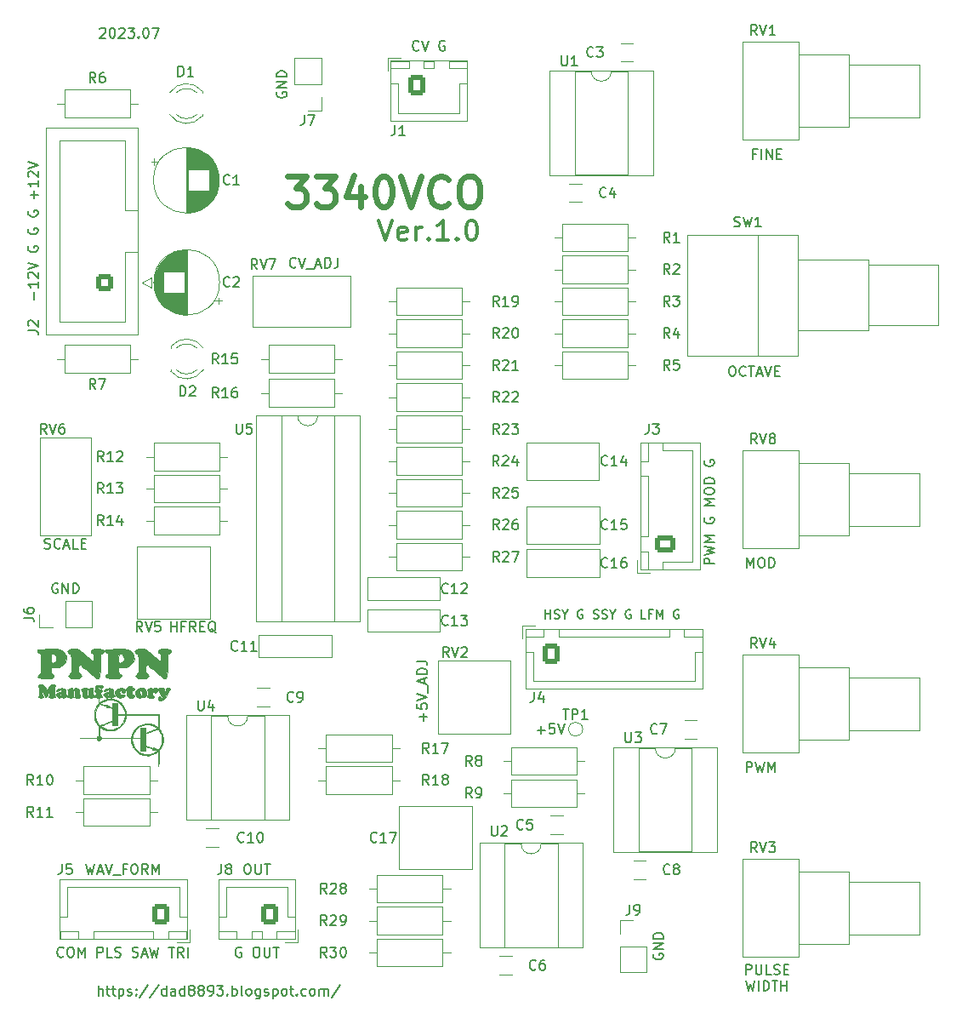
<source format=gto>
G04 #@! TF.GenerationSoftware,KiCad,Pcbnew,(6.0.11)*
G04 #@! TF.CreationDate,2023-07-18T09:17:08+09:00*
G04 #@! TF.ProjectId,3340VCO,33333430-5643-44f2-9e6b-696361645f70,1.0*
G04 #@! TF.SameCoordinates,Original*
G04 #@! TF.FileFunction,Legend,Top*
G04 #@! TF.FilePolarity,Positive*
%FSLAX46Y46*%
G04 Gerber Fmt 4.6, Leading zero omitted, Abs format (unit mm)*
G04 Created by KiCad (PCBNEW (6.0.11)) date 2023-07-18 09:17:08*
%MOMM*%
%LPD*%
G01*
G04 APERTURE LIST*
G04 Aperture macros list*
%AMRoundRect*
0 Rectangle with rounded corners*
0 $1 Rounding radius*
0 $2 $3 $4 $5 $6 $7 $8 $9 X,Y pos of 4 corners*
0 Add a 4 corners polygon primitive as box body*
4,1,4,$2,$3,$4,$5,$6,$7,$8,$9,$2,$3,0*
0 Add four circle primitives for the rounded corners*
1,1,$1+$1,$2,$3*
1,1,$1+$1,$4,$5*
1,1,$1+$1,$6,$7*
1,1,$1+$1,$8,$9*
0 Add four rect primitives between the rounded corners*
20,1,$1+$1,$2,$3,$4,$5,0*
20,1,$1+$1,$4,$5,$6,$7,0*
20,1,$1+$1,$6,$7,$8,$9,0*
20,1,$1+$1,$8,$9,$2,$3,0*%
G04 Aperture macros list end*
%ADD10C,0.150000*%
%ADD11C,0.300000*%
%ADD12C,0.600000*%
%ADD13C,0.120000*%
%ADD14C,0.010000*%
%ADD15R,1.700000X1.700000*%
%ADD16O,1.700000X1.700000*%
%ADD17C,1.600000*%
%ADD18O,1.600000X1.600000*%
%ADD19C,3.200000*%
%ADD20R,1.600000X1.600000*%
%ADD21R,1.800000X1.800000*%
%ADD22C,1.800000*%
%ADD23C,1.440000*%
%ADD24RoundRect,0.250000X-0.600000X-0.750000X0.600000X-0.750000X0.600000X0.750000X-0.600000X0.750000X0*%
%ADD25O,1.700000X2.000000*%
%ADD26RoundRect,0.250000X-0.600000X-0.725000X0.600000X-0.725000X0.600000X0.725000X-0.600000X0.725000X0*%
%ADD27O,1.700000X1.950000*%
%ADD28RoundRect,0.250000X0.725000X-0.600000X0.725000X0.600000X-0.725000X0.600000X-0.725000X-0.600000X0*%
%ADD29O,1.950000X1.700000*%
%ADD30RoundRect,0.250000X0.600000X0.750000X-0.600000X0.750000X-0.600000X-0.750000X0.600000X-0.750000X0*%
%ADD31RoundRect,0.250000X0.600000X0.725000X-0.600000X0.725000X-0.600000X-0.725000X0.600000X-0.725000X0*%
%ADD32RoundRect,0.250000X0.600000X0.600000X-0.600000X0.600000X-0.600000X-0.600000X0.600000X-0.600000X0*%
%ADD33C,1.700000*%
%ADD34C,1.000000*%
G04 APERTURE END LIST*
D10*
X165235000Y-143636904D02*
X165187380Y-143732142D01*
X165187380Y-143875000D01*
X165235000Y-144017857D01*
X165330238Y-144113095D01*
X165425476Y-144160714D01*
X165615952Y-144208333D01*
X165758809Y-144208333D01*
X165949285Y-144160714D01*
X166044523Y-144113095D01*
X166139761Y-144017857D01*
X166187380Y-143875000D01*
X166187380Y-143779761D01*
X166139761Y-143636904D01*
X166092142Y-143589285D01*
X165758809Y-143589285D01*
X165758809Y-143779761D01*
X166187380Y-143160714D02*
X165187380Y-143160714D01*
X166187380Y-142589285D01*
X165187380Y-142589285D01*
X166187380Y-142113095D02*
X165187380Y-142113095D01*
X165187380Y-141875000D01*
X165235000Y-141732142D01*
X165330238Y-141636904D01*
X165425476Y-141589285D01*
X165615952Y-141541666D01*
X165758809Y-141541666D01*
X165949285Y-141589285D01*
X166044523Y-141636904D01*
X166139761Y-141732142D01*
X166187380Y-141875000D01*
X166187380Y-142113095D01*
X141875000Y-53697142D02*
X141827380Y-53744761D01*
X141684523Y-53792380D01*
X141589285Y-53792380D01*
X141446428Y-53744761D01*
X141351190Y-53649523D01*
X141303571Y-53554285D01*
X141255952Y-53363809D01*
X141255952Y-53220952D01*
X141303571Y-53030476D01*
X141351190Y-52935238D01*
X141446428Y-52840000D01*
X141589285Y-52792380D01*
X141684523Y-52792380D01*
X141827380Y-52840000D01*
X141875000Y-52887619D01*
X142160714Y-52792380D02*
X142494047Y-53792380D01*
X142827380Y-52792380D01*
X144446428Y-52840000D02*
X144351190Y-52792380D01*
X144208333Y-52792380D01*
X144065476Y-52840000D01*
X143970238Y-52935238D01*
X143922619Y-53030476D01*
X143875000Y-53220952D01*
X143875000Y-53363809D01*
X143922619Y-53554285D01*
X143970238Y-53649523D01*
X144065476Y-53744761D01*
X144208333Y-53792380D01*
X144303571Y-53792380D01*
X144446428Y-53744761D01*
X144494047Y-53697142D01*
X144494047Y-53363809D01*
X144303571Y-53363809D01*
X110125238Y-51617619D02*
X110172857Y-51570000D01*
X110268095Y-51522380D01*
X110506190Y-51522380D01*
X110601428Y-51570000D01*
X110649047Y-51617619D01*
X110696666Y-51712857D01*
X110696666Y-51808095D01*
X110649047Y-51950952D01*
X110077619Y-52522380D01*
X110696666Y-52522380D01*
X111315714Y-51522380D02*
X111410952Y-51522380D01*
X111506190Y-51570000D01*
X111553809Y-51617619D01*
X111601428Y-51712857D01*
X111649047Y-51903333D01*
X111649047Y-52141428D01*
X111601428Y-52331904D01*
X111553809Y-52427142D01*
X111506190Y-52474761D01*
X111410952Y-52522380D01*
X111315714Y-52522380D01*
X111220476Y-52474761D01*
X111172857Y-52427142D01*
X111125238Y-52331904D01*
X111077619Y-52141428D01*
X111077619Y-51903333D01*
X111125238Y-51712857D01*
X111172857Y-51617619D01*
X111220476Y-51570000D01*
X111315714Y-51522380D01*
X112030000Y-51617619D02*
X112077619Y-51570000D01*
X112172857Y-51522380D01*
X112410952Y-51522380D01*
X112506190Y-51570000D01*
X112553809Y-51617619D01*
X112601428Y-51712857D01*
X112601428Y-51808095D01*
X112553809Y-51950952D01*
X111982380Y-52522380D01*
X112601428Y-52522380D01*
X112934761Y-51522380D02*
X113553809Y-51522380D01*
X113220476Y-51903333D01*
X113363333Y-51903333D01*
X113458571Y-51950952D01*
X113506190Y-51998571D01*
X113553809Y-52093809D01*
X113553809Y-52331904D01*
X113506190Y-52427142D01*
X113458571Y-52474761D01*
X113363333Y-52522380D01*
X113077619Y-52522380D01*
X112982380Y-52474761D01*
X112934761Y-52427142D01*
X113982380Y-52427142D02*
X114030000Y-52474761D01*
X113982380Y-52522380D01*
X113934761Y-52474761D01*
X113982380Y-52427142D01*
X113982380Y-52522380D01*
X114649047Y-51522380D02*
X114744285Y-51522380D01*
X114839523Y-51570000D01*
X114887142Y-51617619D01*
X114934761Y-51712857D01*
X114982380Y-51903333D01*
X114982380Y-52141428D01*
X114934761Y-52331904D01*
X114887142Y-52427142D01*
X114839523Y-52474761D01*
X114744285Y-52522380D01*
X114649047Y-52522380D01*
X114553809Y-52474761D01*
X114506190Y-52427142D01*
X114458571Y-52331904D01*
X114410952Y-52141428D01*
X114410952Y-51903333D01*
X114458571Y-51712857D01*
X114506190Y-51617619D01*
X114553809Y-51570000D01*
X114649047Y-51522380D01*
X115315714Y-51522380D02*
X115982380Y-51522380D01*
X115553809Y-52522380D01*
X175458571Y-64063571D02*
X175125238Y-64063571D01*
X175125238Y-64587380D02*
X175125238Y-63587380D01*
X175601428Y-63587380D01*
X175982380Y-64587380D02*
X175982380Y-63587380D01*
X176458571Y-64587380D02*
X176458571Y-63587380D01*
X177030000Y-64587380D01*
X177030000Y-63587380D01*
X177506190Y-64063571D02*
X177839523Y-64063571D01*
X177982380Y-64587380D02*
X177506190Y-64587380D01*
X177506190Y-63587380D01*
X177982380Y-63587380D01*
X172974285Y-85177380D02*
X173164761Y-85177380D01*
X173260000Y-85225000D01*
X173355238Y-85320238D01*
X173402857Y-85510714D01*
X173402857Y-85844047D01*
X173355238Y-86034523D01*
X173260000Y-86129761D01*
X173164761Y-86177380D01*
X172974285Y-86177380D01*
X172879047Y-86129761D01*
X172783809Y-86034523D01*
X172736190Y-85844047D01*
X172736190Y-85510714D01*
X172783809Y-85320238D01*
X172879047Y-85225000D01*
X172974285Y-85177380D01*
X174402857Y-86082142D02*
X174355238Y-86129761D01*
X174212380Y-86177380D01*
X174117142Y-86177380D01*
X173974285Y-86129761D01*
X173879047Y-86034523D01*
X173831428Y-85939285D01*
X173783809Y-85748809D01*
X173783809Y-85605952D01*
X173831428Y-85415476D01*
X173879047Y-85320238D01*
X173974285Y-85225000D01*
X174117142Y-85177380D01*
X174212380Y-85177380D01*
X174355238Y-85225000D01*
X174402857Y-85272619D01*
X174688571Y-85177380D02*
X175260000Y-85177380D01*
X174974285Y-86177380D02*
X174974285Y-85177380D01*
X175545714Y-85891666D02*
X176021904Y-85891666D01*
X175450476Y-86177380D02*
X175783809Y-85177380D01*
X176117142Y-86177380D01*
X176307619Y-85177380D02*
X176640952Y-86177380D01*
X176974285Y-85177380D01*
X177307619Y-85653571D02*
X177640952Y-85653571D01*
X177783809Y-86177380D02*
X177307619Y-86177380D01*
X177307619Y-85177380D01*
X177783809Y-85177380D01*
X108704523Y-134707380D02*
X108942619Y-135707380D01*
X109133095Y-134993095D01*
X109323571Y-135707380D01*
X109561666Y-134707380D01*
X109895000Y-135421666D02*
X110371190Y-135421666D01*
X109799761Y-135707380D02*
X110133095Y-134707380D01*
X110466428Y-135707380D01*
X110656904Y-134707380D02*
X110990238Y-135707380D01*
X111323571Y-134707380D01*
X111418809Y-135802619D02*
X112180714Y-135802619D01*
X112752142Y-135183571D02*
X112418809Y-135183571D01*
X112418809Y-135707380D02*
X112418809Y-134707380D01*
X112895000Y-134707380D01*
X113466428Y-134707380D02*
X113656904Y-134707380D01*
X113752142Y-134755000D01*
X113847380Y-134850238D01*
X113895000Y-135040714D01*
X113895000Y-135374047D01*
X113847380Y-135564523D01*
X113752142Y-135659761D01*
X113656904Y-135707380D01*
X113466428Y-135707380D01*
X113371190Y-135659761D01*
X113275952Y-135564523D01*
X113228333Y-135374047D01*
X113228333Y-135040714D01*
X113275952Y-134850238D01*
X113371190Y-134755000D01*
X113466428Y-134707380D01*
X114895000Y-135707380D02*
X114561666Y-135231190D01*
X114323571Y-135707380D02*
X114323571Y-134707380D01*
X114704523Y-134707380D01*
X114799761Y-134755000D01*
X114847380Y-134802619D01*
X114895000Y-134897857D01*
X114895000Y-135040714D01*
X114847380Y-135135952D01*
X114799761Y-135183571D01*
X114704523Y-135231190D01*
X114323571Y-135231190D01*
X115323571Y-135707380D02*
X115323571Y-134707380D01*
X115656904Y-135421666D01*
X115990238Y-134707380D01*
X115990238Y-135707380D01*
X124730000Y-134707380D02*
X124920476Y-134707380D01*
X125015714Y-134755000D01*
X125110952Y-134850238D01*
X125158571Y-135040714D01*
X125158571Y-135374047D01*
X125110952Y-135564523D01*
X125015714Y-135659761D01*
X124920476Y-135707380D01*
X124730000Y-135707380D01*
X124634761Y-135659761D01*
X124539523Y-135564523D01*
X124491904Y-135374047D01*
X124491904Y-135040714D01*
X124539523Y-134850238D01*
X124634761Y-134755000D01*
X124730000Y-134707380D01*
X125587142Y-134707380D02*
X125587142Y-135516904D01*
X125634761Y-135612142D01*
X125682380Y-135659761D01*
X125777619Y-135707380D01*
X125968095Y-135707380D01*
X126063333Y-135659761D01*
X126110952Y-135612142D01*
X126158571Y-135516904D01*
X126158571Y-134707380D01*
X126491904Y-134707380D02*
X127063333Y-134707380D01*
X126777619Y-135707380D02*
X126777619Y-134707380D01*
X174537857Y-105227380D02*
X174537857Y-104227380D01*
X174871190Y-104941666D01*
X175204523Y-104227380D01*
X175204523Y-105227380D01*
X175871190Y-104227380D02*
X176061666Y-104227380D01*
X176156904Y-104275000D01*
X176252142Y-104370238D01*
X176299761Y-104560714D01*
X176299761Y-104894047D01*
X176252142Y-105084523D01*
X176156904Y-105179761D01*
X176061666Y-105227380D01*
X175871190Y-105227380D01*
X175775952Y-105179761D01*
X175680714Y-105084523D01*
X175633095Y-104894047D01*
X175633095Y-104560714D01*
X175680714Y-104370238D01*
X175775952Y-104275000D01*
X175871190Y-104227380D01*
X176728333Y-105227380D02*
X176728333Y-104227380D01*
X176966428Y-104227380D01*
X177109285Y-104275000D01*
X177204523Y-104370238D01*
X177252142Y-104465476D01*
X177299761Y-104655952D01*
X177299761Y-104798809D01*
X177252142Y-104989285D01*
X177204523Y-105084523D01*
X177109285Y-105179761D01*
X176966428Y-105227380D01*
X176728333Y-105227380D01*
X171267380Y-104837857D02*
X170267380Y-104837857D01*
X170267380Y-104456904D01*
X170315000Y-104361666D01*
X170362619Y-104314047D01*
X170457857Y-104266428D01*
X170600714Y-104266428D01*
X170695952Y-104314047D01*
X170743571Y-104361666D01*
X170791190Y-104456904D01*
X170791190Y-104837857D01*
X170267380Y-103933095D02*
X171267380Y-103695000D01*
X170553095Y-103504523D01*
X171267380Y-103314047D01*
X170267380Y-103075952D01*
X171267380Y-102695000D02*
X170267380Y-102695000D01*
X170981666Y-102361666D01*
X170267380Y-102028333D01*
X171267380Y-102028333D01*
X170315000Y-100266428D02*
X170267380Y-100361666D01*
X170267380Y-100504523D01*
X170315000Y-100647380D01*
X170410238Y-100742619D01*
X170505476Y-100790238D01*
X170695952Y-100837857D01*
X170838809Y-100837857D01*
X171029285Y-100790238D01*
X171124523Y-100742619D01*
X171219761Y-100647380D01*
X171267380Y-100504523D01*
X171267380Y-100409285D01*
X171219761Y-100266428D01*
X171172142Y-100218809D01*
X170838809Y-100218809D01*
X170838809Y-100409285D01*
X171267380Y-99028333D02*
X170267380Y-99028333D01*
X170981666Y-98695000D01*
X170267380Y-98361666D01*
X171267380Y-98361666D01*
X170267380Y-97695000D02*
X170267380Y-97504523D01*
X170315000Y-97409285D01*
X170410238Y-97314047D01*
X170600714Y-97266428D01*
X170934047Y-97266428D01*
X171124523Y-97314047D01*
X171219761Y-97409285D01*
X171267380Y-97504523D01*
X171267380Y-97695000D01*
X171219761Y-97790238D01*
X171124523Y-97885476D01*
X170934047Y-97933095D01*
X170600714Y-97933095D01*
X170410238Y-97885476D01*
X170315000Y-97790238D01*
X170267380Y-97695000D01*
X171267380Y-96837857D02*
X170267380Y-96837857D01*
X170267380Y-96599761D01*
X170315000Y-96456904D01*
X170410238Y-96361666D01*
X170505476Y-96314047D01*
X170695952Y-96266428D01*
X170838809Y-96266428D01*
X171029285Y-96314047D01*
X171124523Y-96361666D01*
X171219761Y-96456904D01*
X171267380Y-96599761D01*
X171267380Y-96837857D01*
X170315000Y-94552142D02*
X170267380Y-94647380D01*
X170267380Y-94790238D01*
X170315000Y-94933095D01*
X170410238Y-95028333D01*
X170505476Y-95075952D01*
X170695952Y-95123571D01*
X170838809Y-95123571D01*
X171029285Y-95075952D01*
X171124523Y-95028333D01*
X171219761Y-94933095D01*
X171267380Y-94790238D01*
X171267380Y-94695000D01*
X171219761Y-94552142D01*
X171172142Y-94504523D01*
X170838809Y-94504523D01*
X170838809Y-94695000D01*
D11*
X137875000Y-70659761D02*
X138541666Y-72659761D01*
X139208333Y-70659761D01*
X140636904Y-72564523D02*
X140446428Y-72659761D01*
X140065476Y-72659761D01*
X139875000Y-72564523D01*
X139779761Y-72374047D01*
X139779761Y-71612142D01*
X139875000Y-71421666D01*
X140065476Y-71326428D01*
X140446428Y-71326428D01*
X140636904Y-71421666D01*
X140732142Y-71612142D01*
X140732142Y-71802619D01*
X139779761Y-71993095D01*
X141589285Y-72659761D02*
X141589285Y-71326428D01*
X141589285Y-71707380D02*
X141684523Y-71516904D01*
X141779761Y-71421666D01*
X141970238Y-71326428D01*
X142160714Y-71326428D01*
X142827380Y-72469285D02*
X142922619Y-72564523D01*
X142827380Y-72659761D01*
X142732142Y-72564523D01*
X142827380Y-72469285D01*
X142827380Y-72659761D01*
X144827380Y-72659761D02*
X143684523Y-72659761D01*
X144255952Y-72659761D02*
X144255952Y-70659761D01*
X144065476Y-70945476D01*
X143875000Y-71135952D01*
X143684523Y-71231190D01*
X145684523Y-72469285D02*
X145779761Y-72564523D01*
X145684523Y-72659761D01*
X145589285Y-72564523D01*
X145684523Y-72469285D01*
X145684523Y-72659761D01*
X147017857Y-70659761D02*
X147208333Y-70659761D01*
X147398809Y-70755000D01*
X147494047Y-70850238D01*
X147589285Y-71040714D01*
X147684523Y-71421666D01*
X147684523Y-71897857D01*
X147589285Y-72278809D01*
X147494047Y-72469285D01*
X147398809Y-72564523D01*
X147208333Y-72659761D01*
X147017857Y-72659761D01*
X146827380Y-72564523D01*
X146732142Y-72469285D01*
X146636904Y-72278809D01*
X146541666Y-71897857D01*
X146541666Y-71421666D01*
X146636904Y-71040714D01*
X146732142Y-70850238D01*
X146827380Y-70755000D01*
X147017857Y-70659761D01*
D10*
X174490238Y-125547380D02*
X174490238Y-124547380D01*
X174871190Y-124547380D01*
X174966428Y-124595000D01*
X175014047Y-124642619D01*
X175061666Y-124737857D01*
X175061666Y-124880714D01*
X175014047Y-124975952D01*
X174966428Y-125023571D01*
X174871190Y-125071190D01*
X174490238Y-125071190D01*
X175395000Y-124547380D02*
X175633095Y-125547380D01*
X175823571Y-124833095D01*
X176014047Y-125547380D01*
X176252142Y-124547380D01*
X176633095Y-125547380D02*
X176633095Y-124547380D01*
X176966428Y-125261666D01*
X177299761Y-124547380D01*
X177299761Y-125547380D01*
X106490238Y-143867142D02*
X106442619Y-143914761D01*
X106299761Y-143962380D01*
X106204523Y-143962380D01*
X106061666Y-143914761D01*
X105966428Y-143819523D01*
X105918809Y-143724285D01*
X105871190Y-143533809D01*
X105871190Y-143390952D01*
X105918809Y-143200476D01*
X105966428Y-143105238D01*
X106061666Y-143010000D01*
X106204523Y-142962380D01*
X106299761Y-142962380D01*
X106442619Y-143010000D01*
X106490238Y-143057619D01*
X107109285Y-142962380D02*
X107299761Y-142962380D01*
X107395000Y-143010000D01*
X107490238Y-143105238D01*
X107537857Y-143295714D01*
X107537857Y-143629047D01*
X107490238Y-143819523D01*
X107395000Y-143914761D01*
X107299761Y-143962380D01*
X107109285Y-143962380D01*
X107014047Y-143914761D01*
X106918809Y-143819523D01*
X106871190Y-143629047D01*
X106871190Y-143295714D01*
X106918809Y-143105238D01*
X107014047Y-143010000D01*
X107109285Y-142962380D01*
X107966428Y-143962380D02*
X107966428Y-142962380D01*
X108299761Y-143676666D01*
X108633095Y-142962380D01*
X108633095Y-143962380D01*
X109871190Y-143962380D02*
X109871190Y-142962380D01*
X110252142Y-142962380D01*
X110347380Y-143010000D01*
X110395000Y-143057619D01*
X110442619Y-143152857D01*
X110442619Y-143295714D01*
X110395000Y-143390952D01*
X110347380Y-143438571D01*
X110252142Y-143486190D01*
X109871190Y-143486190D01*
X111347380Y-143962380D02*
X110871190Y-143962380D01*
X110871190Y-142962380D01*
X111633095Y-143914761D02*
X111775952Y-143962380D01*
X112014047Y-143962380D01*
X112109285Y-143914761D01*
X112156904Y-143867142D01*
X112204523Y-143771904D01*
X112204523Y-143676666D01*
X112156904Y-143581428D01*
X112109285Y-143533809D01*
X112014047Y-143486190D01*
X111823571Y-143438571D01*
X111728333Y-143390952D01*
X111680714Y-143343333D01*
X111633095Y-143248095D01*
X111633095Y-143152857D01*
X111680714Y-143057619D01*
X111728333Y-143010000D01*
X111823571Y-142962380D01*
X112061666Y-142962380D01*
X112204523Y-143010000D01*
X113347380Y-143914761D02*
X113490238Y-143962380D01*
X113728333Y-143962380D01*
X113823571Y-143914761D01*
X113871190Y-143867142D01*
X113918809Y-143771904D01*
X113918809Y-143676666D01*
X113871190Y-143581428D01*
X113823571Y-143533809D01*
X113728333Y-143486190D01*
X113537857Y-143438571D01*
X113442619Y-143390952D01*
X113395000Y-143343333D01*
X113347380Y-143248095D01*
X113347380Y-143152857D01*
X113395000Y-143057619D01*
X113442619Y-143010000D01*
X113537857Y-142962380D01*
X113775952Y-142962380D01*
X113918809Y-143010000D01*
X114299761Y-143676666D02*
X114775952Y-143676666D01*
X114204523Y-143962380D02*
X114537857Y-142962380D01*
X114871190Y-143962380D01*
X115109285Y-142962380D02*
X115347380Y-143962380D01*
X115537857Y-143248095D01*
X115728333Y-143962380D01*
X115966428Y-142962380D01*
X116966428Y-142962380D02*
X117537857Y-142962380D01*
X117252142Y-143962380D02*
X117252142Y-142962380D01*
X118442619Y-143962380D02*
X118109285Y-143486190D01*
X117871190Y-143962380D02*
X117871190Y-142962380D01*
X118252142Y-142962380D01*
X118347380Y-143010000D01*
X118395000Y-143057619D01*
X118442619Y-143152857D01*
X118442619Y-143295714D01*
X118395000Y-143390952D01*
X118347380Y-143438571D01*
X118252142Y-143486190D01*
X117871190Y-143486190D01*
X118871190Y-143962380D02*
X118871190Y-142962380D01*
X124182380Y-143010000D02*
X124087142Y-142962380D01*
X123944285Y-142962380D01*
X123801428Y-143010000D01*
X123706190Y-143105238D01*
X123658571Y-143200476D01*
X123610952Y-143390952D01*
X123610952Y-143533809D01*
X123658571Y-143724285D01*
X123706190Y-143819523D01*
X123801428Y-143914761D01*
X123944285Y-143962380D01*
X124039523Y-143962380D01*
X124182380Y-143914761D01*
X124230000Y-143867142D01*
X124230000Y-143533809D01*
X124039523Y-143533809D01*
X125610952Y-142962380D02*
X125801428Y-142962380D01*
X125896666Y-143010000D01*
X125991904Y-143105238D01*
X126039523Y-143295714D01*
X126039523Y-143629047D01*
X125991904Y-143819523D01*
X125896666Y-143914761D01*
X125801428Y-143962380D01*
X125610952Y-143962380D01*
X125515714Y-143914761D01*
X125420476Y-143819523D01*
X125372857Y-143629047D01*
X125372857Y-143295714D01*
X125420476Y-143105238D01*
X125515714Y-143010000D01*
X125610952Y-142962380D01*
X126468095Y-142962380D02*
X126468095Y-143771904D01*
X126515714Y-143867142D01*
X126563333Y-143914761D01*
X126658571Y-143962380D01*
X126849047Y-143962380D01*
X126944285Y-143914761D01*
X126991904Y-143867142D01*
X127039523Y-143771904D01*
X127039523Y-142962380D01*
X127372857Y-142962380D02*
X127944285Y-142962380D01*
X127658571Y-143962380D02*
X127658571Y-142962380D01*
X153654285Y-121356428D02*
X154416190Y-121356428D01*
X154035238Y-121737380D02*
X154035238Y-120975476D01*
X155368571Y-120737380D02*
X154892380Y-120737380D01*
X154844761Y-121213571D01*
X154892380Y-121165952D01*
X154987619Y-121118333D01*
X155225714Y-121118333D01*
X155320952Y-121165952D01*
X155368571Y-121213571D01*
X155416190Y-121308809D01*
X155416190Y-121546904D01*
X155368571Y-121642142D01*
X155320952Y-121689761D01*
X155225714Y-121737380D01*
X154987619Y-121737380D01*
X154892380Y-121689761D01*
X154844761Y-121642142D01*
X155701904Y-120737380D02*
X156035238Y-121737380D01*
X156368571Y-120737380D01*
X129635476Y-75287142D02*
X129587857Y-75334761D01*
X129445000Y-75382380D01*
X129349761Y-75382380D01*
X129206904Y-75334761D01*
X129111666Y-75239523D01*
X129064047Y-75144285D01*
X129016428Y-74953809D01*
X129016428Y-74810952D01*
X129064047Y-74620476D01*
X129111666Y-74525238D01*
X129206904Y-74430000D01*
X129349761Y-74382380D01*
X129445000Y-74382380D01*
X129587857Y-74430000D01*
X129635476Y-74477619D01*
X129921190Y-74382380D02*
X130254523Y-75382380D01*
X130587857Y-74382380D01*
X130683095Y-75477619D02*
X131445000Y-75477619D01*
X131635476Y-75096666D02*
X132111666Y-75096666D01*
X131540238Y-75382380D02*
X131873571Y-74382380D01*
X132206904Y-75382380D01*
X132540238Y-75382380D02*
X132540238Y-74382380D01*
X132778333Y-74382380D01*
X132921190Y-74430000D01*
X133016428Y-74525238D01*
X133064047Y-74620476D01*
X133111666Y-74810952D01*
X133111666Y-74953809D01*
X133064047Y-75144285D01*
X133016428Y-75239523D01*
X132921190Y-75334761D01*
X132778333Y-75382380D01*
X132540238Y-75382380D01*
X133825952Y-74382380D02*
X133825952Y-75096666D01*
X133778333Y-75239523D01*
X133683095Y-75334761D01*
X133540238Y-75382380D01*
X133445000Y-75382380D01*
X109967619Y-147772380D02*
X109967619Y-146772380D01*
X110396190Y-147772380D02*
X110396190Y-147248571D01*
X110348571Y-147153333D01*
X110253333Y-147105714D01*
X110110476Y-147105714D01*
X110015238Y-147153333D01*
X109967619Y-147200952D01*
X110729523Y-147105714D02*
X111110476Y-147105714D01*
X110872380Y-146772380D02*
X110872380Y-147629523D01*
X110920000Y-147724761D01*
X111015238Y-147772380D01*
X111110476Y-147772380D01*
X111300952Y-147105714D02*
X111681904Y-147105714D01*
X111443809Y-146772380D02*
X111443809Y-147629523D01*
X111491428Y-147724761D01*
X111586666Y-147772380D01*
X111681904Y-147772380D01*
X112015238Y-147105714D02*
X112015238Y-148105714D01*
X112015238Y-147153333D02*
X112110476Y-147105714D01*
X112300952Y-147105714D01*
X112396190Y-147153333D01*
X112443809Y-147200952D01*
X112491428Y-147296190D01*
X112491428Y-147581904D01*
X112443809Y-147677142D01*
X112396190Y-147724761D01*
X112300952Y-147772380D01*
X112110476Y-147772380D01*
X112015238Y-147724761D01*
X112872380Y-147724761D02*
X112967619Y-147772380D01*
X113158095Y-147772380D01*
X113253333Y-147724761D01*
X113300952Y-147629523D01*
X113300952Y-147581904D01*
X113253333Y-147486666D01*
X113158095Y-147439047D01*
X113015238Y-147439047D01*
X112920000Y-147391428D01*
X112872380Y-147296190D01*
X112872380Y-147248571D01*
X112920000Y-147153333D01*
X113015238Y-147105714D01*
X113158095Y-147105714D01*
X113253333Y-147153333D01*
X113729523Y-147677142D02*
X113777142Y-147724761D01*
X113729523Y-147772380D01*
X113681904Y-147724761D01*
X113729523Y-147677142D01*
X113729523Y-147772380D01*
X113729523Y-147153333D02*
X113777142Y-147200952D01*
X113729523Y-147248571D01*
X113681904Y-147200952D01*
X113729523Y-147153333D01*
X113729523Y-147248571D01*
X114920000Y-146724761D02*
X114062857Y-148010476D01*
X115967619Y-146724761D02*
X115110476Y-148010476D01*
X116729523Y-147772380D02*
X116729523Y-146772380D01*
X116729523Y-147724761D02*
X116634285Y-147772380D01*
X116443809Y-147772380D01*
X116348571Y-147724761D01*
X116300952Y-147677142D01*
X116253333Y-147581904D01*
X116253333Y-147296190D01*
X116300952Y-147200952D01*
X116348571Y-147153333D01*
X116443809Y-147105714D01*
X116634285Y-147105714D01*
X116729523Y-147153333D01*
X117634285Y-147772380D02*
X117634285Y-147248571D01*
X117586666Y-147153333D01*
X117491428Y-147105714D01*
X117300952Y-147105714D01*
X117205714Y-147153333D01*
X117634285Y-147724761D02*
X117539047Y-147772380D01*
X117300952Y-147772380D01*
X117205714Y-147724761D01*
X117158095Y-147629523D01*
X117158095Y-147534285D01*
X117205714Y-147439047D01*
X117300952Y-147391428D01*
X117539047Y-147391428D01*
X117634285Y-147343809D01*
X118539047Y-147772380D02*
X118539047Y-146772380D01*
X118539047Y-147724761D02*
X118443809Y-147772380D01*
X118253333Y-147772380D01*
X118158095Y-147724761D01*
X118110476Y-147677142D01*
X118062857Y-147581904D01*
X118062857Y-147296190D01*
X118110476Y-147200952D01*
X118158095Y-147153333D01*
X118253333Y-147105714D01*
X118443809Y-147105714D01*
X118539047Y-147153333D01*
X119158095Y-147200952D02*
X119062857Y-147153333D01*
X119015238Y-147105714D01*
X118967619Y-147010476D01*
X118967619Y-146962857D01*
X119015238Y-146867619D01*
X119062857Y-146820000D01*
X119158095Y-146772380D01*
X119348571Y-146772380D01*
X119443809Y-146820000D01*
X119491428Y-146867619D01*
X119539047Y-146962857D01*
X119539047Y-147010476D01*
X119491428Y-147105714D01*
X119443809Y-147153333D01*
X119348571Y-147200952D01*
X119158095Y-147200952D01*
X119062857Y-147248571D01*
X119015238Y-147296190D01*
X118967619Y-147391428D01*
X118967619Y-147581904D01*
X119015238Y-147677142D01*
X119062857Y-147724761D01*
X119158095Y-147772380D01*
X119348571Y-147772380D01*
X119443809Y-147724761D01*
X119491428Y-147677142D01*
X119539047Y-147581904D01*
X119539047Y-147391428D01*
X119491428Y-147296190D01*
X119443809Y-147248571D01*
X119348571Y-147200952D01*
X120110476Y-147200952D02*
X120015238Y-147153333D01*
X119967619Y-147105714D01*
X119920000Y-147010476D01*
X119920000Y-146962857D01*
X119967619Y-146867619D01*
X120015238Y-146820000D01*
X120110476Y-146772380D01*
X120300952Y-146772380D01*
X120396190Y-146820000D01*
X120443809Y-146867619D01*
X120491428Y-146962857D01*
X120491428Y-147010476D01*
X120443809Y-147105714D01*
X120396190Y-147153333D01*
X120300952Y-147200952D01*
X120110476Y-147200952D01*
X120015238Y-147248571D01*
X119967619Y-147296190D01*
X119920000Y-147391428D01*
X119920000Y-147581904D01*
X119967619Y-147677142D01*
X120015238Y-147724761D01*
X120110476Y-147772380D01*
X120300952Y-147772380D01*
X120396190Y-147724761D01*
X120443809Y-147677142D01*
X120491428Y-147581904D01*
X120491428Y-147391428D01*
X120443809Y-147296190D01*
X120396190Y-147248571D01*
X120300952Y-147200952D01*
X120967619Y-147772380D02*
X121158095Y-147772380D01*
X121253333Y-147724761D01*
X121300952Y-147677142D01*
X121396190Y-147534285D01*
X121443809Y-147343809D01*
X121443809Y-146962857D01*
X121396190Y-146867619D01*
X121348571Y-146820000D01*
X121253333Y-146772380D01*
X121062857Y-146772380D01*
X120967619Y-146820000D01*
X120920000Y-146867619D01*
X120872380Y-146962857D01*
X120872380Y-147200952D01*
X120920000Y-147296190D01*
X120967619Y-147343809D01*
X121062857Y-147391428D01*
X121253333Y-147391428D01*
X121348571Y-147343809D01*
X121396190Y-147296190D01*
X121443809Y-147200952D01*
X121777142Y-146772380D02*
X122396190Y-146772380D01*
X122062857Y-147153333D01*
X122205714Y-147153333D01*
X122300952Y-147200952D01*
X122348571Y-147248571D01*
X122396190Y-147343809D01*
X122396190Y-147581904D01*
X122348571Y-147677142D01*
X122300952Y-147724761D01*
X122205714Y-147772380D01*
X121920000Y-147772380D01*
X121824761Y-147724761D01*
X121777142Y-147677142D01*
X122824761Y-147677142D02*
X122872380Y-147724761D01*
X122824761Y-147772380D01*
X122777142Y-147724761D01*
X122824761Y-147677142D01*
X122824761Y-147772380D01*
X123300952Y-147772380D02*
X123300952Y-146772380D01*
X123300952Y-147153333D02*
X123396190Y-147105714D01*
X123586666Y-147105714D01*
X123681904Y-147153333D01*
X123729523Y-147200952D01*
X123777142Y-147296190D01*
X123777142Y-147581904D01*
X123729523Y-147677142D01*
X123681904Y-147724761D01*
X123586666Y-147772380D01*
X123396190Y-147772380D01*
X123300952Y-147724761D01*
X124348571Y-147772380D02*
X124253333Y-147724761D01*
X124205714Y-147629523D01*
X124205714Y-146772380D01*
X124872380Y-147772380D02*
X124777142Y-147724761D01*
X124729523Y-147677142D01*
X124681904Y-147581904D01*
X124681904Y-147296190D01*
X124729523Y-147200952D01*
X124777142Y-147153333D01*
X124872380Y-147105714D01*
X125015238Y-147105714D01*
X125110476Y-147153333D01*
X125158095Y-147200952D01*
X125205714Y-147296190D01*
X125205714Y-147581904D01*
X125158095Y-147677142D01*
X125110476Y-147724761D01*
X125015238Y-147772380D01*
X124872380Y-147772380D01*
X126062857Y-147105714D02*
X126062857Y-147915238D01*
X126015238Y-148010476D01*
X125967619Y-148058095D01*
X125872380Y-148105714D01*
X125729523Y-148105714D01*
X125634285Y-148058095D01*
X126062857Y-147724761D02*
X125967619Y-147772380D01*
X125777142Y-147772380D01*
X125681904Y-147724761D01*
X125634285Y-147677142D01*
X125586666Y-147581904D01*
X125586666Y-147296190D01*
X125634285Y-147200952D01*
X125681904Y-147153333D01*
X125777142Y-147105714D01*
X125967619Y-147105714D01*
X126062857Y-147153333D01*
X126491428Y-147724761D02*
X126586666Y-147772380D01*
X126777142Y-147772380D01*
X126872380Y-147724761D01*
X126920000Y-147629523D01*
X126920000Y-147581904D01*
X126872380Y-147486666D01*
X126777142Y-147439047D01*
X126634285Y-147439047D01*
X126539047Y-147391428D01*
X126491428Y-147296190D01*
X126491428Y-147248571D01*
X126539047Y-147153333D01*
X126634285Y-147105714D01*
X126777142Y-147105714D01*
X126872380Y-147153333D01*
X127348571Y-147105714D02*
X127348571Y-148105714D01*
X127348571Y-147153333D02*
X127443809Y-147105714D01*
X127634285Y-147105714D01*
X127729523Y-147153333D01*
X127777142Y-147200952D01*
X127824761Y-147296190D01*
X127824761Y-147581904D01*
X127777142Y-147677142D01*
X127729523Y-147724761D01*
X127634285Y-147772380D01*
X127443809Y-147772380D01*
X127348571Y-147724761D01*
X128396190Y-147772380D02*
X128300952Y-147724761D01*
X128253333Y-147677142D01*
X128205714Y-147581904D01*
X128205714Y-147296190D01*
X128253333Y-147200952D01*
X128300952Y-147153333D01*
X128396190Y-147105714D01*
X128539047Y-147105714D01*
X128634285Y-147153333D01*
X128681904Y-147200952D01*
X128729523Y-147296190D01*
X128729523Y-147581904D01*
X128681904Y-147677142D01*
X128634285Y-147724761D01*
X128539047Y-147772380D01*
X128396190Y-147772380D01*
X129015238Y-147105714D02*
X129396190Y-147105714D01*
X129158095Y-146772380D02*
X129158095Y-147629523D01*
X129205714Y-147724761D01*
X129300952Y-147772380D01*
X129396190Y-147772380D01*
X129729523Y-147677142D02*
X129777142Y-147724761D01*
X129729523Y-147772380D01*
X129681904Y-147724761D01*
X129729523Y-147677142D01*
X129729523Y-147772380D01*
X130634285Y-147724761D02*
X130539047Y-147772380D01*
X130348571Y-147772380D01*
X130253333Y-147724761D01*
X130205714Y-147677142D01*
X130158095Y-147581904D01*
X130158095Y-147296190D01*
X130205714Y-147200952D01*
X130253333Y-147153333D01*
X130348571Y-147105714D01*
X130539047Y-147105714D01*
X130634285Y-147153333D01*
X131205714Y-147772380D02*
X131110476Y-147724761D01*
X131062857Y-147677142D01*
X131015238Y-147581904D01*
X131015238Y-147296190D01*
X131062857Y-147200952D01*
X131110476Y-147153333D01*
X131205714Y-147105714D01*
X131348571Y-147105714D01*
X131443809Y-147153333D01*
X131491428Y-147200952D01*
X131539047Y-147296190D01*
X131539047Y-147581904D01*
X131491428Y-147677142D01*
X131443809Y-147724761D01*
X131348571Y-147772380D01*
X131205714Y-147772380D01*
X131967619Y-147772380D02*
X131967619Y-147105714D01*
X131967619Y-147200952D02*
X132015238Y-147153333D01*
X132110476Y-147105714D01*
X132253333Y-147105714D01*
X132348571Y-147153333D01*
X132396190Y-147248571D01*
X132396190Y-147772380D01*
X132396190Y-147248571D02*
X132443809Y-147153333D01*
X132539047Y-147105714D01*
X132681904Y-147105714D01*
X132777142Y-147153333D01*
X132824761Y-147248571D01*
X132824761Y-147772380D01*
X134015238Y-146724761D02*
X133158095Y-148010476D01*
X117189523Y-111577380D02*
X117189523Y-110577380D01*
X117189523Y-111053571D02*
X117760952Y-111053571D01*
X117760952Y-111577380D02*
X117760952Y-110577380D01*
X118570476Y-111053571D02*
X118237142Y-111053571D01*
X118237142Y-111577380D02*
X118237142Y-110577380D01*
X118713333Y-110577380D01*
X119665714Y-111577380D02*
X119332380Y-111101190D01*
X119094285Y-111577380D02*
X119094285Y-110577380D01*
X119475238Y-110577380D01*
X119570476Y-110625000D01*
X119618095Y-110672619D01*
X119665714Y-110767857D01*
X119665714Y-110910714D01*
X119618095Y-111005952D01*
X119570476Y-111053571D01*
X119475238Y-111101190D01*
X119094285Y-111101190D01*
X120094285Y-111053571D02*
X120427619Y-111053571D01*
X120570476Y-111577380D02*
X120094285Y-111577380D01*
X120094285Y-110577380D01*
X120570476Y-110577380D01*
X121665714Y-111672619D02*
X121570476Y-111625000D01*
X121475238Y-111529761D01*
X121332380Y-111386904D01*
X121237142Y-111339285D01*
X121141904Y-111339285D01*
X121189523Y-111577380D02*
X121094285Y-111529761D01*
X120999047Y-111434523D01*
X120951428Y-111244047D01*
X120951428Y-110910714D01*
X120999047Y-110720238D01*
X121094285Y-110625000D01*
X121189523Y-110577380D01*
X121380000Y-110577380D01*
X121475238Y-110625000D01*
X121570476Y-110720238D01*
X121618095Y-110910714D01*
X121618095Y-111244047D01*
X121570476Y-111434523D01*
X121475238Y-111529761D01*
X121380000Y-111577380D01*
X121189523Y-111577380D01*
D12*
X128787142Y-66302142D02*
X130644285Y-66302142D01*
X129644285Y-67445000D01*
X130072857Y-67445000D01*
X130358571Y-67587857D01*
X130501428Y-67730714D01*
X130644285Y-68016428D01*
X130644285Y-68730714D01*
X130501428Y-69016428D01*
X130358571Y-69159285D01*
X130072857Y-69302142D01*
X129215714Y-69302142D01*
X128930000Y-69159285D01*
X128787142Y-69016428D01*
X131644285Y-66302142D02*
X133501428Y-66302142D01*
X132501428Y-67445000D01*
X132930000Y-67445000D01*
X133215714Y-67587857D01*
X133358571Y-67730714D01*
X133501428Y-68016428D01*
X133501428Y-68730714D01*
X133358571Y-69016428D01*
X133215714Y-69159285D01*
X132930000Y-69302142D01*
X132072857Y-69302142D01*
X131787142Y-69159285D01*
X131644285Y-69016428D01*
X136072857Y-67302142D02*
X136072857Y-69302142D01*
X135358571Y-66159285D02*
X134644285Y-68302142D01*
X136501428Y-68302142D01*
X138215714Y-66302142D02*
X138501428Y-66302142D01*
X138787142Y-66445000D01*
X138930000Y-66587857D01*
X139072857Y-66873571D01*
X139215714Y-67445000D01*
X139215714Y-68159285D01*
X139072857Y-68730714D01*
X138930000Y-69016428D01*
X138787142Y-69159285D01*
X138501428Y-69302142D01*
X138215714Y-69302142D01*
X137930000Y-69159285D01*
X137787142Y-69016428D01*
X137644285Y-68730714D01*
X137501428Y-68159285D01*
X137501428Y-67445000D01*
X137644285Y-66873571D01*
X137787142Y-66587857D01*
X137930000Y-66445000D01*
X138215714Y-66302142D01*
X140072857Y-66302142D02*
X141072857Y-69302142D01*
X142072857Y-66302142D01*
X144787142Y-69016428D02*
X144644285Y-69159285D01*
X144215714Y-69302142D01*
X143930000Y-69302142D01*
X143501428Y-69159285D01*
X143215714Y-68873571D01*
X143072857Y-68587857D01*
X142930000Y-68016428D01*
X142930000Y-67587857D01*
X143072857Y-67016428D01*
X143215714Y-66730714D01*
X143501428Y-66445000D01*
X143930000Y-66302142D01*
X144215714Y-66302142D01*
X144644285Y-66445000D01*
X144787142Y-66587857D01*
X146644285Y-66302142D02*
X147215714Y-66302142D01*
X147501428Y-66445000D01*
X147787142Y-66730714D01*
X147930000Y-67302142D01*
X147930000Y-68302142D01*
X147787142Y-68873571D01*
X147501428Y-69159285D01*
X147215714Y-69302142D01*
X146644285Y-69302142D01*
X146358571Y-69159285D01*
X146072857Y-68873571D01*
X145930000Y-68302142D01*
X145930000Y-67302142D01*
X146072857Y-66730714D01*
X146358571Y-66445000D01*
X146644285Y-66302142D01*
D10*
X142311428Y-120451190D02*
X142311428Y-119689285D01*
X142692380Y-120070238D02*
X141930476Y-120070238D01*
X141692380Y-118736904D02*
X141692380Y-119213095D01*
X142168571Y-119260714D01*
X142120952Y-119213095D01*
X142073333Y-119117857D01*
X142073333Y-118879761D01*
X142120952Y-118784523D01*
X142168571Y-118736904D01*
X142263809Y-118689285D01*
X142501904Y-118689285D01*
X142597142Y-118736904D01*
X142644761Y-118784523D01*
X142692380Y-118879761D01*
X142692380Y-119117857D01*
X142644761Y-119213095D01*
X142597142Y-119260714D01*
X141692380Y-118403571D02*
X142692380Y-118070238D01*
X141692380Y-117736904D01*
X142787619Y-117641666D02*
X142787619Y-116879761D01*
X142406666Y-116689285D02*
X142406666Y-116213095D01*
X142692380Y-116784523D02*
X141692380Y-116451190D01*
X142692380Y-116117857D01*
X142692380Y-115784523D02*
X141692380Y-115784523D01*
X141692380Y-115546428D01*
X141740000Y-115403571D01*
X141835238Y-115308333D01*
X141930476Y-115260714D01*
X142120952Y-115213095D01*
X142263809Y-115213095D01*
X142454285Y-115260714D01*
X142549523Y-115308333D01*
X142644761Y-115403571D01*
X142692380Y-115546428D01*
X142692380Y-115784523D01*
X141692380Y-114498809D02*
X142406666Y-114498809D01*
X142549523Y-114546428D01*
X142644761Y-114641666D01*
X142692380Y-114784523D01*
X142692380Y-114879761D01*
X174410952Y-145697380D02*
X174410952Y-144697380D01*
X174791904Y-144697380D01*
X174887142Y-144745000D01*
X174934761Y-144792619D01*
X174982380Y-144887857D01*
X174982380Y-145030714D01*
X174934761Y-145125952D01*
X174887142Y-145173571D01*
X174791904Y-145221190D01*
X174410952Y-145221190D01*
X175410952Y-144697380D02*
X175410952Y-145506904D01*
X175458571Y-145602142D01*
X175506190Y-145649761D01*
X175601428Y-145697380D01*
X175791904Y-145697380D01*
X175887142Y-145649761D01*
X175934761Y-145602142D01*
X175982380Y-145506904D01*
X175982380Y-144697380D01*
X176934761Y-145697380D02*
X176458571Y-145697380D01*
X176458571Y-144697380D01*
X177220476Y-145649761D02*
X177363333Y-145697380D01*
X177601428Y-145697380D01*
X177696666Y-145649761D01*
X177744285Y-145602142D01*
X177791904Y-145506904D01*
X177791904Y-145411666D01*
X177744285Y-145316428D01*
X177696666Y-145268809D01*
X177601428Y-145221190D01*
X177410952Y-145173571D01*
X177315714Y-145125952D01*
X177268095Y-145078333D01*
X177220476Y-144983095D01*
X177220476Y-144887857D01*
X177268095Y-144792619D01*
X177315714Y-144745000D01*
X177410952Y-144697380D01*
X177649047Y-144697380D01*
X177791904Y-144745000D01*
X178220476Y-145173571D02*
X178553809Y-145173571D01*
X178696666Y-145697380D02*
X178220476Y-145697380D01*
X178220476Y-144697380D01*
X178696666Y-144697380D01*
X174458571Y-146307380D02*
X174696666Y-147307380D01*
X174887142Y-146593095D01*
X175077619Y-147307380D01*
X175315714Y-146307380D01*
X175696666Y-147307380D02*
X175696666Y-146307380D01*
X176172857Y-147307380D02*
X176172857Y-146307380D01*
X176410952Y-146307380D01*
X176553809Y-146355000D01*
X176649047Y-146450238D01*
X176696666Y-146545476D01*
X176744285Y-146735952D01*
X176744285Y-146878809D01*
X176696666Y-147069285D01*
X176649047Y-147164523D01*
X176553809Y-147259761D01*
X176410952Y-147307380D01*
X176172857Y-147307380D01*
X177030000Y-146307380D02*
X177601428Y-146307380D01*
X177315714Y-147307380D02*
X177315714Y-146307380D01*
X177934761Y-147307380D02*
X177934761Y-146307380D01*
X177934761Y-146783571D02*
X178506190Y-146783571D01*
X178506190Y-147307380D02*
X178506190Y-146307380D01*
X127770000Y-57911904D02*
X127722380Y-58007142D01*
X127722380Y-58150000D01*
X127770000Y-58292857D01*
X127865238Y-58388095D01*
X127960476Y-58435714D01*
X128150952Y-58483333D01*
X128293809Y-58483333D01*
X128484285Y-58435714D01*
X128579523Y-58388095D01*
X128674761Y-58292857D01*
X128722380Y-58150000D01*
X128722380Y-58054761D01*
X128674761Y-57911904D01*
X128627142Y-57864285D01*
X128293809Y-57864285D01*
X128293809Y-58054761D01*
X128722380Y-57435714D02*
X127722380Y-57435714D01*
X128722380Y-56864285D01*
X127722380Y-56864285D01*
X128722380Y-56388095D02*
X127722380Y-56388095D01*
X127722380Y-56150000D01*
X127770000Y-56007142D01*
X127865238Y-55911904D01*
X127960476Y-55864285D01*
X128150952Y-55816666D01*
X128293809Y-55816666D01*
X128484285Y-55864285D01*
X128579523Y-55911904D01*
X128674761Y-56007142D01*
X128722380Y-56150000D01*
X128722380Y-56388095D01*
X105918095Y-106815000D02*
X105822857Y-106767380D01*
X105680000Y-106767380D01*
X105537142Y-106815000D01*
X105441904Y-106910238D01*
X105394285Y-107005476D01*
X105346666Y-107195952D01*
X105346666Y-107338809D01*
X105394285Y-107529285D01*
X105441904Y-107624523D01*
X105537142Y-107719761D01*
X105680000Y-107767380D01*
X105775238Y-107767380D01*
X105918095Y-107719761D01*
X105965714Y-107672142D01*
X105965714Y-107338809D01*
X105775238Y-107338809D01*
X106394285Y-107767380D02*
X106394285Y-106767380D01*
X106965714Y-107767380D01*
X106965714Y-106767380D01*
X107441904Y-107767380D02*
X107441904Y-106767380D01*
X107680000Y-106767380D01*
X107822857Y-106815000D01*
X107918095Y-106910238D01*
X107965714Y-107005476D01*
X108013333Y-107195952D01*
X108013333Y-107338809D01*
X107965714Y-107529285D01*
X107918095Y-107624523D01*
X107822857Y-107719761D01*
X107680000Y-107767380D01*
X107441904Y-107767380D01*
X104608571Y-103274761D02*
X104751428Y-103322380D01*
X104989523Y-103322380D01*
X105084761Y-103274761D01*
X105132380Y-103227142D01*
X105180000Y-103131904D01*
X105180000Y-103036666D01*
X105132380Y-102941428D01*
X105084761Y-102893809D01*
X104989523Y-102846190D01*
X104799047Y-102798571D01*
X104703809Y-102750952D01*
X104656190Y-102703333D01*
X104608571Y-102608095D01*
X104608571Y-102512857D01*
X104656190Y-102417619D01*
X104703809Y-102370000D01*
X104799047Y-102322380D01*
X105037142Y-102322380D01*
X105180000Y-102370000D01*
X106180000Y-103227142D02*
X106132380Y-103274761D01*
X105989523Y-103322380D01*
X105894285Y-103322380D01*
X105751428Y-103274761D01*
X105656190Y-103179523D01*
X105608571Y-103084285D01*
X105560952Y-102893809D01*
X105560952Y-102750952D01*
X105608571Y-102560476D01*
X105656190Y-102465238D01*
X105751428Y-102370000D01*
X105894285Y-102322380D01*
X105989523Y-102322380D01*
X106132380Y-102370000D01*
X106180000Y-102417619D01*
X106560952Y-103036666D02*
X107037142Y-103036666D01*
X106465714Y-103322380D02*
X106799047Y-102322380D01*
X107132380Y-103322380D01*
X107941904Y-103322380D02*
X107465714Y-103322380D01*
X107465714Y-102322380D01*
X108275238Y-102798571D02*
X108608571Y-102798571D01*
X108751428Y-103322380D02*
X108275238Y-103322380D01*
X108275238Y-102322380D01*
X108751428Y-102322380D01*
X154438167Y-110299852D02*
X154438167Y-109399852D01*
X154438167Y-109828424D02*
X154952453Y-109828424D01*
X154952453Y-110299852D02*
X154952453Y-109399852D01*
X155338167Y-110256995D02*
X155466739Y-110299852D01*
X155681025Y-110299852D01*
X155766739Y-110256995D01*
X155809596Y-110214138D01*
X155852453Y-110128424D01*
X155852453Y-110042710D01*
X155809596Y-109956995D01*
X155766739Y-109914138D01*
X155681025Y-109871281D01*
X155509596Y-109828424D01*
X155423882Y-109785567D01*
X155381025Y-109742710D01*
X155338167Y-109656995D01*
X155338167Y-109571281D01*
X155381025Y-109485567D01*
X155423882Y-109442710D01*
X155509596Y-109399852D01*
X155723882Y-109399852D01*
X155852453Y-109442710D01*
X156409596Y-109871281D02*
X156409596Y-110299852D01*
X156109596Y-109399852D02*
X156409596Y-109871281D01*
X156709596Y-109399852D01*
X158166739Y-109442710D02*
X158081025Y-109399852D01*
X157952453Y-109399852D01*
X157823882Y-109442710D01*
X157738167Y-109528424D01*
X157695310Y-109614138D01*
X157652453Y-109785567D01*
X157652453Y-109914138D01*
X157695310Y-110085567D01*
X157738167Y-110171281D01*
X157823882Y-110256995D01*
X157952453Y-110299852D01*
X158038167Y-110299852D01*
X158166739Y-110256995D01*
X158209596Y-110214138D01*
X158209596Y-109914138D01*
X158038167Y-109914138D01*
X159238167Y-110256995D02*
X159366739Y-110299852D01*
X159581025Y-110299852D01*
X159666739Y-110256995D01*
X159709596Y-110214138D01*
X159752453Y-110128424D01*
X159752453Y-110042710D01*
X159709596Y-109956995D01*
X159666739Y-109914138D01*
X159581025Y-109871281D01*
X159409596Y-109828424D01*
X159323882Y-109785567D01*
X159281025Y-109742710D01*
X159238167Y-109656995D01*
X159238167Y-109571281D01*
X159281025Y-109485567D01*
X159323882Y-109442710D01*
X159409596Y-109399852D01*
X159623882Y-109399852D01*
X159752453Y-109442710D01*
X160095310Y-110256995D02*
X160223882Y-110299852D01*
X160438167Y-110299852D01*
X160523882Y-110256995D01*
X160566739Y-110214138D01*
X160609596Y-110128424D01*
X160609596Y-110042710D01*
X160566739Y-109956995D01*
X160523882Y-109914138D01*
X160438167Y-109871281D01*
X160266739Y-109828424D01*
X160181025Y-109785567D01*
X160138167Y-109742710D01*
X160095310Y-109656995D01*
X160095310Y-109571281D01*
X160138167Y-109485567D01*
X160181025Y-109442710D01*
X160266739Y-109399852D01*
X160481025Y-109399852D01*
X160609596Y-109442710D01*
X161166739Y-109871281D02*
X161166739Y-110299852D01*
X160866739Y-109399852D02*
X161166739Y-109871281D01*
X161466739Y-109399852D01*
X162923882Y-109442710D02*
X162838167Y-109399852D01*
X162709596Y-109399852D01*
X162581025Y-109442710D01*
X162495310Y-109528424D01*
X162452453Y-109614138D01*
X162409596Y-109785567D01*
X162409596Y-109914138D01*
X162452453Y-110085567D01*
X162495310Y-110171281D01*
X162581025Y-110256995D01*
X162709596Y-110299852D01*
X162795310Y-110299852D01*
X162923882Y-110256995D01*
X162966739Y-110214138D01*
X162966739Y-109914138D01*
X162795310Y-109914138D01*
X164466739Y-110299852D02*
X164038167Y-110299852D01*
X164038167Y-109399852D01*
X165066739Y-109828424D02*
X164766739Y-109828424D01*
X164766739Y-110299852D02*
X164766739Y-109399852D01*
X165195310Y-109399852D01*
X165538167Y-110299852D02*
X165538167Y-109399852D01*
X165838167Y-110042710D01*
X166138167Y-109399852D01*
X166138167Y-110299852D01*
X167723882Y-109442710D02*
X167638167Y-109399852D01*
X167509596Y-109399852D01*
X167381025Y-109442710D01*
X167295310Y-109528424D01*
X167252453Y-109614138D01*
X167209596Y-109785567D01*
X167209596Y-109914138D01*
X167252453Y-110085567D01*
X167295310Y-110171281D01*
X167381025Y-110256995D01*
X167509596Y-110299852D01*
X167595310Y-110299852D01*
X167723882Y-110256995D01*
X167766739Y-110214138D01*
X167766739Y-109914138D01*
X167595310Y-109914138D01*
X103576428Y-78540714D02*
X103576428Y-77778809D01*
X103957380Y-76778809D02*
X103957380Y-77350238D01*
X103957380Y-77064523D02*
X102957380Y-77064523D01*
X103100238Y-77159761D01*
X103195476Y-77255000D01*
X103243095Y-77350238D01*
X103052619Y-76397857D02*
X103005000Y-76350238D01*
X102957380Y-76255000D01*
X102957380Y-76016904D01*
X103005000Y-75921666D01*
X103052619Y-75874047D01*
X103147857Y-75826428D01*
X103243095Y-75826428D01*
X103385952Y-75874047D01*
X103957380Y-76445476D01*
X103957380Y-75826428D01*
X102957380Y-75540714D02*
X103957380Y-75207380D01*
X102957380Y-74874047D01*
X103005000Y-73255000D02*
X102957380Y-73350238D01*
X102957380Y-73493095D01*
X103005000Y-73635952D01*
X103100238Y-73731190D01*
X103195476Y-73778809D01*
X103385952Y-73826428D01*
X103528809Y-73826428D01*
X103719285Y-73778809D01*
X103814523Y-73731190D01*
X103909761Y-73635952D01*
X103957380Y-73493095D01*
X103957380Y-73397857D01*
X103909761Y-73255000D01*
X103862142Y-73207380D01*
X103528809Y-73207380D01*
X103528809Y-73397857D01*
X103005000Y-71493095D02*
X102957380Y-71588333D01*
X102957380Y-71731190D01*
X103005000Y-71874047D01*
X103100238Y-71969285D01*
X103195476Y-72016904D01*
X103385952Y-72064523D01*
X103528809Y-72064523D01*
X103719285Y-72016904D01*
X103814523Y-71969285D01*
X103909761Y-71874047D01*
X103957380Y-71731190D01*
X103957380Y-71635952D01*
X103909761Y-71493095D01*
X103862142Y-71445476D01*
X103528809Y-71445476D01*
X103528809Y-71635952D01*
X103005000Y-69731190D02*
X102957380Y-69826428D01*
X102957380Y-69969285D01*
X103005000Y-70112142D01*
X103100238Y-70207380D01*
X103195476Y-70255000D01*
X103385952Y-70302619D01*
X103528809Y-70302619D01*
X103719285Y-70255000D01*
X103814523Y-70207380D01*
X103909761Y-70112142D01*
X103957380Y-69969285D01*
X103957380Y-69874047D01*
X103909761Y-69731190D01*
X103862142Y-69683571D01*
X103528809Y-69683571D01*
X103528809Y-69874047D01*
X103576428Y-68493095D02*
X103576428Y-67731190D01*
X103957380Y-68112142D02*
X103195476Y-68112142D01*
X103957380Y-66731190D02*
X103957380Y-67302619D01*
X103957380Y-67016904D02*
X102957380Y-67016904D01*
X103100238Y-67112142D01*
X103195476Y-67207380D01*
X103243095Y-67302619D01*
X103052619Y-66350238D02*
X103005000Y-66302619D01*
X102957380Y-66207380D01*
X102957380Y-65969285D01*
X103005000Y-65874047D01*
X103052619Y-65826428D01*
X103147857Y-65778809D01*
X103243095Y-65778809D01*
X103385952Y-65826428D01*
X103957380Y-66397857D01*
X103957380Y-65778809D01*
X102957380Y-65493095D02*
X103957380Y-65159761D01*
X102957380Y-64826428D01*
X162861666Y-138727380D02*
X162861666Y-139441666D01*
X162814047Y-139584523D01*
X162718809Y-139679761D01*
X162575952Y-139727380D01*
X162480714Y-139727380D01*
X163385476Y-139727380D02*
X163575952Y-139727380D01*
X163671190Y-139679761D01*
X163718809Y-139632142D01*
X163814047Y-139489285D01*
X163861666Y-139298809D01*
X163861666Y-138917857D01*
X163814047Y-138822619D01*
X163766428Y-138775000D01*
X163671190Y-138727380D01*
X163480714Y-138727380D01*
X163385476Y-138775000D01*
X163337857Y-138822619D01*
X163290238Y-138917857D01*
X163290238Y-139155952D01*
X163337857Y-139251190D01*
X163385476Y-139298809D01*
X163480714Y-139346428D01*
X163671190Y-139346428D01*
X163766428Y-139298809D01*
X163814047Y-139251190D01*
X163861666Y-139155952D01*
X132707142Y-143962380D02*
X132373809Y-143486190D01*
X132135714Y-143962380D02*
X132135714Y-142962380D01*
X132516666Y-142962380D01*
X132611904Y-143010000D01*
X132659523Y-143057619D01*
X132707142Y-143152857D01*
X132707142Y-143295714D01*
X132659523Y-143390952D01*
X132611904Y-143438571D01*
X132516666Y-143486190D01*
X132135714Y-143486190D01*
X133040476Y-142962380D02*
X133659523Y-142962380D01*
X133326190Y-143343333D01*
X133469047Y-143343333D01*
X133564285Y-143390952D01*
X133611904Y-143438571D01*
X133659523Y-143533809D01*
X133659523Y-143771904D01*
X133611904Y-143867142D01*
X133564285Y-143914761D01*
X133469047Y-143962380D01*
X133183333Y-143962380D01*
X133088095Y-143914761D01*
X133040476Y-143867142D01*
X134278571Y-142962380D02*
X134373809Y-142962380D01*
X134469047Y-143010000D01*
X134516666Y-143057619D01*
X134564285Y-143152857D01*
X134611904Y-143343333D01*
X134611904Y-143581428D01*
X134564285Y-143771904D01*
X134516666Y-143867142D01*
X134469047Y-143914761D01*
X134373809Y-143962380D01*
X134278571Y-143962380D01*
X134183333Y-143914761D01*
X134135714Y-143867142D01*
X134088095Y-143771904D01*
X134040476Y-143581428D01*
X134040476Y-143343333D01*
X134088095Y-143152857D01*
X134135714Y-143057619D01*
X134183333Y-143010000D01*
X134278571Y-142962380D01*
X156083095Y-54282380D02*
X156083095Y-55091904D01*
X156130714Y-55187142D01*
X156178333Y-55234761D01*
X156273571Y-55282380D01*
X156464047Y-55282380D01*
X156559285Y-55234761D01*
X156606904Y-55187142D01*
X156654523Y-55091904D01*
X156654523Y-54282380D01*
X157654523Y-55282380D02*
X157083095Y-55282380D01*
X157368809Y-55282380D02*
X157368809Y-54282380D01*
X157273571Y-54425238D01*
X157178333Y-54520476D01*
X157083095Y-54568095D01*
X130476666Y-60202380D02*
X130476666Y-60916666D01*
X130429047Y-61059523D01*
X130333809Y-61154761D01*
X130190952Y-61202380D01*
X130095714Y-61202380D01*
X130857619Y-60202380D02*
X131524285Y-60202380D01*
X131095714Y-61202380D01*
X137673703Y-132436525D02*
X137626084Y-132484144D01*
X137483227Y-132531763D01*
X137387989Y-132531763D01*
X137245132Y-132484144D01*
X137149894Y-132388906D01*
X137102275Y-132293668D01*
X137054656Y-132103192D01*
X137054656Y-131960335D01*
X137102275Y-131769859D01*
X137149894Y-131674621D01*
X137245132Y-131579383D01*
X137387989Y-131531763D01*
X137483227Y-131531763D01*
X137626084Y-131579383D01*
X137673703Y-131627002D01*
X138626084Y-132531763D02*
X138054656Y-132531763D01*
X138340370Y-132531763D02*
X138340370Y-131531763D01*
X138245132Y-131674621D01*
X138149894Y-131769859D01*
X138054656Y-131817478D01*
X138959418Y-131531763D02*
X139626084Y-131531763D01*
X139197513Y-132531763D01*
X166838333Y-82367380D02*
X166505000Y-81891190D01*
X166266904Y-82367380D02*
X166266904Y-81367380D01*
X166647857Y-81367380D01*
X166743095Y-81415000D01*
X166790714Y-81462619D01*
X166838333Y-81557857D01*
X166838333Y-81700714D01*
X166790714Y-81795952D01*
X166743095Y-81843571D01*
X166647857Y-81891190D01*
X166266904Y-81891190D01*
X167695476Y-81700714D02*
X167695476Y-82367380D01*
X167457380Y-81319761D02*
X167219285Y-82034047D01*
X167838333Y-82034047D01*
X175534761Y-113197380D02*
X175201428Y-112721190D01*
X174963333Y-113197380D02*
X174963333Y-112197380D01*
X175344285Y-112197380D01*
X175439523Y-112245000D01*
X175487142Y-112292619D01*
X175534761Y-112387857D01*
X175534761Y-112530714D01*
X175487142Y-112625952D01*
X175439523Y-112673571D01*
X175344285Y-112721190D01*
X174963333Y-112721190D01*
X175820476Y-112197380D02*
X176153809Y-113197380D01*
X176487142Y-112197380D01*
X177249047Y-112530714D02*
X177249047Y-113197380D01*
X177010952Y-112149761D02*
X176772857Y-112864047D01*
X177391904Y-112864047D01*
X117910417Y-56332380D02*
X117910417Y-55332380D01*
X118148513Y-55332380D01*
X118291370Y-55380000D01*
X118386608Y-55475238D01*
X118434227Y-55570476D01*
X118481846Y-55760952D01*
X118481846Y-55903809D01*
X118434227Y-56094285D01*
X118386608Y-56189523D01*
X118291370Y-56284761D01*
X118148513Y-56332380D01*
X117910417Y-56332380D01*
X119434227Y-56332380D02*
X118862798Y-56332380D01*
X119148513Y-56332380D02*
X119148513Y-55332380D01*
X119053274Y-55475238D01*
X118958036Y-55570476D01*
X118862798Y-55618095D01*
X123817142Y-113387142D02*
X123769523Y-113434761D01*
X123626666Y-113482380D01*
X123531428Y-113482380D01*
X123388571Y-113434761D01*
X123293333Y-113339523D01*
X123245714Y-113244285D01*
X123198095Y-113053809D01*
X123198095Y-112910952D01*
X123245714Y-112720476D01*
X123293333Y-112625238D01*
X123388571Y-112530000D01*
X123531428Y-112482380D01*
X123626666Y-112482380D01*
X123769523Y-112530000D01*
X123817142Y-112577619D01*
X124769523Y-113482380D02*
X124198095Y-113482380D01*
X124483809Y-113482380D02*
X124483809Y-112482380D01*
X124388571Y-112625238D01*
X124293333Y-112720476D01*
X124198095Y-112768095D01*
X125721904Y-113482380D02*
X125150476Y-113482380D01*
X125436190Y-113482380D02*
X125436190Y-112482380D01*
X125340952Y-112625238D01*
X125245714Y-112720476D01*
X125150476Y-112768095D01*
X149842142Y-85542380D02*
X149508809Y-85066190D01*
X149270714Y-85542380D02*
X149270714Y-84542380D01*
X149651666Y-84542380D01*
X149746904Y-84590000D01*
X149794523Y-84637619D01*
X149842142Y-84732857D01*
X149842142Y-84875714D01*
X149794523Y-84970952D01*
X149746904Y-85018571D01*
X149651666Y-85066190D01*
X149270714Y-85066190D01*
X150223095Y-84637619D02*
X150270714Y-84590000D01*
X150365952Y-84542380D01*
X150604047Y-84542380D01*
X150699285Y-84590000D01*
X150746904Y-84637619D01*
X150794523Y-84732857D01*
X150794523Y-84828095D01*
X150746904Y-84970952D01*
X150175476Y-85542380D01*
X150794523Y-85542380D01*
X151746904Y-85542380D02*
X151175476Y-85542380D01*
X151461190Y-85542380D02*
X151461190Y-84542380D01*
X151365952Y-84685238D01*
X151270714Y-84780476D01*
X151175476Y-84828095D01*
X121912142Y-84917380D02*
X121578809Y-84441190D01*
X121340714Y-84917380D02*
X121340714Y-83917380D01*
X121721666Y-83917380D01*
X121816904Y-83965000D01*
X121864523Y-84012619D01*
X121912142Y-84107857D01*
X121912142Y-84250714D01*
X121864523Y-84345952D01*
X121816904Y-84393571D01*
X121721666Y-84441190D01*
X121340714Y-84441190D01*
X122864523Y-84917380D02*
X122293095Y-84917380D01*
X122578809Y-84917380D02*
X122578809Y-83917380D01*
X122483571Y-84060238D01*
X122388333Y-84155476D01*
X122293095Y-84203095D01*
X123769285Y-83917380D02*
X123293095Y-83917380D01*
X123245476Y-84393571D01*
X123293095Y-84345952D01*
X123388333Y-84298333D01*
X123626428Y-84298333D01*
X123721666Y-84345952D01*
X123769285Y-84393571D01*
X123816904Y-84488809D01*
X123816904Y-84726904D01*
X123769285Y-84822142D01*
X123721666Y-84869761D01*
X123626428Y-84917380D01*
X123388333Y-84917380D01*
X123293095Y-84869761D01*
X123245476Y-84822142D01*
X149842142Y-104592380D02*
X149508809Y-104116190D01*
X149270714Y-104592380D02*
X149270714Y-103592380D01*
X149651666Y-103592380D01*
X149746904Y-103640000D01*
X149794523Y-103687619D01*
X149842142Y-103782857D01*
X149842142Y-103925714D01*
X149794523Y-104020952D01*
X149746904Y-104068571D01*
X149651666Y-104116190D01*
X149270714Y-104116190D01*
X150223095Y-103687619D02*
X150270714Y-103640000D01*
X150365952Y-103592380D01*
X150604047Y-103592380D01*
X150699285Y-103640000D01*
X150746904Y-103687619D01*
X150794523Y-103782857D01*
X150794523Y-103878095D01*
X150746904Y-104020952D01*
X150175476Y-104592380D01*
X150794523Y-104592380D01*
X151127857Y-103592380D02*
X151794523Y-103592380D01*
X151365952Y-104592380D01*
X166838333Y-79192380D02*
X166505000Y-78716190D01*
X166266904Y-79192380D02*
X166266904Y-78192380D01*
X166647857Y-78192380D01*
X166743095Y-78240000D01*
X166790714Y-78287619D01*
X166838333Y-78382857D01*
X166838333Y-78525714D01*
X166790714Y-78620952D01*
X166743095Y-78668571D01*
X166647857Y-78716190D01*
X166266904Y-78716190D01*
X167171666Y-78192380D02*
X167790714Y-78192380D01*
X167457380Y-78573333D01*
X167600238Y-78573333D01*
X167695476Y-78620952D01*
X167743095Y-78668571D01*
X167790714Y-78763809D01*
X167790714Y-79001904D01*
X167743095Y-79097142D01*
X167695476Y-79144761D01*
X167600238Y-79192380D01*
X167314523Y-79192380D01*
X167219285Y-79144761D01*
X167171666Y-79097142D01*
X149098095Y-130897380D02*
X149098095Y-131706904D01*
X149145714Y-131802142D01*
X149193333Y-131849761D01*
X149288571Y-131897380D01*
X149479047Y-131897380D01*
X149574285Y-131849761D01*
X149621904Y-131802142D01*
X149669523Y-131706904D01*
X149669523Y-130897380D01*
X150098095Y-130992619D02*
X150145714Y-130945000D01*
X150240952Y-130897380D01*
X150479047Y-130897380D01*
X150574285Y-130945000D01*
X150621904Y-130992619D01*
X150669523Y-131087857D01*
X150669523Y-131183095D01*
X150621904Y-131325952D01*
X150050476Y-131897380D01*
X150669523Y-131897380D01*
X123023333Y-67032142D02*
X122975714Y-67079761D01*
X122832857Y-67127380D01*
X122737619Y-67127380D01*
X122594761Y-67079761D01*
X122499523Y-66984523D01*
X122451904Y-66889285D01*
X122404285Y-66698809D01*
X122404285Y-66555952D01*
X122451904Y-66365476D01*
X122499523Y-66270238D01*
X122594761Y-66175000D01*
X122737619Y-66127380D01*
X122832857Y-66127380D01*
X122975714Y-66175000D01*
X123023333Y-66222619D01*
X123975714Y-67127380D02*
X123404285Y-67127380D01*
X123690000Y-67127380D02*
X123690000Y-66127380D01*
X123594761Y-66270238D01*
X123499523Y-66365476D01*
X123404285Y-66413095D01*
X125769761Y-75532380D02*
X125436428Y-75056190D01*
X125198333Y-75532380D02*
X125198333Y-74532380D01*
X125579285Y-74532380D01*
X125674523Y-74580000D01*
X125722142Y-74627619D01*
X125769761Y-74722857D01*
X125769761Y-74865714D01*
X125722142Y-74960952D01*
X125674523Y-75008571D01*
X125579285Y-75056190D01*
X125198333Y-75056190D01*
X126055476Y-74532380D02*
X126388809Y-75532380D01*
X126722142Y-74532380D01*
X126960238Y-74532380D02*
X127626904Y-74532380D01*
X127198333Y-75532380D01*
X139491666Y-61217318D02*
X139491666Y-61931604D01*
X139444047Y-62074461D01*
X139348809Y-62169699D01*
X139205952Y-62217318D01*
X139110714Y-62217318D01*
X140491666Y-62217318D02*
X139920238Y-62217318D01*
X140205952Y-62217318D02*
X140205952Y-61217318D01*
X140110714Y-61360176D01*
X140015476Y-61455414D01*
X139920238Y-61503033D01*
X147153333Y-128097380D02*
X146820000Y-127621190D01*
X146581904Y-128097380D02*
X146581904Y-127097380D01*
X146962857Y-127097380D01*
X147058095Y-127145000D01*
X147105714Y-127192619D01*
X147153333Y-127287857D01*
X147153333Y-127430714D01*
X147105714Y-127525952D01*
X147058095Y-127573571D01*
X146962857Y-127621190D01*
X146581904Y-127621190D01*
X147629523Y-128097380D02*
X147820000Y-128097380D01*
X147915238Y-128049761D01*
X147962857Y-128002142D01*
X148058095Y-127859285D01*
X148105714Y-127668809D01*
X148105714Y-127287857D01*
X148058095Y-127192619D01*
X148010476Y-127145000D01*
X147915238Y-127097380D01*
X147724761Y-127097380D01*
X147629523Y-127145000D01*
X147581904Y-127192619D01*
X147534285Y-127287857D01*
X147534285Y-127525952D01*
X147581904Y-127621190D01*
X147629523Y-127668809D01*
X147724761Y-127716428D01*
X147915238Y-127716428D01*
X148010476Y-127668809D01*
X148058095Y-127621190D01*
X148105714Y-127525952D01*
X175534761Y-92877380D02*
X175201428Y-92401190D01*
X174963333Y-92877380D02*
X174963333Y-91877380D01*
X175344285Y-91877380D01*
X175439523Y-91925000D01*
X175487142Y-91972619D01*
X175534761Y-92067857D01*
X175534761Y-92210714D01*
X175487142Y-92305952D01*
X175439523Y-92353571D01*
X175344285Y-92401190D01*
X174963333Y-92401190D01*
X175820476Y-91877380D02*
X176153809Y-92877380D01*
X176487142Y-91877380D01*
X176963333Y-92305952D02*
X176868095Y-92258333D01*
X176820476Y-92210714D01*
X176772857Y-92115476D01*
X176772857Y-92067857D01*
X176820476Y-91972619D01*
X176868095Y-91925000D01*
X176963333Y-91877380D01*
X177153809Y-91877380D01*
X177249047Y-91925000D01*
X177296666Y-91972619D01*
X177344285Y-92067857D01*
X177344285Y-92115476D01*
X177296666Y-92210714D01*
X177249047Y-92258333D01*
X177153809Y-92305952D01*
X176963333Y-92305952D01*
X176868095Y-92353571D01*
X176820476Y-92401190D01*
X176772857Y-92496428D01*
X176772857Y-92686904D01*
X176820476Y-92782142D01*
X176868095Y-92829761D01*
X176963333Y-92877380D01*
X177153809Y-92877380D01*
X177249047Y-92829761D01*
X177296666Y-92782142D01*
X177344285Y-92686904D01*
X177344285Y-92496428D01*
X177296666Y-92401190D01*
X177249047Y-92353571D01*
X177153809Y-92305952D01*
X166838333Y-72842380D02*
X166505000Y-72366190D01*
X166266904Y-72842380D02*
X166266904Y-71842380D01*
X166647857Y-71842380D01*
X166743095Y-71890000D01*
X166790714Y-71937619D01*
X166838333Y-72032857D01*
X166838333Y-72175714D01*
X166790714Y-72270952D01*
X166743095Y-72318571D01*
X166647857Y-72366190D01*
X166266904Y-72366190D01*
X167790714Y-72842380D02*
X167219285Y-72842380D01*
X167505000Y-72842380D02*
X167505000Y-71842380D01*
X167409761Y-71985238D01*
X167314523Y-72080476D01*
X167219285Y-72128095D01*
X166838333Y-135622142D02*
X166790714Y-135669761D01*
X166647857Y-135717380D01*
X166552619Y-135717380D01*
X166409761Y-135669761D01*
X166314523Y-135574523D01*
X166266904Y-135479285D01*
X166219285Y-135288809D01*
X166219285Y-135145952D01*
X166266904Y-134955476D01*
X166314523Y-134860238D01*
X166409761Y-134765000D01*
X166552619Y-134717380D01*
X166647857Y-134717380D01*
X166790714Y-134765000D01*
X166838333Y-134812619D01*
X167409761Y-135145952D02*
X167314523Y-135098333D01*
X167266904Y-135050714D01*
X167219285Y-134955476D01*
X167219285Y-134907857D01*
X167266904Y-134812619D01*
X167314523Y-134765000D01*
X167409761Y-134717380D01*
X167600238Y-134717380D01*
X167695476Y-134765000D01*
X167743095Y-134812619D01*
X167790714Y-134907857D01*
X167790714Y-134955476D01*
X167743095Y-135050714D01*
X167695476Y-135098333D01*
X167600238Y-135145952D01*
X167409761Y-135145952D01*
X167314523Y-135193571D01*
X167266904Y-135241190D01*
X167219285Y-135336428D01*
X167219285Y-135526904D01*
X167266904Y-135622142D01*
X167314523Y-135669761D01*
X167409761Y-135717380D01*
X167600238Y-135717380D01*
X167695476Y-135669761D01*
X167743095Y-135622142D01*
X167790714Y-135526904D01*
X167790714Y-135336428D01*
X167743095Y-135241190D01*
X167695476Y-135193571D01*
X167600238Y-135145952D01*
X132707142Y-137612380D02*
X132373809Y-137136190D01*
X132135714Y-137612380D02*
X132135714Y-136612380D01*
X132516666Y-136612380D01*
X132611904Y-136660000D01*
X132659523Y-136707619D01*
X132707142Y-136802857D01*
X132707142Y-136945714D01*
X132659523Y-137040952D01*
X132611904Y-137088571D01*
X132516666Y-137136190D01*
X132135714Y-137136190D01*
X133088095Y-136707619D02*
X133135714Y-136660000D01*
X133230952Y-136612380D01*
X133469047Y-136612380D01*
X133564285Y-136660000D01*
X133611904Y-136707619D01*
X133659523Y-136802857D01*
X133659523Y-136898095D01*
X133611904Y-137040952D01*
X133040476Y-137612380D01*
X133659523Y-137612380D01*
X134230952Y-137040952D02*
X134135714Y-136993333D01*
X134088095Y-136945714D01*
X134040476Y-136850476D01*
X134040476Y-136802857D01*
X134088095Y-136707619D01*
X134135714Y-136660000D01*
X134230952Y-136612380D01*
X134421428Y-136612380D01*
X134516666Y-136660000D01*
X134564285Y-136707619D01*
X134611904Y-136802857D01*
X134611904Y-136850476D01*
X134564285Y-136945714D01*
X134516666Y-136993333D01*
X134421428Y-137040952D01*
X134230952Y-137040952D01*
X134135714Y-137088571D01*
X134088095Y-137136190D01*
X134040476Y-137231428D01*
X134040476Y-137421904D01*
X134088095Y-137517142D01*
X134135714Y-137564761D01*
X134230952Y-137612380D01*
X134421428Y-137612380D01*
X134516666Y-137564761D01*
X134564285Y-137517142D01*
X134611904Y-137421904D01*
X134611904Y-137231428D01*
X134564285Y-137136190D01*
X134516666Y-137088571D01*
X134421428Y-137040952D01*
X153336666Y-117562380D02*
X153336666Y-118276666D01*
X153289047Y-118419523D01*
X153193809Y-118514761D01*
X153050952Y-118562380D01*
X152955714Y-118562380D01*
X154241428Y-117895714D02*
X154241428Y-118562380D01*
X154003333Y-117514761D02*
X153765238Y-118229047D01*
X154384285Y-118229047D01*
X160647142Y-94972142D02*
X160599523Y-95019761D01*
X160456666Y-95067380D01*
X160361428Y-95067380D01*
X160218571Y-95019761D01*
X160123333Y-94924523D01*
X160075714Y-94829285D01*
X160028095Y-94638809D01*
X160028095Y-94495952D01*
X160075714Y-94305476D01*
X160123333Y-94210238D01*
X160218571Y-94115000D01*
X160361428Y-94067380D01*
X160456666Y-94067380D01*
X160599523Y-94115000D01*
X160647142Y-94162619D01*
X161599523Y-95067380D02*
X161028095Y-95067380D01*
X161313809Y-95067380D02*
X161313809Y-94067380D01*
X161218571Y-94210238D01*
X161123333Y-94305476D01*
X161028095Y-94353095D01*
X162456666Y-94400714D02*
X162456666Y-95067380D01*
X162218571Y-94019761D02*
X161980476Y-94734047D01*
X162599523Y-94734047D01*
X109688333Y-56967380D02*
X109355000Y-56491190D01*
X109116904Y-56967380D02*
X109116904Y-55967380D01*
X109497857Y-55967380D01*
X109593095Y-56015000D01*
X109640714Y-56062619D01*
X109688333Y-56157857D01*
X109688333Y-56300714D01*
X109640714Y-56395952D01*
X109593095Y-56443571D01*
X109497857Y-56491190D01*
X109116904Y-56491190D01*
X110545476Y-55967380D02*
X110355000Y-55967380D01*
X110259761Y-56015000D01*
X110212142Y-56062619D01*
X110116904Y-56205476D01*
X110069285Y-56395952D01*
X110069285Y-56776904D01*
X110116904Y-56872142D01*
X110164523Y-56919761D01*
X110259761Y-56967380D01*
X110450238Y-56967380D01*
X110545476Y-56919761D01*
X110593095Y-56872142D01*
X110640714Y-56776904D01*
X110640714Y-56538809D01*
X110593095Y-56443571D01*
X110545476Y-56395952D01*
X110450238Y-56348333D01*
X110259761Y-56348333D01*
X110164523Y-56395952D01*
X110116904Y-56443571D01*
X110069285Y-56538809D01*
X149842142Y-82367380D02*
X149508809Y-81891190D01*
X149270714Y-82367380D02*
X149270714Y-81367380D01*
X149651666Y-81367380D01*
X149746904Y-81415000D01*
X149794523Y-81462619D01*
X149842142Y-81557857D01*
X149842142Y-81700714D01*
X149794523Y-81795952D01*
X149746904Y-81843571D01*
X149651666Y-81891190D01*
X149270714Y-81891190D01*
X150223095Y-81462619D02*
X150270714Y-81415000D01*
X150365952Y-81367380D01*
X150604047Y-81367380D01*
X150699285Y-81415000D01*
X150746904Y-81462619D01*
X150794523Y-81557857D01*
X150794523Y-81653095D01*
X150746904Y-81795952D01*
X150175476Y-82367380D01*
X150794523Y-82367380D01*
X151413571Y-81367380D02*
X151508809Y-81367380D01*
X151604047Y-81415000D01*
X151651666Y-81462619D01*
X151699285Y-81557857D01*
X151746904Y-81748333D01*
X151746904Y-81986428D01*
X151699285Y-82176904D01*
X151651666Y-82272142D01*
X151604047Y-82319761D01*
X151508809Y-82367380D01*
X151413571Y-82367380D01*
X151318333Y-82319761D01*
X151270714Y-82272142D01*
X151223095Y-82176904D01*
X151175476Y-81986428D01*
X151175476Y-81748333D01*
X151223095Y-81557857D01*
X151270714Y-81462619D01*
X151318333Y-81415000D01*
X151413571Y-81367380D01*
X149842142Y-91902380D02*
X149508809Y-91426190D01*
X149270714Y-91902380D02*
X149270714Y-90902380D01*
X149651666Y-90902380D01*
X149746904Y-90950000D01*
X149794523Y-90997619D01*
X149842142Y-91092857D01*
X149842142Y-91235714D01*
X149794523Y-91330952D01*
X149746904Y-91378571D01*
X149651666Y-91426190D01*
X149270714Y-91426190D01*
X150223095Y-90997619D02*
X150270714Y-90950000D01*
X150365952Y-90902380D01*
X150604047Y-90902380D01*
X150699285Y-90950000D01*
X150746904Y-90997619D01*
X150794523Y-91092857D01*
X150794523Y-91188095D01*
X150746904Y-91330952D01*
X150175476Y-91902380D01*
X150794523Y-91902380D01*
X151127857Y-90902380D02*
X151746904Y-90902380D01*
X151413571Y-91283333D01*
X151556428Y-91283333D01*
X151651666Y-91330952D01*
X151699285Y-91378571D01*
X151746904Y-91473809D01*
X151746904Y-91711904D01*
X151699285Y-91807142D01*
X151651666Y-91854761D01*
X151556428Y-91902380D01*
X151270714Y-91902380D01*
X151175476Y-91854761D01*
X151127857Y-91807142D01*
X144762142Y-110857142D02*
X144714523Y-110904761D01*
X144571666Y-110952380D01*
X144476428Y-110952380D01*
X144333571Y-110904761D01*
X144238333Y-110809523D01*
X144190714Y-110714285D01*
X144143095Y-110523809D01*
X144143095Y-110380952D01*
X144190714Y-110190476D01*
X144238333Y-110095238D01*
X144333571Y-110000000D01*
X144476428Y-109952380D01*
X144571666Y-109952380D01*
X144714523Y-110000000D01*
X144762142Y-110047619D01*
X145714523Y-110952380D02*
X145143095Y-110952380D01*
X145428809Y-110952380D02*
X145428809Y-109952380D01*
X145333571Y-110095238D01*
X145238333Y-110190476D01*
X145143095Y-110238095D01*
X146047857Y-109952380D02*
X146666904Y-109952380D01*
X146333571Y-110333333D01*
X146476428Y-110333333D01*
X146571666Y-110380952D01*
X146619285Y-110428571D01*
X146666904Y-110523809D01*
X146666904Y-110761904D01*
X146619285Y-110857142D01*
X146571666Y-110904761D01*
X146476428Y-110952380D01*
X146190714Y-110952380D01*
X146095476Y-110904761D01*
X146047857Y-110857142D01*
X149842142Y-88717380D02*
X149508809Y-88241190D01*
X149270714Y-88717380D02*
X149270714Y-87717380D01*
X149651666Y-87717380D01*
X149746904Y-87765000D01*
X149794523Y-87812619D01*
X149842142Y-87907857D01*
X149842142Y-88050714D01*
X149794523Y-88145952D01*
X149746904Y-88193571D01*
X149651666Y-88241190D01*
X149270714Y-88241190D01*
X150223095Y-87812619D02*
X150270714Y-87765000D01*
X150365952Y-87717380D01*
X150604047Y-87717380D01*
X150699285Y-87765000D01*
X150746904Y-87812619D01*
X150794523Y-87907857D01*
X150794523Y-88003095D01*
X150746904Y-88145952D01*
X150175476Y-88717380D01*
X150794523Y-88717380D01*
X151175476Y-87812619D02*
X151223095Y-87765000D01*
X151318333Y-87717380D01*
X151556428Y-87717380D01*
X151651666Y-87765000D01*
X151699285Y-87812619D01*
X151746904Y-87907857D01*
X151746904Y-88003095D01*
X151699285Y-88145952D01*
X151127857Y-88717380D01*
X151746904Y-88717380D01*
X110482142Y-94632380D02*
X110148809Y-94156190D01*
X109910714Y-94632380D02*
X109910714Y-93632380D01*
X110291666Y-93632380D01*
X110386904Y-93680000D01*
X110434523Y-93727619D01*
X110482142Y-93822857D01*
X110482142Y-93965714D01*
X110434523Y-94060952D01*
X110386904Y-94108571D01*
X110291666Y-94156190D01*
X109910714Y-94156190D01*
X111434523Y-94632380D02*
X110863095Y-94632380D01*
X111148809Y-94632380D02*
X111148809Y-93632380D01*
X111053571Y-93775238D01*
X110958333Y-93870476D01*
X110863095Y-93918095D01*
X111815476Y-93727619D02*
X111863095Y-93680000D01*
X111958333Y-93632380D01*
X112196428Y-93632380D01*
X112291666Y-93680000D01*
X112339285Y-93727619D01*
X112386904Y-93822857D01*
X112386904Y-93918095D01*
X112339285Y-94060952D01*
X111767857Y-94632380D01*
X112386904Y-94632380D01*
X160488333Y-68302142D02*
X160440714Y-68349761D01*
X160297857Y-68397380D01*
X160202619Y-68397380D01*
X160059761Y-68349761D01*
X159964523Y-68254523D01*
X159916904Y-68159285D01*
X159869285Y-67968809D01*
X159869285Y-67825952D01*
X159916904Y-67635476D01*
X159964523Y-67540238D01*
X160059761Y-67445000D01*
X160202619Y-67397380D01*
X160297857Y-67397380D01*
X160440714Y-67445000D01*
X160488333Y-67492619D01*
X161345476Y-67730714D02*
X161345476Y-68397380D01*
X161107380Y-67349761D02*
X160869285Y-68064047D01*
X161488333Y-68064047D01*
X102532380Y-110188333D02*
X103246666Y-110188333D01*
X103389523Y-110235952D01*
X103484761Y-110331190D01*
X103532380Y-110474047D01*
X103532380Y-110569285D01*
X102532380Y-109283571D02*
X102532380Y-109474047D01*
X102580000Y-109569285D01*
X102627619Y-109616904D01*
X102770476Y-109712142D01*
X102960952Y-109759761D01*
X103341904Y-109759761D01*
X103437142Y-109712142D01*
X103484761Y-109664523D01*
X103532380Y-109569285D01*
X103532380Y-109378809D01*
X103484761Y-109283571D01*
X103437142Y-109235952D01*
X103341904Y-109188333D01*
X103103809Y-109188333D01*
X103008571Y-109235952D01*
X102960952Y-109283571D01*
X102913333Y-109378809D01*
X102913333Y-109569285D01*
X102960952Y-109664523D01*
X103008571Y-109712142D01*
X103103809Y-109759761D01*
X142867142Y-123642380D02*
X142533809Y-123166190D01*
X142295714Y-123642380D02*
X142295714Y-122642380D01*
X142676666Y-122642380D01*
X142771904Y-122690000D01*
X142819523Y-122737619D01*
X142867142Y-122832857D01*
X142867142Y-122975714D01*
X142819523Y-123070952D01*
X142771904Y-123118571D01*
X142676666Y-123166190D01*
X142295714Y-123166190D01*
X143819523Y-123642380D02*
X143248095Y-123642380D01*
X143533809Y-123642380D02*
X143533809Y-122642380D01*
X143438571Y-122785238D01*
X143343333Y-122880476D01*
X143248095Y-122928095D01*
X144152857Y-122642380D02*
X144819523Y-122642380D01*
X144390952Y-123642380D01*
X175534761Y-52237380D02*
X175201428Y-51761190D01*
X174963333Y-52237380D02*
X174963333Y-51237380D01*
X175344285Y-51237380D01*
X175439523Y-51285000D01*
X175487142Y-51332619D01*
X175534761Y-51427857D01*
X175534761Y-51570714D01*
X175487142Y-51665952D01*
X175439523Y-51713571D01*
X175344285Y-51761190D01*
X174963333Y-51761190D01*
X175820476Y-51237380D02*
X176153809Y-52237380D01*
X176487142Y-51237380D01*
X177344285Y-52237380D02*
X176772857Y-52237380D01*
X177058571Y-52237380D02*
X177058571Y-51237380D01*
X176963333Y-51380238D01*
X176868095Y-51475476D01*
X176772857Y-51523095D01*
X147153333Y-124922380D02*
X146820000Y-124446190D01*
X146581904Y-124922380D02*
X146581904Y-123922380D01*
X146962857Y-123922380D01*
X147058095Y-123970000D01*
X147105714Y-124017619D01*
X147153333Y-124112857D01*
X147153333Y-124255714D01*
X147105714Y-124350952D01*
X147058095Y-124398571D01*
X146962857Y-124446190D01*
X146581904Y-124446190D01*
X147724761Y-124350952D02*
X147629523Y-124303333D01*
X147581904Y-124255714D01*
X147534285Y-124160476D01*
X147534285Y-124112857D01*
X147581904Y-124017619D01*
X147629523Y-123970000D01*
X147724761Y-123922380D01*
X147915238Y-123922380D01*
X148010476Y-123970000D01*
X148058095Y-124017619D01*
X148105714Y-124112857D01*
X148105714Y-124160476D01*
X148058095Y-124255714D01*
X148010476Y-124303333D01*
X147915238Y-124350952D01*
X147724761Y-124350952D01*
X147629523Y-124398571D01*
X147581904Y-124446190D01*
X147534285Y-124541428D01*
X147534285Y-124731904D01*
X147581904Y-124827142D01*
X147629523Y-124874761D01*
X147724761Y-124922380D01*
X147915238Y-124922380D01*
X148010476Y-124874761D01*
X148058095Y-124827142D01*
X148105714Y-124731904D01*
X148105714Y-124541428D01*
X148058095Y-124446190D01*
X148010476Y-124398571D01*
X147915238Y-124350952D01*
X118103391Y-88144164D02*
X118103391Y-87144164D01*
X118341487Y-87144164D01*
X118484344Y-87191784D01*
X118579582Y-87287022D01*
X118627201Y-87382260D01*
X118674820Y-87572736D01*
X118674820Y-87715593D01*
X118627201Y-87906069D01*
X118579582Y-88001307D01*
X118484344Y-88096545D01*
X118341487Y-88144164D01*
X118103391Y-88144164D01*
X119055772Y-87239403D02*
X119103391Y-87191784D01*
X119198629Y-87144164D01*
X119436725Y-87144164D01*
X119531963Y-87191784D01*
X119579582Y-87239403D01*
X119627201Y-87334641D01*
X119627201Y-87429879D01*
X119579582Y-87572736D01*
X119008153Y-88144164D01*
X119627201Y-88144164D01*
X129373333Y-118467142D02*
X129325714Y-118514761D01*
X129182857Y-118562380D01*
X129087619Y-118562380D01*
X128944761Y-118514761D01*
X128849523Y-118419523D01*
X128801904Y-118324285D01*
X128754285Y-118133809D01*
X128754285Y-117990952D01*
X128801904Y-117800476D01*
X128849523Y-117705238D01*
X128944761Y-117610000D01*
X129087619Y-117562380D01*
X129182857Y-117562380D01*
X129325714Y-117610000D01*
X129373333Y-117657619D01*
X129849523Y-118562380D02*
X130040000Y-118562380D01*
X130135238Y-118514761D01*
X130182857Y-118467142D01*
X130278095Y-118324285D01*
X130325714Y-118133809D01*
X130325714Y-117752857D01*
X130278095Y-117657619D01*
X130230476Y-117610000D01*
X130135238Y-117562380D01*
X129944761Y-117562380D01*
X129849523Y-117610000D01*
X129801904Y-117657619D01*
X129754285Y-117752857D01*
X129754285Y-117990952D01*
X129801904Y-118086190D01*
X129849523Y-118133809D01*
X129944761Y-118181428D01*
X130135238Y-118181428D01*
X130230476Y-118133809D01*
X130278095Y-118086190D01*
X130325714Y-117990952D01*
X144762142Y-107682142D02*
X144714523Y-107729761D01*
X144571666Y-107777380D01*
X144476428Y-107777380D01*
X144333571Y-107729761D01*
X144238333Y-107634523D01*
X144190714Y-107539285D01*
X144143095Y-107348809D01*
X144143095Y-107205952D01*
X144190714Y-107015476D01*
X144238333Y-106920238D01*
X144333571Y-106825000D01*
X144476428Y-106777380D01*
X144571666Y-106777380D01*
X144714523Y-106825000D01*
X144762142Y-106872619D01*
X145714523Y-107777380D02*
X145143095Y-107777380D01*
X145428809Y-107777380D02*
X145428809Y-106777380D01*
X145333571Y-106920238D01*
X145238333Y-107015476D01*
X145143095Y-107063095D01*
X146095476Y-106872619D02*
X146143095Y-106825000D01*
X146238333Y-106777380D01*
X146476428Y-106777380D01*
X146571666Y-106825000D01*
X146619285Y-106872619D01*
X146666904Y-106967857D01*
X146666904Y-107063095D01*
X146619285Y-107205952D01*
X146047857Y-107777380D01*
X146666904Y-107777380D01*
X104814761Y-91892380D02*
X104481428Y-91416190D01*
X104243333Y-91892380D02*
X104243333Y-90892380D01*
X104624285Y-90892380D01*
X104719523Y-90940000D01*
X104767142Y-90987619D01*
X104814761Y-91082857D01*
X104814761Y-91225714D01*
X104767142Y-91320952D01*
X104719523Y-91368571D01*
X104624285Y-91416190D01*
X104243333Y-91416190D01*
X105100476Y-90892380D02*
X105433809Y-91892380D01*
X105767142Y-90892380D01*
X106529047Y-90892380D02*
X106338571Y-90892380D01*
X106243333Y-90940000D01*
X106195714Y-90987619D01*
X106100476Y-91130476D01*
X106052857Y-91320952D01*
X106052857Y-91701904D01*
X106100476Y-91797142D01*
X106148095Y-91844761D01*
X106243333Y-91892380D01*
X106433809Y-91892380D01*
X106529047Y-91844761D01*
X106576666Y-91797142D01*
X106624285Y-91701904D01*
X106624285Y-91463809D01*
X106576666Y-91368571D01*
X106529047Y-91320952D01*
X106433809Y-91273333D01*
X106243333Y-91273333D01*
X106148095Y-91320952D01*
X106100476Y-91368571D01*
X106052857Y-91463809D01*
X175534761Y-133517380D02*
X175201428Y-133041190D01*
X174963333Y-133517380D02*
X174963333Y-132517380D01*
X175344285Y-132517380D01*
X175439523Y-132565000D01*
X175487142Y-132612619D01*
X175534761Y-132707857D01*
X175534761Y-132850714D01*
X175487142Y-132945952D01*
X175439523Y-132993571D01*
X175344285Y-133041190D01*
X174963333Y-133041190D01*
X175820476Y-132517380D02*
X176153809Y-133517380D01*
X176487142Y-132517380D01*
X176725238Y-132517380D02*
X177344285Y-132517380D01*
X177010952Y-132898333D01*
X177153809Y-132898333D01*
X177249047Y-132945952D01*
X177296666Y-132993571D01*
X177344285Y-133088809D01*
X177344285Y-133326904D01*
X177296666Y-133422142D01*
X177249047Y-133469761D01*
X177153809Y-133517380D01*
X176868095Y-133517380D01*
X176772857Y-133469761D01*
X176725238Y-133422142D01*
X164766666Y-90892380D02*
X164766666Y-91606666D01*
X164719047Y-91749523D01*
X164623809Y-91844761D01*
X164480952Y-91892380D01*
X164385714Y-91892380D01*
X165147619Y-90892380D02*
X165766666Y-90892380D01*
X165433333Y-91273333D01*
X165576190Y-91273333D01*
X165671428Y-91320952D01*
X165719047Y-91368571D01*
X165766666Y-91463809D01*
X165766666Y-91701904D01*
X165719047Y-91797142D01*
X165671428Y-91844761D01*
X165576190Y-91892380D01*
X165290476Y-91892380D01*
X165195238Y-91844761D01*
X165147619Y-91797142D01*
X121912142Y-88292380D02*
X121578809Y-87816190D01*
X121340714Y-88292380D02*
X121340714Y-87292380D01*
X121721666Y-87292380D01*
X121816904Y-87340000D01*
X121864523Y-87387619D01*
X121912142Y-87482857D01*
X121912142Y-87625714D01*
X121864523Y-87720952D01*
X121816904Y-87768571D01*
X121721666Y-87816190D01*
X121340714Y-87816190D01*
X122864523Y-88292380D02*
X122293095Y-88292380D01*
X122578809Y-88292380D02*
X122578809Y-87292380D01*
X122483571Y-87435238D01*
X122388333Y-87530476D01*
X122293095Y-87578095D01*
X123721666Y-87292380D02*
X123531190Y-87292380D01*
X123435952Y-87340000D01*
X123388333Y-87387619D01*
X123293095Y-87530476D01*
X123245476Y-87720952D01*
X123245476Y-88101904D01*
X123293095Y-88197142D01*
X123340714Y-88244761D01*
X123435952Y-88292380D01*
X123626428Y-88292380D01*
X123721666Y-88244761D01*
X123769285Y-88197142D01*
X123816904Y-88101904D01*
X123816904Y-87863809D01*
X123769285Y-87768571D01*
X123721666Y-87720952D01*
X123626428Y-87673333D01*
X123435952Y-87673333D01*
X123340714Y-87720952D01*
X123293095Y-87768571D01*
X123245476Y-87863809D01*
X166838333Y-76017380D02*
X166505000Y-75541190D01*
X166266904Y-76017380D02*
X166266904Y-75017380D01*
X166647857Y-75017380D01*
X166743095Y-75065000D01*
X166790714Y-75112619D01*
X166838333Y-75207857D01*
X166838333Y-75350714D01*
X166790714Y-75445952D01*
X166743095Y-75493571D01*
X166647857Y-75541190D01*
X166266904Y-75541190D01*
X167219285Y-75112619D02*
X167266904Y-75065000D01*
X167362142Y-75017380D01*
X167600238Y-75017380D01*
X167695476Y-75065000D01*
X167743095Y-75112619D01*
X167790714Y-75207857D01*
X167790714Y-75303095D01*
X167743095Y-75445952D01*
X167171666Y-76017380D01*
X167790714Y-76017380D01*
X122221666Y-134707380D02*
X122221666Y-135421666D01*
X122174047Y-135564523D01*
X122078809Y-135659761D01*
X121935952Y-135707380D01*
X121840714Y-135707380D01*
X122840714Y-135135952D02*
X122745476Y-135088333D01*
X122697857Y-135040714D01*
X122650238Y-134945476D01*
X122650238Y-134897857D01*
X122697857Y-134802619D01*
X122745476Y-134755000D01*
X122840714Y-134707380D01*
X123031190Y-134707380D01*
X123126428Y-134755000D01*
X123174047Y-134802619D01*
X123221666Y-134897857D01*
X123221666Y-134945476D01*
X123174047Y-135040714D01*
X123126428Y-135088333D01*
X123031190Y-135135952D01*
X122840714Y-135135952D01*
X122745476Y-135183571D01*
X122697857Y-135231190D01*
X122650238Y-135326428D01*
X122650238Y-135516904D01*
X122697857Y-135612142D01*
X122745476Y-135659761D01*
X122840714Y-135707380D01*
X123031190Y-135707380D01*
X123126428Y-135659761D01*
X123174047Y-135612142D01*
X123221666Y-135516904D01*
X123221666Y-135326428D01*
X123174047Y-135231190D01*
X123126428Y-135183571D01*
X123031190Y-135135952D01*
X159218333Y-54332142D02*
X159170714Y-54379761D01*
X159027857Y-54427380D01*
X158932619Y-54427380D01*
X158789761Y-54379761D01*
X158694523Y-54284523D01*
X158646904Y-54189285D01*
X158599285Y-53998809D01*
X158599285Y-53855952D01*
X158646904Y-53665476D01*
X158694523Y-53570238D01*
X158789761Y-53475000D01*
X158932619Y-53427380D01*
X159027857Y-53427380D01*
X159170714Y-53475000D01*
X159218333Y-53522619D01*
X159551666Y-53427380D02*
X160170714Y-53427380D01*
X159837380Y-53808333D01*
X159980238Y-53808333D01*
X160075476Y-53855952D01*
X160123095Y-53903571D01*
X160170714Y-53998809D01*
X160170714Y-54236904D01*
X160123095Y-54332142D01*
X160075476Y-54379761D01*
X159980238Y-54427380D01*
X159694523Y-54427380D01*
X159599285Y-54379761D01*
X159551666Y-54332142D01*
X109688333Y-87447380D02*
X109355000Y-86971190D01*
X109116904Y-87447380D02*
X109116904Y-86447380D01*
X109497857Y-86447380D01*
X109593095Y-86495000D01*
X109640714Y-86542619D01*
X109688333Y-86637857D01*
X109688333Y-86780714D01*
X109640714Y-86875952D01*
X109593095Y-86923571D01*
X109497857Y-86971190D01*
X109116904Y-86971190D01*
X110021666Y-86447380D02*
X110688333Y-86447380D01*
X110259761Y-87447380D01*
X144859761Y-114117380D02*
X144526428Y-113641190D01*
X144288333Y-114117380D02*
X144288333Y-113117380D01*
X144669285Y-113117380D01*
X144764523Y-113165000D01*
X144812142Y-113212619D01*
X144859761Y-113307857D01*
X144859761Y-113450714D01*
X144812142Y-113545952D01*
X144764523Y-113593571D01*
X144669285Y-113641190D01*
X144288333Y-113641190D01*
X145145476Y-113117380D02*
X145478809Y-114117380D01*
X145812142Y-113117380D01*
X146097857Y-113212619D02*
X146145476Y-113165000D01*
X146240714Y-113117380D01*
X146478809Y-113117380D01*
X146574047Y-113165000D01*
X146621666Y-113212619D01*
X146669285Y-113307857D01*
X146669285Y-113403095D01*
X146621666Y-113545952D01*
X146050238Y-114117380D01*
X146669285Y-114117380D01*
X124452142Y-132437142D02*
X124404523Y-132484761D01*
X124261666Y-132532380D01*
X124166428Y-132532380D01*
X124023571Y-132484761D01*
X123928333Y-132389523D01*
X123880714Y-132294285D01*
X123833095Y-132103809D01*
X123833095Y-131960952D01*
X123880714Y-131770476D01*
X123928333Y-131675238D01*
X124023571Y-131580000D01*
X124166428Y-131532380D01*
X124261666Y-131532380D01*
X124404523Y-131580000D01*
X124452142Y-131627619D01*
X125404523Y-132532380D02*
X124833095Y-132532380D01*
X125118809Y-132532380D02*
X125118809Y-131532380D01*
X125023571Y-131675238D01*
X124928333Y-131770476D01*
X124833095Y-131818095D01*
X126023571Y-131532380D02*
X126118809Y-131532380D01*
X126214047Y-131580000D01*
X126261666Y-131627619D01*
X126309285Y-131722857D01*
X126356904Y-131913333D01*
X126356904Y-132151428D01*
X126309285Y-132341904D01*
X126261666Y-132437142D01*
X126214047Y-132484761D01*
X126118809Y-132532380D01*
X126023571Y-132532380D01*
X125928333Y-132484761D01*
X125880714Y-132437142D01*
X125833095Y-132341904D01*
X125785476Y-132151428D01*
X125785476Y-131913333D01*
X125833095Y-131722857D01*
X125880714Y-131627619D01*
X125928333Y-131580000D01*
X126023571Y-131532380D01*
X123698095Y-90892380D02*
X123698095Y-91701904D01*
X123745714Y-91797142D01*
X123793333Y-91844761D01*
X123888571Y-91892380D01*
X124079047Y-91892380D01*
X124174285Y-91844761D01*
X124221904Y-91797142D01*
X124269523Y-91701904D01*
X124269523Y-90892380D01*
X125221904Y-90892380D02*
X124745714Y-90892380D01*
X124698095Y-91368571D01*
X124745714Y-91320952D01*
X124840952Y-91273333D01*
X125079047Y-91273333D01*
X125174285Y-91320952D01*
X125221904Y-91368571D01*
X125269523Y-91463809D01*
X125269523Y-91701904D01*
X125221904Y-91797142D01*
X125174285Y-91844761D01*
X125079047Y-91892380D01*
X124840952Y-91892380D01*
X124745714Y-91844761D01*
X124698095Y-91797142D01*
X173249166Y-71259761D02*
X173392023Y-71307380D01*
X173630119Y-71307380D01*
X173725357Y-71259761D01*
X173772976Y-71212142D01*
X173820595Y-71116904D01*
X173820595Y-71021666D01*
X173772976Y-70926428D01*
X173725357Y-70878809D01*
X173630119Y-70831190D01*
X173439642Y-70783571D01*
X173344404Y-70735952D01*
X173296785Y-70688333D01*
X173249166Y-70593095D01*
X173249166Y-70497857D01*
X173296785Y-70402619D01*
X173344404Y-70355000D01*
X173439642Y-70307380D01*
X173677738Y-70307380D01*
X173820595Y-70355000D01*
X174153928Y-70307380D02*
X174392023Y-71307380D01*
X174582500Y-70593095D01*
X174772976Y-71307380D01*
X175011071Y-70307380D01*
X175915833Y-71307380D02*
X175344404Y-71307380D01*
X175630119Y-71307380D02*
X175630119Y-70307380D01*
X175534880Y-70450238D01*
X175439642Y-70545476D01*
X175344404Y-70593095D01*
X114339761Y-111577380D02*
X114006428Y-111101190D01*
X113768333Y-111577380D02*
X113768333Y-110577380D01*
X114149285Y-110577380D01*
X114244523Y-110625000D01*
X114292142Y-110672619D01*
X114339761Y-110767857D01*
X114339761Y-110910714D01*
X114292142Y-111005952D01*
X114244523Y-111053571D01*
X114149285Y-111101190D01*
X113768333Y-111101190D01*
X114625476Y-110577380D02*
X114958809Y-111577380D01*
X115292142Y-110577380D01*
X116101666Y-110577380D02*
X115625476Y-110577380D01*
X115577857Y-111053571D01*
X115625476Y-111005952D01*
X115720714Y-110958333D01*
X115958809Y-110958333D01*
X116054047Y-111005952D01*
X116101666Y-111053571D01*
X116149285Y-111148809D01*
X116149285Y-111386904D01*
X116101666Y-111482142D01*
X116054047Y-111529761D01*
X115958809Y-111577380D01*
X115720714Y-111577380D01*
X115625476Y-111529761D01*
X115577857Y-111482142D01*
X149842142Y-101407380D02*
X149508809Y-100931190D01*
X149270714Y-101407380D02*
X149270714Y-100407380D01*
X149651666Y-100407380D01*
X149746904Y-100455000D01*
X149794523Y-100502619D01*
X149842142Y-100597857D01*
X149842142Y-100740714D01*
X149794523Y-100835952D01*
X149746904Y-100883571D01*
X149651666Y-100931190D01*
X149270714Y-100931190D01*
X150223095Y-100502619D02*
X150270714Y-100455000D01*
X150365952Y-100407380D01*
X150604047Y-100407380D01*
X150699285Y-100455000D01*
X150746904Y-100502619D01*
X150794523Y-100597857D01*
X150794523Y-100693095D01*
X150746904Y-100835952D01*
X150175476Y-101407380D01*
X150794523Y-101407380D01*
X151651666Y-100407380D02*
X151461190Y-100407380D01*
X151365952Y-100455000D01*
X151318333Y-100502619D01*
X151223095Y-100645476D01*
X151175476Y-100835952D01*
X151175476Y-101216904D01*
X151223095Y-101312142D01*
X151270714Y-101359761D01*
X151365952Y-101407380D01*
X151556428Y-101407380D01*
X151651666Y-101359761D01*
X151699285Y-101312142D01*
X151746904Y-101216904D01*
X151746904Y-100978809D01*
X151699285Y-100883571D01*
X151651666Y-100835952D01*
X151556428Y-100788333D01*
X151365952Y-100788333D01*
X151270714Y-100835952D01*
X151223095Y-100883571D01*
X151175476Y-100978809D01*
X132707142Y-140787380D02*
X132373809Y-140311190D01*
X132135714Y-140787380D02*
X132135714Y-139787380D01*
X132516666Y-139787380D01*
X132611904Y-139835000D01*
X132659523Y-139882619D01*
X132707142Y-139977857D01*
X132707142Y-140120714D01*
X132659523Y-140215952D01*
X132611904Y-140263571D01*
X132516666Y-140311190D01*
X132135714Y-140311190D01*
X133088095Y-139882619D02*
X133135714Y-139835000D01*
X133230952Y-139787380D01*
X133469047Y-139787380D01*
X133564285Y-139835000D01*
X133611904Y-139882619D01*
X133659523Y-139977857D01*
X133659523Y-140073095D01*
X133611904Y-140215952D01*
X133040476Y-140787380D01*
X133659523Y-140787380D01*
X134135714Y-140787380D02*
X134326190Y-140787380D01*
X134421428Y-140739761D01*
X134469047Y-140692142D01*
X134564285Y-140549285D01*
X134611904Y-140358809D01*
X134611904Y-139977857D01*
X134564285Y-139882619D01*
X134516666Y-139835000D01*
X134421428Y-139787380D01*
X134230952Y-139787380D01*
X134135714Y-139835000D01*
X134088095Y-139882619D01*
X134040476Y-139977857D01*
X134040476Y-140215952D01*
X134088095Y-140311190D01*
X134135714Y-140358809D01*
X134230952Y-140406428D01*
X134421428Y-140406428D01*
X134516666Y-140358809D01*
X134564285Y-140311190D01*
X134611904Y-140215952D01*
X142867142Y-126817380D02*
X142533809Y-126341190D01*
X142295714Y-126817380D02*
X142295714Y-125817380D01*
X142676666Y-125817380D01*
X142771904Y-125865000D01*
X142819523Y-125912619D01*
X142867142Y-126007857D01*
X142867142Y-126150714D01*
X142819523Y-126245952D01*
X142771904Y-126293571D01*
X142676666Y-126341190D01*
X142295714Y-126341190D01*
X143819523Y-126817380D02*
X143248095Y-126817380D01*
X143533809Y-126817380D02*
X143533809Y-125817380D01*
X143438571Y-125960238D01*
X143343333Y-126055476D01*
X143248095Y-126103095D01*
X144390952Y-126245952D02*
X144295714Y-126198333D01*
X144248095Y-126150714D01*
X144200476Y-126055476D01*
X144200476Y-126007857D01*
X144248095Y-125912619D01*
X144295714Y-125865000D01*
X144390952Y-125817380D01*
X144581428Y-125817380D01*
X144676666Y-125865000D01*
X144724285Y-125912619D01*
X144771904Y-126007857D01*
X144771904Y-126055476D01*
X144724285Y-126150714D01*
X144676666Y-126198333D01*
X144581428Y-126245952D01*
X144390952Y-126245952D01*
X144295714Y-126293571D01*
X144248095Y-126341190D01*
X144200476Y-126436428D01*
X144200476Y-126626904D01*
X144248095Y-126722142D01*
X144295714Y-126769761D01*
X144390952Y-126817380D01*
X144581428Y-126817380D01*
X144676666Y-126769761D01*
X144724285Y-126722142D01*
X144771904Y-126626904D01*
X144771904Y-126436428D01*
X144724285Y-126341190D01*
X144676666Y-126293571D01*
X144581428Y-126245952D01*
X119888095Y-118417380D02*
X119888095Y-119226904D01*
X119935714Y-119322142D01*
X119983333Y-119369761D01*
X120078571Y-119417380D01*
X120269047Y-119417380D01*
X120364285Y-119369761D01*
X120411904Y-119322142D01*
X120459523Y-119226904D01*
X120459523Y-118417380D01*
X121364285Y-118750714D02*
X121364285Y-119417380D01*
X121126190Y-118369761D02*
X120888095Y-119084047D01*
X121507142Y-119084047D01*
X149842142Y-98242380D02*
X149508809Y-97766190D01*
X149270714Y-98242380D02*
X149270714Y-97242380D01*
X149651666Y-97242380D01*
X149746904Y-97290000D01*
X149794523Y-97337619D01*
X149842142Y-97432857D01*
X149842142Y-97575714D01*
X149794523Y-97670952D01*
X149746904Y-97718571D01*
X149651666Y-97766190D01*
X149270714Y-97766190D01*
X150223095Y-97337619D02*
X150270714Y-97290000D01*
X150365952Y-97242380D01*
X150604047Y-97242380D01*
X150699285Y-97290000D01*
X150746904Y-97337619D01*
X150794523Y-97432857D01*
X150794523Y-97528095D01*
X150746904Y-97670952D01*
X150175476Y-98242380D01*
X150794523Y-98242380D01*
X151699285Y-97242380D02*
X151223095Y-97242380D01*
X151175476Y-97718571D01*
X151223095Y-97670952D01*
X151318333Y-97623333D01*
X151556428Y-97623333D01*
X151651666Y-97670952D01*
X151699285Y-97718571D01*
X151746904Y-97813809D01*
X151746904Y-98051904D01*
X151699285Y-98147142D01*
X151651666Y-98194761D01*
X151556428Y-98242380D01*
X151318333Y-98242380D01*
X151223095Y-98194761D01*
X151175476Y-98147142D01*
X160647142Y-105132142D02*
X160599523Y-105179761D01*
X160456666Y-105227380D01*
X160361428Y-105227380D01*
X160218571Y-105179761D01*
X160123333Y-105084523D01*
X160075714Y-104989285D01*
X160028095Y-104798809D01*
X160028095Y-104655952D01*
X160075714Y-104465476D01*
X160123333Y-104370238D01*
X160218571Y-104275000D01*
X160361428Y-104227380D01*
X160456666Y-104227380D01*
X160599523Y-104275000D01*
X160647142Y-104322619D01*
X161599523Y-105227380D02*
X161028095Y-105227380D01*
X161313809Y-105227380D02*
X161313809Y-104227380D01*
X161218571Y-104370238D01*
X161123333Y-104465476D01*
X161028095Y-104513095D01*
X162456666Y-104227380D02*
X162266190Y-104227380D01*
X162170952Y-104275000D01*
X162123333Y-104322619D01*
X162028095Y-104465476D01*
X161980476Y-104655952D01*
X161980476Y-105036904D01*
X162028095Y-105132142D01*
X162075714Y-105179761D01*
X162170952Y-105227380D01*
X162361428Y-105227380D01*
X162456666Y-105179761D01*
X162504285Y-105132142D01*
X162551904Y-105036904D01*
X162551904Y-104798809D01*
X162504285Y-104703571D01*
X162456666Y-104655952D01*
X162361428Y-104608333D01*
X162170952Y-104608333D01*
X162075714Y-104655952D01*
X162028095Y-104703571D01*
X161980476Y-104798809D01*
X149832142Y-95077380D02*
X149498809Y-94601190D01*
X149260714Y-95077380D02*
X149260714Y-94077380D01*
X149641666Y-94077380D01*
X149736904Y-94125000D01*
X149784523Y-94172619D01*
X149832142Y-94267857D01*
X149832142Y-94410714D01*
X149784523Y-94505952D01*
X149736904Y-94553571D01*
X149641666Y-94601190D01*
X149260714Y-94601190D01*
X150213095Y-94172619D02*
X150260714Y-94125000D01*
X150355952Y-94077380D01*
X150594047Y-94077380D01*
X150689285Y-94125000D01*
X150736904Y-94172619D01*
X150784523Y-94267857D01*
X150784523Y-94363095D01*
X150736904Y-94505952D01*
X150165476Y-95077380D01*
X150784523Y-95077380D01*
X151641666Y-94410714D02*
X151641666Y-95077380D01*
X151403571Y-94029761D02*
X151165476Y-94744047D01*
X151784523Y-94744047D01*
X103497142Y-126817380D02*
X103163809Y-126341190D01*
X102925714Y-126817380D02*
X102925714Y-125817380D01*
X103306666Y-125817380D01*
X103401904Y-125865000D01*
X103449523Y-125912619D01*
X103497142Y-126007857D01*
X103497142Y-126150714D01*
X103449523Y-126245952D01*
X103401904Y-126293571D01*
X103306666Y-126341190D01*
X102925714Y-126341190D01*
X104449523Y-126817380D02*
X103878095Y-126817380D01*
X104163809Y-126817380D02*
X104163809Y-125817380D01*
X104068571Y-125960238D01*
X103973333Y-126055476D01*
X103878095Y-126103095D01*
X105068571Y-125817380D02*
X105163809Y-125817380D01*
X105259047Y-125865000D01*
X105306666Y-125912619D01*
X105354285Y-126007857D01*
X105401904Y-126198333D01*
X105401904Y-126436428D01*
X105354285Y-126626904D01*
X105306666Y-126722142D01*
X105259047Y-126769761D01*
X105163809Y-126817380D01*
X105068571Y-126817380D01*
X104973333Y-126769761D01*
X104925714Y-126722142D01*
X104878095Y-126626904D01*
X104830476Y-126436428D01*
X104830476Y-126198333D01*
X104878095Y-126007857D01*
X104925714Y-125912619D01*
X104973333Y-125865000D01*
X105068571Y-125817380D01*
X106346666Y-134707380D02*
X106346666Y-135421666D01*
X106299047Y-135564523D01*
X106203809Y-135659761D01*
X106060952Y-135707380D01*
X105965714Y-135707380D01*
X107299047Y-134707380D02*
X106822857Y-134707380D01*
X106775238Y-135183571D01*
X106822857Y-135135952D01*
X106918095Y-135088333D01*
X107156190Y-135088333D01*
X107251428Y-135135952D01*
X107299047Y-135183571D01*
X107346666Y-135278809D01*
X107346666Y-135516904D01*
X107299047Y-135612142D01*
X107251428Y-135659761D01*
X107156190Y-135707380D01*
X106918095Y-135707380D01*
X106822857Y-135659761D01*
X106775238Y-135612142D01*
X102957380Y-81613333D02*
X103671666Y-81613333D01*
X103814523Y-81660952D01*
X103909761Y-81756190D01*
X103957380Y-81899047D01*
X103957380Y-81994285D01*
X103052619Y-81184761D02*
X103005000Y-81137142D01*
X102957380Y-81041904D01*
X102957380Y-80803809D01*
X103005000Y-80708571D01*
X103052619Y-80660952D01*
X103147857Y-80613333D01*
X103243095Y-80613333D01*
X103385952Y-80660952D01*
X103957380Y-81232380D01*
X103957380Y-80613333D01*
X110482142Y-100982380D02*
X110148809Y-100506190D01*
X109910714Y-100982380D02*
X109910714Y-99982380D01*
X110291666Y-99982380D01*
X110386904Y-100030000D01*
X110434523Y-100077619D01*
X110482142Y-100172857D01*
X110482142Y-100315714D01*
X110434523Y-100410952D01*
X110386904Y-100458571D01*
X110291666Y-100506190D01*
X109910714Y-100506190D01*
X111434523Y-100982380D02*
X110863095Y-100982380D01*
X111148809Y-100982380D02*
X111148809Y-99982380D01*
X111053571Y-100125238D01*
X110958333Y-100220476D01*
X110863095Y-100268095D01*
X112291666Y-100315714D02*
X112291666Y-100982380D01*
X112053571Y-99934761D02*
X111815476Y-100649047D01*
X112434523Y-100649047D01*
X123023333Y-77192142D02*
X122975714Y-77239761D01*
X122832857Y-77287380D01*
X122737619Y-77287380D01*
X122594761Y-77239761D01*
X122499523Y-77144523D01*
X122451904Y-77049285D01*
X122404285Y-76858809D01*
X122404285Y-76715952D01*
X122451904Y-76525476D01*
X122499523Y-76430238D01*
X122594761Y-76335000D01*
X122737619Y-76287380D01*
X122832857Y-76287380D01*
X122975714Y-76335000D01*
X123023333Y-76382619D01*
X123404285Y-76382619D02*
X123451904Y-76335000D01*
X123547142Y-76287380D01*
X123785238Y-76287380D01*
X123880476Y-76335000D01*
X123928095Y-76382619D01*
X123975714Y-76477857D01*
X123975714Y-76573095D01*
X123928095Y-76715952D01*
X123356666Y-77287380D01*
X123975714Y-77287380D01*
X149842142Y-79192380D02*
X149508809Y-78716190D01*
X149270714Y-79192380D02*
X149270714Y-78192380D01*
X149651666Y-78192380D01*
X149746904Y-78240000D01*
X149794523Y-78287619D01*
X149842142Y-78382857D01*
X149842142Y-78525714D01*
X149794523Y-78620952D01*
X149746904Y-78668571D01*
X149651666Y-78716190D01*
X149270714Y-78716190D01*
X150794523Y-79192380D02*
X150223095Y-79192380D01*
X150508809Y-79192380D02*
X150508809Y-78192380D01*
X150413571Y-78335238D01*
X150318333Y-78430476D01*
X150223095Y-78478095D01*
X151270714Y-79192380D02*
X151461190Y-79192380D01*
X151556428Y-79144761D01*
X151604047Y-79097142D01*
X151699285Y-78954285D01*
X151746904Y-78763809D01*
X151746904Y-78382857D01*
X151699285Y-78287619D01*
X151651666Y-78240000D01*
X151556428Y-78192380D01*
X151365952Y-78192380D01*
X151270714Y-78240000D01*
X151223095Y-78287619D01*
X151175476Y-78382857D01*
X151175476Y-78620952D01*
X151223095Y-78716190D01*
X151270714Y-78763809D01*
X151365952Y-78811428D01*
X151556428Y-78811428D01*
X151651666Y-78763809D01*
X151699285Y-78716190D01*
X151746904Y-78620952D01*
X156218095Y-119289380D02*
X156789523Y-119289380D01*
X156503809Y-120289380D02*
X156503809Y-119289380D01*
X157122857Y-120289380D02*
X157122857Y-119289380D01*
X157503809Y-119289380D01*
X157599047Y-119337000D01*
X157646666Y-119384619D01*
X157694285Y-119479857D01*
X157694285Y-119622714D01*
X157646666Y-119717952D01*
X157599047Y-119765571D01*
X157503809Y-119813190D01*
X157122857Y-119813190D01*
X158646666Y-120289380D02*
X158075238Y-120289380D01*
X158360952Y-120289380D02*
X158360952Y-119289380D01*
X158265714Y-119432238D01*
X158170476Y-119527476D01*
X158075238Y-119575095D01*
X166838333Y-85542380D02*
X166505000Y-85066190D01*
X166266904Y-85542380D02*
X166266904Y-84542380D01*
X166647857Y-84542380D01*
X166743095Y-84590000D01*
X166790714Y-84637619D01*
X166838333Y-84732857D01*
X166838333Y-84875714D01*
X166790714Y-84970952D01*
X166743095Y-85018571D01*
X166647857Y-85066190D01*
X166266904Y-85066190D01*
X167743095Y-84542380D02*
X167266904Y-84542380D01*
X167219285Y-85018571D01*
X167266904Y-84970952D01*
X167362142Y-84923333D01*
X167600238Y-84923333D01*
X167695476Y-84970952D01*
X167743095Y-85018571D01*
X167790714Y-85113809D01*
X167790714Y-85351904D01*
X167743095Y-85447142D01*
X167695476Y-85494761D01*
X167600238Y-85542380D01*
X167362142Y-85542380D01*
X167266904Y-85494761D01*
X167219285Y-85447142D01*
X160647142Y-101322142D02*
X160599523Y-101369761D01*
X160456666Y-101417380D01*
X160361428Y-101417380D01*
X160218571Y-101369761D01*
X160123333Y-101274523D01*
X160075714Y-101179285D01*
X160028095Y-100988809D01*
X160028095Y-100845952D01*
X160075714Y-100655476D01*
X160123333Y-100560238D01*
X160218571Y-100465000D01*
X160361428Y-100417380D01*
X160456666Y-100417380D01*
X160599523Y-100465000D01*
X160647142Y-100512619D01*
X161599523Y-101417380D02*
X161028095Y-101417380D01*
X161313809Y-101417380D02*
X161313809Y-100417380D01*
X161218571Y-100560238D01*
X161123333Y-100655476D01*
X161028095Y-100703095D01*
X162504285Y-100417380D02*
X162028095Y-100417380D01*
X161980476Y-100893571D01*
X162028095Y-100845952D01*
X162123333Y-100798333D01*
X162361428Y-100798333D01*
X162456666Y-100845952D01*
X162504285Y-100893571D01*
X162551904Y-100988809D01*
X162551904Y-101226904D01*
X162504285Y-101322142D01*
X162456666Y-101369761D01*
X162361428Y-101417380D01*
X162123333Y-101417380D01*
X162028095Y-101369761D01*
X161980476Y-101322142D01*
X153503333Y-145137142D02*
X153455714Y-145184761D01*
X153312857Y-145232380D01*
X153217619Y-145232380D01*
X153074761Y-145184761D01*
X152979523Y-145089523D01*
X152931904Y-144994285D01*
X152884285Y-144803809D01*
X152884285Y-144660952D01*
X152931904Y-144470476D01*
X152979523Y-144375238D01*
X153074761Y-144280000D01*
X153217619Y-144232380D01*
X153312857Y-144232380D01*
X153455714Y-144280000D01*
X153503333Y-144327619D01*
X154360476Y-144232380D02*
X154170000Y-144232380D01*
X154074761Y-144280000D01*
X154027142Y-144327619D01*
X153931904Y-144470476D01*
X153884285Y-144660952D01*
X153884285Y-145041904D01*
X153931904Y-145137142D01*
X153979523Y-145184761D01*
X154074761Y-145232380D01*
X154265238Y-145232380D01*
X154360476Y-145184761D01*
X154408095Y-145137142D01*
X154455714Y-145041904D01*
X154455714Y-144803809D01*
X154408095Y-144708571D01*
X154360476Y-144660952D01*
X154265238Y-144613333D01*
X154074761Y-144613333D01*
X153979523Y-144660952D01*
X153931904Y-144708571D01*
X153884285Y-144803809D01*
X165568333Y-121652142D02*
X165520714Y-121699761D01*
X165377857Y-121747380D01*
X165282619Y-121747380D01*
X165139761Y-121699761D01*
X165044523Y-121604523D01*
X164996904Y-121509285D01*
X164949285Y-121318809D01*
X164949285Y-121175952D01*
X164996904Y-120985476D01*
X165044523Y-120890238D01*
X165139761Y-120795000D01*
X165282619Y-120747380D01*
X165377857Y-120747380D01*
X165520714Y-120795000D01*
X165568333Y-120842619D01*
X165901666Y-120747380D02*
X166568333Y-120747380D01*
X166139761Y-121747380D01*
X152233333Y-131167142D02*
X152185714Y-131214761D01*
X152042857Y-131262380D01*
X151947619Y-131262380D01*
X151804761Y-131214761D01*
X151709523Y-131119523D01*
X151661904Y-131024285D01*
X151614285Y-130833809D01*
X151614285Y-130690952D01*
X151661904Y-130500476D01*
X151709523Y-130405238D01*
X151804761Y-130310000D01*
X151947619Y-130262380D01*
X152042857Y-130262380D01*
X152185714Y-130310000D01*
X152233333Y-130357619D01*
X153138095Y-130262380D02*
X152661904Y-130262380D01*
X152614285Y-130738571D01*
X152661904Y-130690952D01*
X152757142Y-130643333D01*
X152995238Y-130643333D01*
X153090476Y-130690952D01*
X153138095Y-130738571D01*
X153185714Y-130833809D01*
X153185714Y-131071904D01*
X153138095Y-131167142D01*
X153090476Y-131214761D01*
X152995238Y-131262380D01*
X152757142Y-131262380D01*
X152661904Y-131214761D01*
X152614285Y-131167142D01*
X103497142Y-129992380D02*
X103163809Y-129516190D01*
X102925714Y-129992380D02*
X102925714Y-128992380D01*
X103306666Y-128992380D01*
X103401904Y-129040000D01*
X103449523Y-129087619D01*
X103497142Y-129182857D01*
X103497142Y-129325714D01*
X103449523Y-129420952D01*
X103401904Y-129468571D01*
X103306666Y-129516190D01*
X102925714Y-129516190D01*
X104449523Y-129992380D02*
X103878095Y-129992380D01*
X104163809Y-129992380D02*
X104163809Y-128992380D01*
X104068571Y-129135238D01*
X103973333Y-129230476D01*
X103878095Y-129278095D01*
X105401904Y-129992380D02*
X104830476Y-129992380D01*
X105116190Y-129992380D02*
X105116190Y-128992380D01*
X105020952Y-129135238D01*
X104925714Y-129230476D01*
X104830476Y-129278095D01*
X162433095Y-121602380D02*
X162433095Y-122411904D01*
X162480714Y-122507142D01*
X162528333Y-122554761D01*
X162623571Y-122602380D01*
X162814047Y-122602380D01*
X162909285Y-122554761D01*
X162956904Y-122507142D01*
X163004523Y-122411904D01*
X163004523Y-121602380D01*
X163385476Y-121602380D02*
X164004523Y-121602380D01*
X163671190Y-121983333D01*
X163814047Y-121983333D01*
X163909285Y-122030952D01*
X163956904Y-122078571D01*
X164004523Y-122173809D01*
X164004523Y-122411904D01*
X163956904Y-122507142D01*
X163909285Y-122554761D01*
X163814047Y-122602380D01*
X163528333Y-122602380D01*
X163433095Y-122554761D01*
X163385476Y-122507142D01*
X110482142Y-97797380D02*
X110148809Y-97321190D01*
X109910714Y-97797380D02*
X109910714Y-96797380D01*
X110291666Y-96797380D01*
X110386904Y-96845000D01*
X110434523Y-96892619D01*
X110482142Y-96987857D01*
X110482142Y-97130714D01*
X110434523Y-97225952D01*
X110386904Y-97273571D01*
X110291666Y-97321190D01*
X109910714Y-97321190D01*
X111434523Y-97797380D02*
X110863095Y-97797380D01*
X111148809Y-97797380D02*
X111148809Y-96797380D01*
X111053571Y-96940238D01*
X110958333Y-97035476D01*
X110863095Y-97083095D01*
X111767857Y-96797380D02*
X112386904Y-96797380D01*
X112053571Y-97178333D01*
X112196428Y-97178333D01*
X112291666Y-97225952D01*
X112339285Y-97273571D01*
X112386904Y-97368809D01*
X112386904Y-97606904D01*
X112339285Y-97702142D01*
X112291666Y-97749761D01*
X112196428Y-97797380D01*
X111910714Y-97797380D01*
X111815476Y-97749761D01*
X111767857Y-97702142D01*
D13*
X161865000Y-141605000D02*
X161865000Y-140275000D01*
X161865000Y-145475000D02*
X164525000Y-145475000D01*
X161865000Y-142875000D02*
X161865000Y-145475000D01*
X161865000Y-142875000D02*
X164525000Y-142875000D01*
X161865000Y-140275000D02*
X163195000Y-140275000D01*
X164525000Y-142875000D02*
X164525000Y-145475000D01*
X137700000Y-144880000D02*
X144240000Y-144880000D01*
X136930000Y-143510000D02*
X137700000Y-143510000D01*
X144240000Y-142140000D02*
X137700000Y-142140000D01*
X144240000Y-144880000D02*
X144240000Y-142140000D01*
X137700000Y-142140000D02*
X137700000Y-144880000D01*
X145010000Y-143510000D02*
X144240000Y-143510000D01*
X159030000Y-55830000D02*
G75*
G03*
X161030000Y-55830000I1000000J0D01*
G01*
X157380000Y-55830000D02*
X157380000Y-66110000D01*
X162680000Y-66110000D02*
X162680000Y-55830000D01*
X157380000Y-66110000D02*
X162680000Y-66110000D01*
X162680000Y-55830000D02*
X161030000Y-55830000D01*
X165170000Y-66170000D02*
X165170000Y-55770000D01*
X154890000Y-66170000D02*
X165170000Y-66170000D01*
X154890000Y-55770000D02*
X154890000Y-66170000D01*
X159030000Y-55830000D02*
X157380000Y-55830000D01*
X165170000Y-55770000D02*
X154890000Y-55770000D01*
X132140000Y-57150000D02*
X129480000Y-57150000D01*
X129480000Y-57150000D02*
X129480000Y-54550000D01*
X132140000Y-58420000D02*
X132140000Y-59750000D01*
X132140000Y-57150000D02*
X132140000Y-54550000D01*
X132140000Y-59750000D02*
X130810000Y-59750000D01*
X132140000Y-54550000D02*
X129480000Y-54550000D01*
X139890000Y-128960000D02*
X139890000Y-135200000D01*
X147130000Y-128960000D02*
X147130000Y-135200000D01*
X139890000Y-128960000D02*
X147130000Y-128960000D01*
X139890000Y-135200000D02*
X147130000Y-135200000D01*
G36*
X107908030Y-117216050D02*
G01*
X108012708Y-117321426D01*
X108069229Y-117484635D01*
X108077000Y-117587902D01*
X108091845Y-117744612D01*
X108128517Y-117894994D01*
X108138226Y-117920587D01*
X108174467Y-118019135D01*
X108171171Y-118071218D01*
X108125434Y-118106705D01*
X108119843Y-118109727D01*
X108019113Y-118138257D01*
X107879259Y-118150159D01*
X107737960Y-118145057D01*
X107632898Y-118122577D01*
X107617546Y-118114735D01*
X107582224Y-118066441D01*
X107606963Y-117991167D01*
X107641512Y-117879008D01*
X107652973Y-117737812D01*
X107642296Y-117600337D01*
X107610432Y-117499341D01*
X107592021Y-117476539D01*
X107518005Y-117440771D01*
X107470235Y-117480166D01*
X107447621Y-117596908D01*
X107447667Y-117765462D01*
X107449553Y-117917363D01*
X107441894Y-118038521D01*
X107427584Y-118099417D01*
X107366990Y-118131104D01*
X107254642Y-118148086D01*
X107122287Y-118149640D01*
X107001674Y-118135044D01*
X106934000Y-118110643D01*
X106893303Y-118065876D01*
X106914104Y-118000376D01*
X106923417Y-117984866D01*
X106960640Y-117878463D01*
X106975709Y-117737115D01*
X106969265Y-117592779D01*
X106941953Y-117477406D01*
X106912311Y-117432233D01*
X106874603Y-117366989D01*
X106919372Y-117304928D01*
X107044435Y-117248187D01*
X107123360Y-117225703D01*
X107270026Y-117191555D01*
X107353143Y-117183560D01*
X107390431Y-117204131D01*
X107399612Y-117255682D01*
X107399667Y-117263333D01*
X107414671Y-117332164D01*
X107435439Y-117348000D01*
X107487694Y-117319693D01*
X107547834Y-117263333D01*
X107660644Y-117194646D01*
X107762989Y-117178667D01*
X107908030Y-117216050D01*
G37*
D14*
X107908030Y-117216050D02*
X108012708Y-117321426D01*
X108069229Y-117484635D01*
X108077000Y-117587902D01*
X108091845Y-117744612D01*
X108128517Y-117894994D01*
X108138226Y-117920587D01*
X108174467Y-118019135D01*
X108171171Y-118071218D01*
X108125434Y-118106705D01*
X108119843Y-118109727D01*
X108019113Y-118138257D01*
X107879259Y-118150159D01*
X107737960Y-118145057D01*
X107632898Y-118122577D01*
X107617546Y-118114735D01*
X107582224Y-118066441D01*
X107606963Y-117991167D01*
X107641512Y-117879008D01*
X107652973Y-117737812D01*
X107642296Y-117600337D01*
X107610432Y-117499341D01*
X107592021Y-117476539D01*
X107518005Y-117440771D01*
X107470235Y-117480166D01*
X107447621Y-117596908D01*
X107447667Y-117765462D01*
X107449553Y-117917363D01*
X107441894Y-118038521D01*
X107427584Y-118099417D01*
X107366990Y-118131104D01*
X107254642Y-118148086D01*
X107122287Y-118149640D01*
X107001674Y-118135044D01*
X106934000Y-118110643D01*
X106893303Y-118065876D01*
X106914104Y-118000376D01*
X106923417Y-117984866D01*
X106960640Y-117878463D01*
X106975709Y-117737115D01*
X106969265Y-117592779D01*
X106941953Y-117477406D01*
X106912311Y-117432233D01*
X106874603Y-117366989D01*
X106919372Y-117304928D01*
X107044435Y-117248187D01*
X107123360Y-117225703D01*
X107270026Y-117191555D01*
X107353143Y-117183560D01*
X107390431Y-117204131D01*
X107399612Y-117255682D01*
X107399667Y-117263333D01*
X107414671Y-117332164D01*
X107435439Y-117348000D01*
X107487694Y-117319693D01*
X107547834Y-117263333D01*
X107660644Y-117194646D01*
X107762989Y-117178667D01*
X107908030Y-117216050D01*
G36*
X112319745Y-117194475D02*
G01*
X112482069Y-117242766D01*
X112593619Y-117326862D01*
X112627179Y-117388270D01*
X112632123Y-117503510D01*
X112581786Y-117589956D01*
X112498605Y-117637382D01*
X112405015Y-117635567D01*
X112323453Y-117574286D01*
X112301748Y-117536562D01*
X112234460Y-117452650D01*
X112165072Y-117441312D01*
X112089680Y-117487207D01*
X112063247Y-117581054D01*
X112089155Y-117699454D01*
X112119633Y-117755802D01*
X112174992Y-117821726D01*
X112245966Y-117849469D01*
X112364236Y-117850056D01*
X112386303Y-117848604D01*
X112530329Y-117855470D01*
X112600343Y-117895839D01*
X112593154Y-117961595D01*
X112505569Y-118044621D01*
X112471969Y-118066375D01*
X112290327Y-118134497D01*
X112086889Y-118145303D01*
X111899742Y-118097532D01*
X111876949Y-118086065D01*
X111732179Y-117965150D01*
X111653419Y-117807047D01*
X111643405Y-117630825D01*
X111704874Y-117455554D01*
X111773209Y-117363095D01*
X111880629Y-117262839D01*
X111990117Y-117211541D01*
X112126032Y-117189671D01*
X112319745Y-117194475D01*
G37*
X112319745Y-117194475D02*
X112482069Y-117242766D01*
X112593619Y-117326862D01*
X112627179Y-117388270D01*
X112632123Y-117503510D01*
X112581786Y-117589956D01*
X112498605Y-117637382D01*
X112405015Y-117635567D01*
X112323453Y-117574286D01*
X112301748Y-117536562D01*
X112234460Y-117452650D01*
X112165072Y-117441312D01*
X112089680Y-117487207D01*
X112063247Y-117581054D01*
X112089155Y-117699454D01*
X112119633Y-117755802D01*
X112174992Y-117821726D01*
X112245966Y-117849469D01*
X112364236Y-117850056D01*
X112386303Y-117848604D01*
X112530329Y-117855470D01*
X112600343Y-117895839D01*
X112593154Y-117961595D01*
X112505569Y-118044621D01*
X112471969Y-118066375D01*
X112290327Y-118134497D01*
X112086889Y-118145303D01*
X111899742Y-118097532D01*
X111876949Y-118086065D01*
X111732179Y-117965150D01*
X111653419Y-117807047D01*
X111643405Y-117630825D01*
X111704874Y-117455554D01*
X111773209Y-117363095D01*
X111880629Y-117262839D01*
X111990117Y-117211541D01*
X112126032Y-117189671D01*
X112319745Y-117194475D01*
G36*
X110544314Y-117748363D02*
G01*
X110650177Y-117662995D01*
X110798162Y-117619142D01*
X110840647Y-117613496D01*
X110962582Y-117594619D01*
X111021671Y-117565169D01*
X111039684Y-117511612D01*
X111040334Y-117489332D01*
X111015281Y-117392731D01*
X110947947Y-117362968D01*
X110850065Y-117401682D01*
X110786334Y-117453833D01*
X110679514Y-117529761D01*
X110593738Y-117543630D01*
X110544117Y-117497351D01*
X110539948Y-117422669D01*
X110594694Y-117324195D01*
X110719877Y-117251235D01*
X110903772Y-117208860D01*
X111054657Y-117200101D01*
X111243532Y-117217260D01*
X111367227Y-117276783D01*
X111436639Y-117390010D01*
X111462663Y-117568281D01*
X111463667Y-117625753D01*
X111471996Y-117774702D01*
X111500761Y-117860955D01*
X111537750Y-117896109D01*
X111579908Y-117930625D01*
X111570114Y-117970569D01*
X111501587Y-118038747D01*
X111493056Y-118046379D01*
X111360847Y-118129596D01*
X111233893Y-118149019D01*
X111134615Y-118102681D01*
X111074341Y-118074218D01*
X110982811Y-118099613D01*
X110975990Y-118102681D01*
X110796296Y-118149372D01*
X110640472Y-118114855D01*
X110551576Y-118048424D01*
X110471741Y-117955837D01*
X110456510Y-117882023D01*
X110472370Y-117853873D01*
X110879863Y-117853873D01*
X110923042Y-117922141D01*
X110975505Y-117940667D01*
X111027952Y-117904008D01*
X111040334Y-117834833D01*
X111014429Y-117753263D01*
X110956105Y-117726972D01*
X110894444Y-117767925D01*
X110890914Y-117773360D01*
X110879863Y-117853873D01*
X110472370Y-117853873D01*
X110505126Y-117795736D01*
X110544314Y-117748363D01*
G37*
X110544314Y-117748363D02*
X110650177Y-117662995D01*
X110798162Y-117619142D01*
X110840647Y-117613496D01*
X110962582Y-117594619D01*
X111021671Y-117565169D01*
X111039684Y-117511612D01*
X111040334Y-117489332D01*
X111015281Y-117392731D01*
X110947947Y-117362968D01*
X110850065Y-117401682D01*
X110786334Y-117453833D01*
X110679514Y-117529761D01*
X110593738Y-117543630D01*
X110544117Y-117497351D01*
X110539948Y-117422669D01*
X110594694Y-117324195D01*
X110719877Y-117251235D01*
X110903772Y-117208860D01*
X111054657Y-117200101D01*
X111243532Y-117217260D01*
X111367227Y-117276783D01*
X111436639Y-117390010D01*
X111462663Y-117568281D01*
X111463667Y-117625753D01*
X111471996Y-117774702D01*
X111500761Y-117860955D01*
X111537750Y-117896109D01*
X111579908Y-117930625D01*
X111570114Y-117970569D01*
X111501587Y-118038747D01*
X111493056Y-118046379D01*
X111360847Y-118129596D01*
X111233893Y-118149019D01*
X111134615Y-118102681D01*
X111074341Y-118074218D01*
X110982811Y-118099613D01*
X110975990Y-118102681D01*
X110796296Y-118149372D01*
X110640472Y-118114855D01*
X110551576Y-118048424D01*
X110471741Y-117955837D01*
X110456510Y-117882023D01*
X110472370Y-117853873D01*
X110879863Y-117853873D01*
X110923042Y-117922141D01*
X110975505Y-117940667D01*
X111027952Y-117904008D01*
X111040334Y-117834833D01*
X111014429Y-117753263D01*
X110956105Y-117726972D01*
X110894444Y-117767925D01*
X110890914Y-117773360D01*
X110879863Y-117853873D01*
X110472370Y-117853873D01*
X110505126Y-117795736D01*
X110544314Y-117748363D01*
G36*
X110814714Y-113728786D02*
G01*
X110661979Y-113642318D01*
X110592019Y-113544405D01*
X110595158Y-113455463D01*
X110609780Y-113418900D01*
X110634300Y-113390267D01*
X110678710Y-113368228D01*
X110753002Y-113351449D01*
X110867169Y-113338593D01*
X111031201Y-113328325D01*
X111255092Y-113319309D01*
X111548834Y-113310209D01*
X111717667Y-113305417D01*
X112033548Y-113297536D01*
X112278221Y-113294200D01*
X112465047Y-113295914D01*
X112607389Y-113303180D01*
X112718608Y-113316503D01*
X112812066Y-113336386D01*
X112854001Y-113348244D01*
X113104226Y-113461803D01*
X113296558Y-113625179D01*
X113429623Y-113825163D01*
X113502049Y-114048541D01*
X113512461Y-114282101D01*
X113459488Y-114512632D01*
X113341754Y-114726921D01*
X113157888Y-114911758D01*
X113025437Y-114997524D01*
X112903758Y-115058422D01*
X112790242Y-115097638D01*
X112657723Y-115121185D01*
X112479036Y-115135079D01*
X112384417Y-115139452D01*
X111971667Y-115156514D01*
X111971667Y-115380961D01*
X111977843Y-115556712D01*
X112002645Y-115670930D01*
X112055479Y-115746245D01*
X112145755Y-115805286D01*
X112148708Y-115806819D01*
X112243710Y-115890997D01*
X112264481Y-115993323D01*
X112212617Y-116094267D01*
X112119834Y-116160936D01*
X112001178Y-116195751D01*
X111822551Y-116220640D01*
X111608122Y-116235091D01*
X111382062Y-116238586D01*
X111168541Y-116230612D01*
X110991728Y-116210653D01*
X110896399Y-116187013D01*
X110740819Y-116111679D01*
X110669061Y-116029733D01*
X110680341Y-115937817D01*
X110773877Y-115832573D01*
X110807500Y-115805703D01*
X110955667Y-115692691D01*
X110955667Y-114403928D01*
X111978034Y-114403928D01*
X111985666Y-114544139D01*
X112004564Y-114622421D01*
X112022965Y-114645103D01*
X112150679Y-114679567D01*
X112290870Y-114639015D01*
X112398257Y-114557256D01*
X112476703Y-114463249D01*
X112513145Y-114363614D01*
X112522000Y-114220950D01*
X112493695Y-114015297D01*
X112409603Y-113872057D01*
X112270961Y-113792750D01*
X112160048Y-113776412D01*
X111992834Y-113770833D01*
X111980632Y-114190668D01*
X111978034Y-114403928D01*
X110955667Y-114403928D01*
X110955667Y-113787680D01*
X110814714Y-113728786D01*
G37*
X110814714Y-113728786D02*
X110661979Y-113642318D01*
X110592019Y-113544405D01*
X110595158Y-113455463D01*
X110609780Y-113418900D01*
X110634300Y-113390267D01*
X110678710Y-113368228D01*
X110753002Y-113351449D01*
X110867169Y-113338593D01*
X111031201Y-113328325D01*
X111255092Y-113319309D01*
X111548834Y-113310209D01*
X111717667Y-113305417D01*
X112033548Y-113297536D01*
X112278221Y-113294200D01*
X112465047Y-113295914D01*
X112607389Y-113303180D01*
X112718608Y-113316503D01*
X112812066Y-113336386D01*
X112854001Y-113348244D01*
X113104226Y-113461803D01*
X113296558Y-113625179D01*
X113429623Y-113825163D01*
X113502049Y-114048541D01*
X113512461Y-114282101D01*
X113459488Y-114512632D01*
X113341754Y-114726921D01*
X113157888Y-114911758D01*
X113025437Y-114997524D01*
X112903758Y-115058422D01*
X112790242Y-115097638D01*
X112657723Y-115121185D01*
X112479036Y-115135079D01*
X112384417Y-115139452D01*
X111971667Y-115156514D01*
X111971667Y-115380961D01*
X111977843Y-115556712D01*
X112002645Y-115670930D01*
X112055479Y-115746245D01*
X112145755Y-115805286D01*
X112148708Y-115806819D01*
X112243710Y-115890997D01*
X112264481Y-115993323D01*
X112212617Y-116094267D01*
X112119834Y-116160936D01*
X112001178Y-116195751D01*
X111822551Y-116220640D01*
X111608122Y-116235091D01*
X111382062Y-116238586D01*
X111168541Y-116230612D01*
X110991728Y-116210653D01*
X110896399Y-116187013D01*
X110740819Y-116111679D01*
X110669061Y-116029733D01*
X110680341Y-115937817D01*
X110773877Y-115832573D01*
X110807500Y-115805703D01*
X110955667Y-115692691D01*
X110955667Y-114403928D01*
X111978034Y-114403928D01*
X111985666Y-114544139D01*
X112004564Y-114622421D01*
X112022965Y-114645103D01*
X112150679Y-114679567D01*
X112290870Y-114639015D01*
X112398257Y-114557256D01*
X112476703Y-114463249D01*
X112513145Y-114363614D01*
X112522000Y-114220950D01*
X112493695Y-114015297D01*
X112409603Y-113872057D01*
X112270961Y-113792750D01*
X112160048Y-113776412D01*
X111992834Y-113770833D01*
X111980632Y-114190668D01*
X111978034Y-114403928D01*
X110955667Y-114403928D01*
X110955667Y-113787680D01*
X110814714Y-113728786D01*
G36*
X115350904Y-117231134D02*
G01*
X115358334Y-117270712D01*
X115358334Y-117362758D01*
X115456312Y-117270712D01*
X115582373Y-117192022D01*
X115700399Y-117193484D01*
X115799909Y-117274636D01*
X115807863Y-117286234D01*
X115853613Y-117385186D01*
X115839655Y-117477615D01*
X115831445Y-117496733D01*
X115750550Y-117592054D01*
X115637965Y-117632504D01*
X115524741Y-117609967D01*
X115490776Y-117585758D01*
X115420167Y-117541411D01*
X115378001Y-117567886D01*
X115359856Y-117670148D01*
X115358334Y-117734566D01*
X115374572Y-117861694D01*
X115429705Y-117932803D01*
X115443000Y-117940667D01*
X115514633Y-118007568D01*
X115517960Y-118079119D01*
X115460704Y-118126637D01*
X115353430Y-118148650D01*
X115210174Y-118154777D01*
X115060103Y-118146740D01*
X114932380Y-118126263D01*
X114856173Y-118095071D01*
X114851843Y-118090652D01*
X114824323Y-118027352D01*
X114856638Y-117949538D01*
X114867826Y-117933066D01*
X114917299Y-117816422D01*
X114934118Y-117676524D01*
X114918473Y-117546316D01*
X114870558Y-117458740D01*
X114865033Y-117454339D01*
X114820369Y-117388504D01*
X114859156Y-117318945D01*
X114980350Y-117247312D01*
X115002308Y-117237847D01*
X115169340Y-117184946D01*
X115288384Y-117182971D01*
X115350904Y-117231134D01*
G37*
X115350904Y-117231134D02*
X115358334Y-117270712D01*
X115358334Y-117362758D01*
X115456312Y-117270712D01*
X115582373Y-117192022D01*
X115700399Y-117193484D01*
X115799909Y-117274636D01*
X115807863Y-117286234D01*
X115853613Y-117385186D01*
X115839655Y-117477615D01*
X115831445Y-117496733D01*
X115750550Y-117592054D01*
X115637965Y-117632504D01*
X115524741Y-117609967D01*
X115490776Y-117585758D01*
X115420167Y-117541411D01*
X115378001Y-117567886D01*
X115359856Y-117670148D01*
X115358334Y-117734566D01*
X115374572Y-117861694D01*
X115429705Y-117932803D01*
X115443000Y-117940667D01*
X115514633Y-118007568D01*
X115517960Y-118079119D01*
X115460704Y-118126637D01*
X115353430Y-118148650D01*
X115210174Y-118154777D01*
X115060103Y-118146740D01*
X114932380Y-118126263D01*
X114856173Y-118095071D01*
X114851843Y-118090652D01*
X114824323Y-118027352D01*
X114856638Y-117949538D01*
X114867826Y-117933066D01*
X114917299Y-117816422D01*
X114934118Y-117676524D01*
X114918473Y-117546316D01*
X114870558Y-117458740D01*
X114865033Y-117454339D01*
X114820369Y-117388504D01*
X114859156Y-117318945D01*
X114980350Y-117247312D01*
X115002308Y-117237847D01*
X115169340Y-117184946D01*
X115288384Y-117182971D01*
X115350904Y-117231134D01*
G36*
X105491874Y-116846472D02*
G01*
X105587035Y-116862379D01*
X105597038Y-116865696D01*
X105654381Y-116924973D01*
X105655182Y-117014644D01*
X105611084Y-117087682D01*
X105580438Y-117163082D01*
X105563471Y-117297330D01*
X105559336Y-117465861D01*
X105567189Y-117644110D01*
X105586184Y-117807512D01*
X105615475Y-117931503D01*
X105641862Y-117981927D01*
X105688676Y-118043754D01*
X105671337Y-118081106D01*
X105627962Y-118106631D01*
X105529057Y-118135996D01*
X105391153Y-118149984D01*
X105244070Y-118148967D01*
X105117627Y-118133315D01*
X105041644Y-118103397D01*
X105037684Y-118099296D01*
X105020128Y-118028592D01*
X105053667Y-117964205D01*
X105092783Y-117878692D01*
X105111883Y-117774303D01*
X105110416Y-117678478D01*
X105087828Y-117618660D01*
X105060750Y-117612339D01*
X105015771Y-117657276D01*
X104951694Y-117756813D01*
X104892146Y-117869867D01*
X104825609Y-117994736D01*
X104767145Y-118081572D01*
X104733001Y-118110000D01*
X104694383Y-118074724D01*
X104633054Y-117981742D01*
X104561561Y-117850327D01*
X104553852Y-117834833D01*
X104483430Y-117700642D01*
X104423921Y-117602684D01*
X104387102Y-117560140D01*
X104384914Y-117559667D01*
X104357684Y-117595776D01*
X104348291Y-117684035D01*
X104354505Y-117794339D01*
X104374092Y-117896585D01*
X104404821Y-117960667D01*
X104415167Y-117967691D01*
X104472466Y-118021664D01*
X104462190Y-118089262D01*
X104411704Y-118126637D01*
X104298889Y-118150759D01*
X104170452Y-118152283D01*
X104057495Y-118133893D01*
X103991119Y-118098274D01*
X103986393Y-118089921D01*
X103994112Y-118013490D01*
X104030055Y-117959897D01*
X104067844Y-117877674D01*
X104092000Y-117736946D01*
X104102571Y-117562761D01*
X104099605Y-117380169D01*
X104083149Y-117214217D01*
X104053250Y-117089955D01*
X104028324Y-117045211D01*
X103982841Y-116959093D01*
X104013779Y-116894114D01*
X104114412Y-116855454D01*
X104278012Y-116848294D01*
X104283606Y-116848607D01*
X104398015Y-116858172D01*
X104473992Y-116881496D01*
X104534812Y-116935346D01*
X104603749Y-117036487D01*
X104650088Y-117112601D01*
X104731938Y-117240424D01*
X104801693Y-117335711D01*
X104844503Y-117378210D01*
X104844999Y-117378388D01*
X104886214Y-117352220D01*
X104941262Y-117269498D01*
X104967562Y-117216428D01*
X105060902Y-117032040D01*
X105148906Y-116916722D01*
X105245723Y-116857151D01*
X105365501Y-116840002D01*
X105367277Y-116840000D01*
X105491874Y-116846472D01*
G37*
X105491874Y-116846472D02*
X105587035Y-116862379D01*
X105597038Y-116865696D01*
X105654381Y-116924973D01*
X105655182Y-117014644D01*
X105611084Y-117087682D01*
X105580438Y-117163082D01*
X105563471Y-117297330D01*
X105559336Y-117465861D01*
X105567189Y-117644110D01*
X105586184Y-117807512D01*
X105615475Y-117931503D01*
X105641862Y-117981927D01*
X105688676Y-118043754D01*
X105671337Y-118081106D01*
X105627962Y-118106631D01*
X105529057Y-118135996D01*
X105391153Y-118149984D01*
X105244070Y-118148967D01*
X105117627Y-118133315D01*
X105041644Y-118103397D01*
X105037684Y-118099296D01*
X105020128Y-118028592D01*
X105053667Y-117964205D01*
X105092783Y-117878692D01*
X105111883Y-117774303D01*
X105110416Y-117678478D01*
X105087828Y-117618660D01*
X105060750Y-117612339D01*
X105015771Y-117657276D01*
X104951694Y-117756813D01*
X104892146Y-117869867D01*
X104825609Y-117994736D01*
X104767145Y-118081572D01*
X104733001Y-118110000D01*
X104694383Y-118074724D01*
X104633054Y-117981742D01*
X104561561Y-117850327D01*
X104553852Y-117834833D01*
X104483430Y-117700642D01*
X104423921Y-117602684D01*
X104387102Y-117560140D01*
X104384914Y-117559667D01*
X104357684Y-117595776D01*
X104348291Y-117684035D01*
X104354505Y-117794339D01*
X104374092Y-117896585D01*
X104404821Y-117960667D01*
X104415167Y-117967691D01*
X104472466Y-118021664D01*
X104462190Y-118089262D01*
X104411704Y-118126637D01*
X104298889Y-118150759D01*
X104170452Y-118152283D01*
X104057495Y-118133893D01*
X103991119Y-118098274D01*
X103986393Y-118089921D01*
X103994112Y-118013490D01*
X104030055Y-117959897D01*
X104067844Y-117877674D01*
X104092000Y-117736946D01*
X104102571Y-117562761D01*
X104099605Y-117380169D01*
X104083149Y-117214217D01*
X104053250Y-117089955D01*
X104028324Y-117045211D01*
X103982841Y-116959093D01*
X104013779Y-116894114D01*
X104114412Y-116855454D01*
X104278012Y-116848294D01*
X104283606Y-116848607D01*
X104398015Y-116858172D01*
X104473992Y-116881496D01*
X104534812Y-116935346D01*
X104603749Y-117036487D01*
X104650088Y-117112601D01*
X104731938Y-117240424D01*
X104801693Y-117335711D01*
X104844503Y-117378210D01*
X104844999Y-117378388D01*
X104886214Y-117352220D01*
X104941262Y-117269498D01*
X104967562Y-117216428D01*
X105060902Y-117032040D01*
X105148906Y-116916722D01*
X105245723Y-116857151D01*
X105365501Y-116840002D01*
X105367277Y-116840000D01*
X105491874Y-116846472D01*
G36*
X113820271Y-117307745D02*
G01*
X113949390Y-117236324D01*
X114163535Y-117181304D01*
X114365109Y-117193637D01*
X114539811Y-117265570D01*
X114673342Y-117389352D01*
X114751400Y-117557227D01*
X114765667Y-117678855D01*
X114727180Y-117836921D01*
X114623704Y-117970439D01*
X114473210Y-118071756D01*
X114293674Y-118133218D01*
X114103069Y-118147173D01*
X113919368Y-118105966D01*
X113847619Y-118069774D01*
X113703917Y-117949557D01*
X113636660Y-117803472D01*
X113635490Y-117634945D01*
X113672460Y-117517986D01*
X114089383Y-117517986D01*
X114090714Y-117637349D01*
X114113955Y-117757999D01*
X114154730Y-117847289D01*
X114222587Y-117913900D01*
X114271803Y-117900251D01*
X114297446Y-117809631D01*
X114300000Y-117750424D01*
X114284153Y-117592497D01*
X114242270Y-117468245D01*
X114182839Y-117398444D01*
X114152881Y-117390333D01*
X114110069Y-117426714D01*
X114089383Y-117517986D01*
X113672460Y-117517986D01*
X113695088Y-117446402D01*
X113820271Y-117307745D01*
G37*
X113820271Y-117307745D02*
X113949390Y-117236324D01*
X114163535Y-117181304D01*
X114365109Y-117193637D01*
X114539811Y-117265570D01*
X114673342Y-117389352D01*
X114751400Y-117557227D01*
X114765667Y-117678855D01*
X114727180Y-117836921D01*
X114623704Y-117970439D01*
X114473210Y-118071756D01*
X114293674Y-118133218D01*
X114103069Y-118147173D01*
X113919368Y-118105966D01*
X113847619Y-118069774D01*
X113703917Y-117949557D01*
X113636660Y-117803472D01*
X113635490Y-117634945D01*
X113672460Y-117517986D01*
X114089383Y-117517986D01*
X114090714Y-117637349D01*
X114113955Y-117757999D01*
X114154730Y-117847289D01*
X114222587Y-117913900D01*
X114271803Y-117900251D01*
X114297446Y-117809631D01*
X114300000Y-117750424D01*
X114284153Y-117592497D01*
X114242270Y-117468245D01*
X114182839Y-117398444D01*
X114152881Y-117390333D01*
X114110069Y-117426714D01*
X114089383Y-117517986D01*
X113672460Y-117517986D01*
X113695088Y-117446402D01*
X113820271Y-117307745D01*
G36*
X107747308Y-113288379D02*
G01*
X107895323Y-113300907D01*
X107986245Y-113323099D01*
X107987792Y-113323902D01*
X108041880Y-113362716D01*
X108149147Y-113447638D01*
X108298534Y-113569621D01*
X108478982Y-113719620D01*
X108679433Y-113888589D01*
X108713929Y-113917891D01*
X108915102Y-114085759D01*
X109097541Y-114231959D01*
X109250514Y-114348375D01*
X109363289Y-114426891D01*
X109425133Y-114459390D01*
X109430337Y-114459675D01*
X109473269Y-114422344D01*
X109498924Y-114321963D01*
X109508251Y-114217199D01*
X109511257Y-114018006D01*
X109489074Y-113882472D01*
X109435373Y-113791716D01*
X109343882Y-113726888D01*
X109254657Y-113666263D01*
X109225754Y-113590469D01*
X109228079Y-113526000D01*
X109252730Y-113426839D01*
X109311849Y-113357939D01*
X109417016Y-113315182D01*
X109579811Y-113294448D01*
X109811816Y-113291618D01*
X109882419Y-113293238D01*
X110089842Y-113301760D01*
X110230824Y-113315793D01*
X110323562Y-113338583D01*
X110386251Y-113373379D01*
X110401003Y-113385811D01*
X110467184Y-113471248D01*
X110490000Y-113542892D01*
X110484046Y-113593466D01*
X110455710Y-113640248D01*
X110389282Y-113701442D01*
X110278334Y-113788172D01*
X110172500Y-113868981D01*
X110150455Y-114920574D01*
X110141614Y-115287543D01*
X110130959Y-115578711D01*
X110116640Y-115802946D01*
X110096809Y-115969113D01*
X110069616Y-116086079D01*
X110033214Y-116162711D01*
X109985752Y-116207874D01*
X109925383Y-116230435D01*
X109875872Y-116237404D01*
X109827660Y-116234652D01*
X109769549Y-116213976D01*
X109692878Y-116169027D01*
X109588988Y-116093456D01*
X109449221Y-115980913D01*
X109264916Y-115825049D01*
X109027415Y-115619514D01*
X108996680Y-115592737D01*
X108780183Y-115405072D01*
X108581584Y-115234892D01*
X108410837Y-115090569D01*
X108277896Y-114980475D01*
X108192714Y-114912981D01*
X108168899Y-114896537D01*
X108078140Y-114874975D01*
X108014100Y-114925402D01*
X107973869Y-115051761D01*
X107958765Y-115181150D01*
X107959379Y-115397040D01*
X107991285Y-115576802D01*
X108049964Y-115704384D01*
X108121994Y-115761344D01*
X108207786Y-115818557D01*
X108250697Y-115874487D01*
X108272962Y-115954086D01*
X108238887Y-116037958D01*
X108215086Y-116071695D01*
X108124658Y-116159643D01*
X108030851Y-116210356D01*
X107931657Y-116224927D01*
X107777674Y-116233829D01*
X107598607Y-116236791D01*
X107424161Y-116233542D01*
X107284041Y-116223810D01*
X107241760Y-116217568D01*
X107156184Y-116174327D01*
X107064799Y-116092466D01*
X106996017Y-116001360D01*
X106976334Y-115943133D01*
X107005164Y-115894257D01*
X107078620Y-115812962D01*
X107131266Y-115762413D01*
X107286199Y-115620476D01*
X107306045Y-115070869D01*
X107311356Y-114830983D01*
X107310911Y-114591041D01*
X107305087Y-114379835D01*
X107295067Y-114233428D01*
X107273924Y-114073606D01*
X107242540Y-113965671D01*
X107185801Y-113876984D01*
X107088593Y-113774907D01*
X107077955Y-113764543D01*
X106979993Y-113665494D01*
X106912516Y-113589926D01*
X106891667Y-113557963D01*
X106928600Y-113462432D01*
X107022350Y-113374160D01*
X107108757Y-113330786D01*
X107222925Y-113306717D01*
X107384887Y-113291489D01*
X107568422Y-113285308D01*
X107747308Y-113288379D01*
G37*
X107747308Y-113288379D02*
X107895323Y-113300907D01*
X107986245Y-113323099D01*
X107987792Y-113323902D01*
X108041880Y-113362716D01*
X108149147Y-113447638D01*
X108298534Y-113569621D01*
X108478982Y-113719620D01*
X108679433Y-113888589D01*
X108713929Y-113917891D01*
X108915102Y-114085759D01*
X109097541Y-114231959D01*
X109250514Y-114348375D01*
X109363289Y-114426891D01*
X109425133Y-114459390D01*
X109430337Y-114459675D01*
X109473269Y-114422344D01*
X109498924Y-114321963D01*
X109508251Y-114217199D01*
X109511257Y-114018006D01*
X109489074Y-113882472D01*
X109435373Y-113791716D01*
X109343882Y-113726888D01*
X109254657Y-113666263D01*
X109225754Y-113590469D01*
X109228079Y-113526000D01*
X109252730Y-113426839D01*
X109311849Y-113357939D01*
X109417016Y-113315182D01*
X109579811Y-113294448D01*
X109811816Y-113291618D01*
X109882419Y-113293238D01*
X110089842Y-113301760D01*
X110230824Y-113315793D01*
X110323562Y-113338583D01*
X110386251Y-113373379D01*
X110401003Y-113385811D01*
X110467184Y-113471248D01*
X110490000Y-113542892D01*
X110484046Y-113593466D01*
X110455710Y-113640248D01*
X110389282Y-113701442D01*
X110278334Y-113788172D01*
X110172500Y-113868981D01*
X110150455Y-114920574D01*
X110141614Y-115287543D01*
X110130959Y-115578711D01*
X110116640Y-115802946D01*
X110096809Y-115969113D01*
X110069616Y-116086079D01*
X110033214Y-116162711D01*
X109985752Y-116207874D01*
X109925383Y-116230435D01*
X109875872Y-116237404D01*
X109827660Y-116234652D01*
X109769549Y-116213976D01*
X109692878Y-116169027D01*
X109588988Y-116093456D01*
X109449221Y-115980913D01*
X109264916Y-115825049D01*
X109027415Y-115619514D01*
X108996680Y-115592737D01*
X108780183Y-115405072D01*
X108581584Y-115234892D01*
X108410837Y-115090569D01*
X108277896Y-114980475D01*
X108192714Y-114912981D01*
X108168899Y-114896537D01*
X108078140Y-114874975D01*
X108014100Y-114925402D01*
X107973869Y-115051761D01*
X107958765Y-115181150D01*
X107959379Y-115397040D01*
X107991285Y-115576802D01*
X108049964Y-115704384D01*
X108121994Y-115761344D01*
X108207786Y-115818557D01*
X108250697Y-115874487D01*
X108272962Y-115954086D01*
X108238887Y-116037958D01*
X108215086Y-116071695D01*
X108124658Y-116159643D01*
X108030851Y-116210356D01*
X107931657Y-116224927D01*
X107777674Y-116233829D01*
X107598607Y-116236791D01*
X107424161Y-116233542D01*
X107284041Y-116223810D01*
X107241760Y-116217568D01*
X107156184Y-116174327D01*
X107064799Y-116092466D01*
X106996017Y-116001360D01*
X106976334Y-115943133D01*
X107005164Y-115894257D01*
X107078620Y-115812962D01*
X107131266Y-115762413D01*
X107286199Y-115620476D01*
X107306045Y-115070869D01*
X107311356Y-114830983D01*
X107310911Y-114591041D01*
X107305087Y-114379835D01*
X107295067Y-114233428D01*
X107273924Y-114073606D01*
X107242540Y-113965671D01*
X107185801Y-113876984D01*
X107088593Y-113774907D01*
X107077955Y-113764543D01*
X106979993Y-113665494D01*
X106912516Y-113589926D01*
X106891667Y-113557963D01*
X106928600Y-113462432D01*
X107022350Y-113374160D01*
X107108757Y-113330786D01*
X107222925Y-113306717D01*
X107384887Y-113291489D01*
X107568422Y-113285308D01*
X107747308Y-113288379D01*
G36*
X113261129Y-116991649D02*
G01*
X113284000Y-117070151D01*
X113299111Y-117144147D01*
X113360793Y-117177858D01*
X113421584Y-117186568D01*
X113521232Y-117209803D01*
X113557598Y-117262408D01*
X113559167Y-117284500D01*
X113537417Y-117347533D01*
X113458693Y-117377690D01*
X113419555Y-117382583D01*
X113279944Y-117396000D01*
X113292555Y-117636583D01*
X113301999Y-117772482D01*
X113319701Y-117844238D01*
X113357205Y-117872312D01*
X113426054Y-117877166D01*
X113428288Y-117877167D01*
X113534024Y-117895488D01*
X113564145Y-117944196D01*
X113517779Y-118013902D01*
X113445856Y-118066242D01*
X113262638Y-118140958D01*
X113090266Y-118141343D01*
X112943323Y-118067895D01*
X112922243Y-118048424D01*
X112864053Y-117977824D01*
X112832468Y-117895522D01*
X112819901Y-117773703D01*
X112818334Y-117667424D01*
X112815730Y-117517879D01*
X112804122Y-117434285D01*
X112777809Y-117397990D01*
X112733667Y-117390333D01*
X112657888Y-117369938D01*
X112649140Y-117315603D01*
X112702247Y-117237607D01*
X112812037Y-117146227D01*
X112877866Y-117103890D01*
X113061155Y-117006730D01*
X113187881Y-116969402D01*
X113261129Y-116991649D01*
G37*
X113261129Y-116991649D02*
X113284000Y-117070151D01*
X113299111Y-117144147D01*
X113360793Y-117177858D01*
X113421584Y-117186568D01*
X113521232Y-117209803D01*
X113557598Y-117262408D01*
X113559167Y-117284500D01*
X113537417Y-117347533D01*
X113458693Y-117377690D01*
X113419555Y-117382583D01*
X113279944Y-117396000D01*
X113292555Y-117636583D01*
X113301999Y-117772482D01*
X113319701Y-117844238D01*
X113357205Y-117872312D01*
X113426054Y-117877166D01*
X113428288Y-117877167D01*
X113534024Y-117895488D01*
X113564145Y-117944196D01*
X113517779Y-118013902D01*
X113445856Y-118066242D01*
X113262638Y-118140958D01*
X113090266Y-118141343D01*
X112943323Y-118067895D01*
X112922243Y-118048424D01*
X112864053Y-117977824D01*
X112832468Y-117895522D01*
X112819901Y-117773703D01*
X112818334Y-117667424D01*
X112815730Y-117517879D01*
X112804122Y-117434285D01*
X112777809Y-117397990D01*
X112733667Y-117390333D01*
X112657888Y-117369938D01*
X112649140Y-117315603D01*
X112702247Y-117237607D01*
X112812037Y-117146227D01*
X112877866Y-117103890D01*
X113061155Y-117006730D01*
X113187881Y-116969402D01*
X113261129Y-116991649D01*
G36*
X117045999Y-117197306D02*
G01*
X117096377Y-117249400D01*
X117068237Y-117329210D01*
X117012965Y-117387690D01*
X116923409Y-117499915D01*
X116831009Y-117672738D01*
X116773903Y-117811076D01*
X116653103Y-118073724D01*
X116513185Y-118267910D01*
X116359227Y-118389461D01*
X116196308Y-118434205D01*
X116049018Y-118406511D01*
X115954147Y-118339362D01*
X115910464Y-118282691D01*
X115888957Y-118205081D01*
X115929625Y-118132358D01*
X115950030Y-118110970D01*
X116040378Y-118039110D01*
X116109702Y-118041677D01*
X116180706Y-118120601D01*
X116187726Y-118131167D01*
X116258278Y-118215099D01*
X116310072Y-118232194D01*
X116331886Y-118179242D01*
X116332000Y-118172443D01*
X116311823Y-118095548D01*
X116258954Y-117968913D01*
X116184886Y-117815022D01*
X116101110Y-117656356D01*
X116019121Y-117515399D01*
X115950411Y-117414635D01*
X115935874Y-117397505D01*
X115876344Y-117326937D01*
X115873090Y-117285568D01*
X115924366Y-117240932D01*
X115927341Y-117238755D01*
X116021030Y-117203484D01*
X116161911Y-117183750D01*
X116314364Y-117180958D01*
X116442767Y-117196511D01*
X116495280Y-117216363D01*
X116532527Y-117283596D01*
X116526832Y-117334352D01*
X116526541Y-117422279D01*
X116565390Y-117502168D01*
X116624259Y-117546156D01*
X116668047Y-117540119D01*
X116701573Y-117471180D01*
X116694639Y-117369230D01*
X116690588Y-117263618D01*
X116736908Y-117204493D01*
X116846703Y-117180758D01*
X116919663Y-117178667D01*
X117045999Y-117197306D01*
G37*
X117045999Y-117197306D02*
X117096377Y-117249400D01*
X117068237Y-117329210D01*
X117012965Y-117387690D01*
X116923409Y-117499915D01*
X116831009Y-117672738D01*
X116773903Y-117811076D01*
X116653103Y-118073724D01*
X116513185Y-118267910D01*
X116359227Y-118389461D01*
X116196308Y-118434205D01*
X116049018Y-118406511D01*
X115954147Y-118339362D01*
X115910464Y-118282691D01*
X115888957Y-118205081D01*
X115929625Y-118132358D01*
X115950030Y-118110970D01*
X116040378Y-118039110D01*
X116109702Y-118041677D01*
X116180706Y-118120601D01*
X116187726Y-118131167D01*
X116258278Y-118215099D01*
X116310072Y-118232194D01*
X116331886Y-118179242D01*
X116332000Y-118172443D01*
X116311823Y-118095548D01*
X116258954Y-117968913D01*
X116184886Y-117815022D01*
X116101110Y-117656356D01*
X116019121Y-117515399D01*
X115950411Y-117414635D01*
X115935874Y-117397505D01*
X115876344Y-117326937D01*
X115873090Y-117285568D01*
X115924366Y-117240932D01*
X115927341Y-117238755D01*
X116021030Y-117203484D01*
X116161911Y-117183750D01*
X116314364Y-117180958D01*
X116442767Y-117196511D01*
X116495280Y-117216363D01*
X116532527Y-117283596D01*
X116526832Y-117334352D01*
X116526541Y-117422279D01*
X116565390Y-117502168D01*
X116624259Y-117546156D01*
X116668047Y-117540119D01*
X116701573Y-117471180D01*
X116694639Y-117369230D01*
X116690588Y-117263618D01*
X116736908Y-117204493D01*
X116846703Y-117180758D01*
X116919663Y-117178667D01*
X117045999Y-117197306D01*
G36*
X110163449Y-116895609D02*
G01*
X110302005Y-116940284D01*
X110383230Y-117019150D01*
X110397344Y-117107259D01*
X110351801Y-117187129D01*
X110258760Y-117213114D01*
X110138424Y-117182171D01*
X110088163Y-117153823D01*
X109988032Y-117108691D01*
X109934232Y-117124835D01*
X109933524Y-117174116D01*
X109990420Y-117237978D01*
X110083630Y-117300262D01*
X110191870Y-117344810D01*
X110236555Y-117354325D01*
X110322712Y-117393419D01*
X110360079Y-117460923D01*
X110344129Y-117528288D01*
X110270336Y-117566966D01*
X110270265Y-117566976D01*
X110202145Y-117591983D01*
X110178684Y-117657879D01*
X110178776Y-117718726D01*
X110223302Y-117868167D01*
X110284609Y-117940948D01*
X110350597Y-118002378D01*
X110354859Y-118041437D01*
X110301992Y-118088805D01*
X110203847Y-118127864D01*
X110055259Y-118148746D01*
X109888545Y-118151161D01*
X109736018Y-118134815D01*
X109629994Y-118099417D01*
X109623346Y-118094930D01*
X109551305Y-118059559D01*
X109473193Y-118076174D01*
X109435338Y-118094669D01*
X109308475Y-118138791D01*
X109178150Y-118150802D01*
X109072825Y-118131211D01*
X109023059Y-118087314D01*
X108996824Y-118045885D01*
X108950214Y-118055773D01*
X108898877Y-118087314D01*
X108751341Y-118143997D01*
X108597112Y-118140381D01*
X108468959Y-118077927D01*
X108458000Y-118067667D01*
X108405899Y-117992476D01*
X108379896Y-117884128D01*
X108373334Y-117732024D01*
X108361592Y-117549492D01*
X108324842Y-117437745D01*
X108305722Y-117413436D01*
X108259350Y-117331355D01*
X108290193Y-117262679D01*
X108391277Y-117211843D01*
X108555626Y-117183280D01*
X108674959Y-117178667D01*
X108796667Y-117178667D01*
X108796667Y-117512150D01*
X108806533Y-117725995D01*
X108835557Y-117863098D01*
X108882876Y-117921454D01*
X108947629Y-117899056D01*
X108958541Y-117888859D01*
X108994788Y-117805846D01*
X109007413Y-117677185D01*
X108997461Y-117538219D01*
X108965976Y-117424295D01*
X108943766Y-117389153D01*
X108901410Y-117328247D01*
X108923135Y-117282421D01*
X108945170Y-117263054D01*
X109024836Y-117226841D01*
X109151908Y-117197244D01*
X109221405Y-117188098D01*
X109431667Y-117167894D01*
X109431667Y-117527930D01*
X109439077Y-117745375D01*
X109463688Y-117886337D01*
X109509071Y-117957893D01*
X109578797Y-117967123D01*
X109640627Y-117942115D01*
X109701899Y-117874957D01*
X109732297Y-117774578D01*
X109731619Y-117669566D01*
X109699664Y-117588509D01*
X109643334Y-117559667D01*
X109572581Y-117529732D01*
X109558667Y-117475000D01*
X109576602Y-117406213D01*
X109601500Y-117390333D01*
X109624840Y-117352791D01*
X109621963Y-117252242D01*
X109618857Y-117231009D01*
X109623127Y-117084123D01*
X109693387Y-116980686D01*
X109834242Y-116916386D01*
X109980883Y-116892007D01*
X110163449Y-116895609D01*
G37*
X110163449Y-116895609D02*
X110302005Y-116940284D01*
X110383230Y-117019150D01*
X110397344Y-117107259D01*
X110351801Y-117187129D01*
X110258760Y-117213114D01*
X110138424Y-117182171D01*
X110088163Y-117153823D01*
X109988032Y-117108691D01*
X109934232Y-117124835D01*
X109933524Y-117174116D01*
X109990420Y-117237978D01*
X110083630Y-117300262D01*
X110191870Y-117344810D01*
X110236555Y-117354325D01*
X110322712Y-117393419D01*
X110360079Y-117460923D01*
X110344129Y-117528288D01*
X110270336Y-117566966D01*
X110270265Y-117566976D01*
X110202145Y-117591983D01*
X110178684Y-117657879D01*
X110178776Y-117718726D01*
X110223302Y-117868167D01*
X110284609Y-117940948D01*
X110350597Y-118002378D01*
X110354859Y-118041437D01*
X110301992Y-118088805D01*
X110203847Y-118127864D01*
X110055259Y-118148746D01*
X109888545Y-118151161D01*
X109736018Y-118134815D01*
X109629994Y-118099417D01*
X109623346Y-118094930D01*
X109551305Y-118059559D01*
X109473193Y-118076174D01*
X109435338Y-118094669D01*
X109308475Y-118138791D01*
X109178150Y-118150802D01*
X109072825Y-118131211D01*
X109023059Y-118087314D01*
X108996824Y-118045885D01*
X108950214Y-118055773D01*
X108898877Y-118087314D01*
X108751341Y-118143997D01*
X108597112Y-118140381D01*
X108468959Y-118077927D01*
X108458000Y-118067667D01*
X108405899Y-117992476D01*
X108379896Y-117884128D01*
X108373334Y-117732024D01*
X108361592Y-117549492D01*
X108324842Y-117437745D01*
X108305722Y-117413436D01*
X108259350Y-117331355D01*
X108290193Y-117262679D01*
X108391277Y-117211843D01*
X108555626Y-117183280D01*
X108674959Y-117178667D01*
X108796667Y-117178667D01*
X108796667Y-117512150D01*
X108806533Y-117725995D01*
X108835557Y-117863098D01*
X108882876Y-117921454D01*
X108947629Y-117899056D01*
X108958541Y-117888859D01*
X108994788Y-117805846D01*
X109007413Y-117677185D01*
X108997461Y-117538219D01*
X108965976Y-117424295D01*
X108943766Y-117389153D01*
X108901410Y-117328247D01*
X108923135Y-117282421D01*
X108945170Y-117263054D01*
X109024836Y-117226841D01*
X109151908Y-117197244D01*
X109221405Y-117188098D01*
X109431667Y-117167894D01*
X109431667Y-117527930D01*
X109439077Y-117745375D01*
X109463688Y-117886337D01*
X109509071Y-117957893D01*
X109578797Y-117967123D01*
X109640627Y-117942115D01*
X109701899Y-117874957D01*
X109732297Y-117774578D01*
X109731619Y-117669566D01*
X109699664Y-117588509D01*
X109643334Y-117559667D01*
X109572581Y-117529732D01*
X109558667Y-117475000D01*
X109576602Y-117406213D01*
X109601500Y-117390333D01*
X109624840Y-117352791D01*
X109621963Y-117252242D01*
X109618857Y-117231009D01*
X109623127Y-117084123D01*
X109693387Y-116980686D01*
X109834242Y-116916386D01*
X109980883Y-116892007D01*
X110163449Y-116895609D01*
G36*
X114435975Y-113288379D02*
G01*
X114583990Y-113300907D01*
X114674912Y-113323099D01*
X114676458Y-113323902D01*
X114730547Y-113362716D01*
X114837813Y-113447638D01*
X114987200Y-113569621D01*
X115167649Y-113719620D01*
X115368099Y-113888589D01*
X115402595Y-113917891D01*
X115603768Y-114085759D01*
X115786208Y-114231959D01*
X115939181Y-114348375D01*
X116051956Y-114426891D01*
X116113799Y-114459390D01*
X116119003Y-114459675D01*
X116161936Y-114422344D01*
X116187590Y-114321963D01*
X116196918Y-114217199D01*
X116199923Y-114018006D01*
X116177740Y-113882472D01*
X116124040Y-113791716D01*
X116032549Y-113726888D01*
X115943323Y-113666263D01*
X115914421Y-113590469D01*
X115916746Y-113526000D01*
X115941397Y-113426839D01*
X116000516Y-113357939D01*
X116105683Y-113315182D01*
X116268478Y-113294448D01*
X116500482Y-113291618D01*
X116571086Y-113293238D01*
X116778509Y-113301760D01*
X116919491Y-113315793D01*
X117012229Y-113338583D01*
X117074918Y-113373379D01*
X117089669Y-113385811D01*
X117155850Y-113471248D01*
X117178667Y-113542892D01*
X117172713Y-113593466D01*
X117144377Y-113640248D01*
X117077948Y-113701442D01*
X116967000Y-113788172D01*
X116861167Y-113868981D01*
X116839122Y-114920574D01*
X116830281Y-115287543D01*
X116819626Y-115578711D01*
X116805307Y-115802946D01*
X116785475Y-115969113D01*
X116758283Y-116086079D01*
X116721880Y-116162711D01*
X116674419Y-116207874D01*
X116614050Y-116230435D01*
X116564539Y-116237404D01*
X116516327Y-116234652D01*
X116458215Y-116213976D01*
X116381544Y-116169027D01*
X116277655Y-116093456D01*
X116137887Y-115980913D01*
X115953583Y-115825049D01*
X115716082Y-115619514D01*
X115685347Y-115592737D01*
X115468850Y-115405072D01*
X115270251Y-115234892D01*
X115099504Y-115090569D01*
X114966562Y-114980475D01*
X114881381Y-114912981D01*
X114857566Y-114896537D01*
X114766807Y-114874975D01*
X114702767Y-114925402D01*
X114662536Y-115051761D01*
X114647431Y-115181150D01*
X114648046Y-115397040D01*
X114679951Y-115576802D01*
X114738631Y-115704384D01*
X114810661Y-115761344D01*
X114896453Y-115818557D01*
X114939364Y-115874487D01*
X114961628Y-115954086D01*
X114927553Y-116037958D01*
X114903753Y-116071695D01*
X114813325Y-116159643D01*
X114719517Y-116210356D01*
X114620324Y-116224927D01*
X114466341Y-116233829D01*
X114287274Y-116236791D01*
X114112828Y-116233542D01*
X113972708Y-116223810D01*
X113930427Y-116217568D01*
X113844850Y-116174327D01*
X113753466Y-116092466D01*
X113684684Y-116001360D01*
X113665000Y-115943133D01*
X113693830Y-115894257D01*
X113767286Y-115812962D01*
X113819933Y-115762413D01*
X113974866Y-115620476D01*
X113994712Y-115070869D01*
X114000023Y-114830983D01*
X113999577Y-114591041D01*
X113993753Y-114379835D01*
X113983733Y-114233428D01*
X113962591Y-114073606D01*
X113931207Y-113965671D01*
X113874467Y-113876984D01*
X113777259Y-113774907D01*
X113766621Y-113764543D01*
X113668660Y-113665494D01*
X113601183Y-113589926D01*
X113580334Y-113557963D01*
X113617267Y-113462432D01*
X113711017Y-113374160D01*
X113797424Y-113330786D01*
X113911591Y-113306717D01*
X114073553Y-113291489D01*
X114257089Y-113285308D01*
X114435975Y-113288379D01*
G37*
X114435975Y-113288379D02*
X114583990Y-113300907D01*
X114674912Y-113323099D01*
X114676458Y-113323902D01*
X114730547Y-113362716D01*
X114837813Y-113447638D01*
X114987200Y-113569621D01*
X115167649Y-113719620D01*
X115368099Y-113888589D01*
X115402595Y-113917891D01*
X115603768Y-114085759D01*
X115786208Y-114231959D01*
X115939181Y-114348375D01*
X116051956Y-114426891D01*
X116113799Y-114459390D01*
X116119003Y-114459675D01*
X116161936Y-114422344D01*
X116187590Y-114321963D01*
X116196918Y-114217199D01*
X116199923Y-114018006D01*
X116177740Y-113882472D01*
X116124040Y-113791716D01*
X116032549Y-113726888D01*
X115943323Y-113666263D01*
X115914421Y-113590469D01*
X115916746Y-113526000D01*
X115941397Y-113426839D01*
X116000516Y-113357939D01*
X116105683Y-113315182D01*
X116268478Y-113294448D01*
X116500482Y-113291618D01*
X116571086Y-113293238D01*
X116778509Y-113301760D01*
X116919491Y-113315793D01*
X117012229Y-113338583D01*
X117074918Y-113373379D01*
X117089669Y-113385811D01*
X117155850Y-113471248D01*
X117178667Y-113542892D01*
X117172713Y-113593466D01*
X117144377Y-113640248D01*
X117077948Y-113701442D01*
X116967000Y-113788172D01*
X116861167Y-113868981D01*
X116839122Y-114920574D01*
X116830281Y-115287543D01*
X116819626Y-115578711D01*
X116805307Y-115802946D01*
X116785475Y-115969113D01*
X116758283Y-116086079D01*
X116721880Y-116162711D01*
X116674419Y-116207874D01*
X116614050Y-116230435D01*
X116564539Y-116237404D01*
X116516327Y-116234652D01*
X116458215Y-116213976D01*
X116381544Y-116169027D01*
X116277655Y-116093456D01*
X116137887Y-115980913D01*
X115953583Y-115825049D01*
X115716082Y-115619514D01*
X115685347Y-115592737D01*
X115468850Y-115405072D01*
X115270251Y-115234892D01*
X115099504Y-115090569D01*
X114966562Y-114980475D01*
X114881381Y-114912981D01*
X114857566Y-114896537D01*
X114766807Y-114874975D01*
X114702767Y-114925402D01*
X114662536Y-115051761D01*
X114647431Y-115181150D01*
X114648046Y-115397040D01*
X114679951Y-115576802D01*
X114738631Y-115704384D01*
X114810661Y-115761344D01*
X114896453Y-115818557D01*
X114939364Y-115874487D01*
X114961628Y-115954086D01*
X114927553Y-116037958D01*
X114903753Y-116071695D01*
X114813325Y-116159643D01*
X114719517Y-116210356D01*
X114620324Y-116224927D01*
X114466341Y-116233829D01*
X114287274Y-116236791D01*
X114112828Y-116233542D01*
X113972708Y-116223810D01*
X113930427Y-116217568D01*
X113844850Y-116174327D01*
X113753466Y-116092466D01*
X113684684Y-116001360D01*
X113665000Y-115943133D01*
X113693830Y-115894257D01*
X113767286Y-115812962D01*
X113819933Y-115762413D01*
X113974866Y-115620476D01*
X113994712Y-115070869D01*
X114000023Y-114830983D01*
X113999577Y-114591041D01*
X113993753Y-114379835D01*
X113983733Y-114233428D01*
X113962591Y-114073606D01*
X113931207Y-113965671D01*
X113874467Y-113876984D01*
X113777259Y-113774907D01*
X113766621Y-113764543D01*
X113668660Y-113665494D01*
X113601183Y-113589926D01*
X113580334Y-113557963D01*
X113617267Y-113462432D01*
X113711017Y-113374160D01*
X113797424Y-113330786D01*
X113911591Y-113306717D01*
X114073553Y-113291489D01*
X114257089Y-113285308D01*
X114435975Y-113288379D01*
G36*
X104083714Y-113728786D02*
G01*
X103930979Y-113642318D01*
X103861019Y-113544405D01*
X103864158Y-113455463D01*
X103878780Y-113418900D01*
X103903300Y-113390267D01*
X103947710Y-113368228D01*
X104022002Y-113351449D01*
X104136169Y-113338593D01*
X104300201Y-113328325D01*
X104524092Y-113319309D01*
X104817834Y-113310209D01*
X104986667Y-113305417D01*
X105302548Y-113297536D01*
X105547221Y-113294200D01*
X105734047Y-113295914D01*
X105876389Y-113303180D01*
X105987608Y-113316503D01*
X106081066Y-113336386D01*
X106123001Y-113348244D01*
X106373226Y-113461803D01*
X106565558Y-113625179D01*
X106698623Y-113825163D01*
X106771049Y-114048541D01*
X106781461Y-114282101D01*
X106728488Y-114512632D01*
X106610754Y-114726921D01*
X106426888Y-114911758D01*
X106294437Y-114997524D01*
X106172758Y-115058422D01*
X106059242Y-115097638D01*
X105926723Y-115121185D01*
X105748036Y-115135079D01*
X105653417Y-115139452D01*
X105240667Y-115156514D01*
X105240667Y-115380961D01*
X105246843Y-115556712D01*
X105271645Y-115670930D01*
X105324479Y-115746245D01*
X105414755Y-115805286D01*
X105417708Y-115806819D01*
X105512710Y-115890997D01*
X105533481Y-115993323D01*
X105481617Y-116094267D01*
X105388834Y-116160936D01*
X105270178Y-116195751D01*
X105091551Y-116220640D01*
X104877122Y-116235091D01*
X104651062Y-116238586D01*
X104437541Y-116230612D01*
X104260728Y-116210653D01*
X104165399Y-116187013D01*
X104009819Y-116111679D01*
X103938061Y-116029733D01*
X103949341Y-115937817D01*
X104042877Y-115832573D01*
X104076500Y-115805703D01*
X104224667Y-115692691D01*
X104224667Y-114403928D01*
X105247034Y-114403928D01*
X105254666Y-114544139D01*
X105273564Y-114622421D01*
X105291965Y-114645103D01*
X105419679Y-114679567D01*
X105559870Y-114639015D01*
X105667257Y-114557256D01*
X105745703Y-114463249D01*
X105782145Y-114363614D01*
X105791000Y-114220950D01*
X105762695Y-114015297D01*
X105678603Y-113872057D01*
X105539961Y-113792750D01*
X105429048Y-113776412D01*
X105261834Y-113770833D01*
X105249632Y-114190668D01*
X105247034Y-114403928D01*
X104224667Y-114403928D01*
X104224667Y-113787680D01*
X104083714Y-113728786D01*
G37*
X104083714Y-113728786D02*
X103930979Y-113642318D01*
X103861019Y-113544405D01*
X103864158Y-113455463D01*
X103878780Y-113418900D01*
X103903300Y-113390267D01*
X103947710Y-113368228D01*
X104022002Y-113351449D01*
X104136169Y-113338593D01*
X104300201Y-113328325D01*
X104524092Y-113319309D01*
X104817834Y-113310209D01*
X104986667Y-113305417D01*
X105302548Y-113297536D01*
X105547221Y-113294200D01*
X105734047Y-113295914D01*
X105876389Y-113303180D01*
X105987608Y-113316503D01*
X106081066Y-113336386D01*
X106123001Y-113348244D01*
X106373226Y-113461803D01*
X106565558Y-113625179D01*
X106698623Y-113825163D01*
X106771049Y-114048541D01*
X106781461Y-114282101D01*
X106728488Y-114512632D01*
X106610754Y-114726921D01*
X106426888Y-114911758D01*
X106294437Y-114997524D01*
X106172758Y-115058422D01*
X106059242Y-115097638D01*
X105926723Y-115121185D01*
X105748036Y-115135079D01*
X105653417Y-115139452D01*
X105240667Y-115156514D01*
X105240667Y-115380961D01*
X105246843Y-115556712D01*
X105271645Y-115670930D01*
X105324479Y-115746245D01*
X105414755Y-115805286D01*
X105417708Y-115806819D01*
X105512710Y-115890997D01*
X105533481Y-115993323D01*
X105481617Y-116094267D01*
X105388834Y-116160936D01*
X105270178Y-116195751D01*
X105091551Y-116220640D01*
X104877122Y-116235091D01*
X104651062Y-116238586D01*
X104437541Y-116230612D01*
X104260728Y-116210653D01*
X104165399Y-116187013D01*
X104009819Y-116111679D01*
X103938061Y-116029733D01*
X103949341Y-115937817D01*
X104042877Y-115832573D01*
X104076500Y-115805703D01*
X104224667Y-115692691D01*
X104224667Y-114403928D01*
X105247034Y-114403928D01*
X105254666Y-114544139D01*
X105273564Y-114622421D01*
X105291965Y-114645103D01*
X105419679Y-114679567D01*
X105559870Y-114639015D01*
X105667257Y-114557256D01*
X105745703Y-114463249D01*
X105782145Y-114363614D01*
X105791000Y-114220950D01*
X105762695Y-114015297D01*
X105678603Y-113872057D01*
X105539961Y-113792750D01*
X105429048Y-113776412D01*
X105261834Y-113770833D01*
X105249632Y-114190668D01*
X105247034Y-114403928D01*
X104224667Y-114403928D01*
X104224667Y-113787680D01*
X104083714Y-113728786D01*
G36*
X105802980Y-117748363D02*
G01*
X105908844Y-117662995D01*
X106056829Y-117619142D01*
X106099314Y-117613496D01*
X106221248Y-117594619D01*
X106280338Y-117565169D01*
X106298351Y-117511612D01*
X106299000Y-117489332D01*
X106273948Y-117392731D01*
X106206614Y-117362968D01*
X106108731Y-117401682D01*
X106045000Y-117453833D01*
X105938180Y-117529761D01*
X105852405Y-117543630D01*
X105802783Y-117497351D01*
X105798614Y-117422669D01*
X105853361Y-117324195D01*
X105978544Y-117251235D01*
X106162439Y-117208860D01*
X106313324Y-117200101D01*
X106502199Y-117217260D01*
X106625894Y-117276783D01*
X106695306Y-117390010D01*
X106721330Y-117568281D01*
X106722334Y-117625753D01*
X106730663Y-117774702D01*
X106759427Y-117860955D01*
X106796417Y-117896109D01*
X106838574Y-117930625D01*
X106828781Y-117970569D01*
X106760254Y-118038747D01*
X106751723Y-118046379D01*
X106619513Y-118129596D01*
X106492560Y-118149019D01*
X106393282Y-118102681D01*
X106333008Y-118074218D01*
X106241478Y-118099613D01*
X106234657Y-118102681D01*
X106054963Y-118149372D01*
X105899139Y-118114855D01*
X105810243Y-118048424D01*
X105730408Y-117955837D01*
X105715176Y-117882023D01*
X105731036Y-117853873D01*
X106138530Y-117853873D01*
X106181708Y-117922141D01*
X106234172Y-117940667D01*
X106286619Y-117904008D01*
X106299000Y-117834833D01*
X106273096Y-117753263D01*
X106214772Y-117726972D01*
X106153110Y-117767925D01*
X106149581Y-117773360D01*
X106138530Y-117853873D01*
X105731036Y-117853873D01*
X105763792Y-117795736D01*
X105802980Y-117748363D01*
G37*
X105802980Y-117748363D02*
X105908844Y-117662995D01*
X106056829Y-117619142D01*
X106099314Y-117613496D01*
X106221248Y-117594619D01*
X106280338Y-117565169D01*
X106298351Y-117511612D01*
X106299000Y-117489332D01*
X106273948Y-117392731D01*
X106206614Y-117362968D01*
X106108731Y-117401682D01*
X106045000Y-117453833D01*
X105938180Y-117529761D01*
X105852405Y-117543630D01*
X105802783Y-117497351D01*
X105798614Y-117422669D01*
X105853361Y-117324195D01*
X105978544Y-117251235D01*
X106162439Y-117208860D01*
X106313324Y-117200101D01*
X106502199Y-117217260D01*
X106625894Y-117276783D01*
X106695306Y-117390010D01*
X106721330Y-117568281D01*
X106722334Y-117625753D01*
X106730663Y-117774702D01*
X106759427Y-117860955D01*
X106796417Y-117896109D01*
X106838574Y-117930625D01*
X106828781Y-117970569D01*
X106760254Y-118038747D01*
X106751723Y-118046379D01*
X106619513Y-118129596D01*
X106492560Y-118149019D01*
X106393282Y-118102681D01*
X106333008Y-118074218D01*
X106241478Y-118099613D01*
X106234657Y-118102681D01*
X106054963Y-118149372D01*
X105899139Y-118114855D01*
X105810243Y-118048424D01*
X105730408Y-117955837D01*
X105715176Y-117882023D01*
X105731036Y-117853873D01*
X106138530Y-117853873D01*
X106181708Y-117922141D01*
X106234172Y-117940667D01*
X106286619Y-117904008D01*
X106299000Y-117834833D01*
X106273096Y-117753263D01*
X106214772Y-117726972D01*
X106153110Y-117767925D01*
X106149581Y-117773360D01*
X106138530Y-117853873D01*
X105731036Y-117853873D01*
X105763792Y-117795736D01*
X105802980Y-117748363D01*
D13*
X155345000Y-81915000D02*
X156115000Y-81915000D01*
X162655000Y-83285000D02*
X162655000Y-80545000D01*
X163425000Y-81915000D02*
X162655000Y-81915000D01*
X156115000Y-80545000D02*
X156115000Y-83285000D01*
X156115000Y-83285000D02*
X162655000Y-83285000D01*
X162655000Y-80545000D02*
X156115000Y-80545000D01*
X179700000Y-113875000D02*
X179700000Y-123615000D01*
X174059000Y-113875000D02*
X179700000Y-113875000D01*
X179700000Y-115125000D02*
X184700000Y-115125000D01*
X184700000Y-116125000D02*
X191700000Y-116125000D01*
X174059000Y-113875000D02*
X174059000Y-123615000D01*
X179700000Y-122365000D02*
X184700000Y-122365000D01*
X174059000Y-123615000D02*
X179700000Y-123615000D01*
X184700000Y-121365000D02*
X191700000Y-121365000D01*
X191700000Y-116125000D02*
X191700000Y-121365000D01*
X184700000Y-115125000D02*
X184700000Y-122365000D01*
X120305000Y-57975000D02*
X120305000Y-57819000D01*
X120305000Y-60291000D02*
X120305000Y-60135000D01*
X120305000Y-57819484D02*
G75*
G03*
X117072665Y-57976392I-1560000J-1235516D01*
G01*
X119785961Y-57975000D02*
G75*
G03*
X117703870Y-57975163I-1040961J-1080000D01*
G01*
X117703870Y-60134837D02*
G75*
G03*
X119785961Y-60135000I1041130J1079837D01*
G01*
X117072665Y-60133608D02*
G75*
G03*
X120305000Y-60290516I1672335J1078608D01*
G01*
X125920000Y-111910000D02*
X133160000Y-111910000D01*
X133160000Y-111910000D02*
X133160000Y-114150000D01*
X125920000Y-114150000D02*
X133160000Y-114150000D01*
X125920000Y-111910000D02*
X125920000Y-114150000D01*
X138845000Y-85080000D02*
X139615000Y-85080000D01*
X139615000Y-86450000D02*
X146155000Y-86450000D01*
X146155000Y-86450000D02*
X146155000Y-83710000D01*
X139615000Y-83710000D02*
X139615000Y-86450000D01*
X146925000Y-85080000D02*
X146155000Y-85080000D01*
X146155000Y-83710000D02*
X139615000Y-83710000D01*
X133445000Y-83085000D02*
X126905000Y-83085000D01*
X126905000Y-83085000D02*
X126905000Y-85825000D01*
X134215000Y-84455000D02*
X133445000Y-84455000D01*
X126905000Y-85825000D02*
X133445000Y-85825000D01*
X126135000Y-84455000D02*
X126905000Y-84455000D01*
X133445000Y-85825000D02*
X133445000Y-83085000D01*
X139605000Y-102760000D02*
X139605000Y-105500000D01*
X139605000Y-105500000D02*
X146145000Y-105500000D01*
X146145000Y-102760000D02*
X139605000Y-102760000D01*
X146145000Y-105500000D02*
X146145000Y-102760000D01*
X146915000Y-104130000D02*
X146145000Y-104130000D01*
X138835000Y-104130000D02*
X139605000Y-104130000D01*
X162655000Y-77370000D02*
X156115000Y-77370000D01*
X156115000Y-80110000D02*
X162655000Y-80110000D01*
X156115000Y-77370000D02*
X156115000Y-80110000D01*
X155345000Y-78740000D02*
X156115000Y-78740000D01*
X163425000Y-78740000D02*
X162655000Y-78740000D01*
X162655000Y-80110000D02*
X162655000Y-77370000D01*
X147905000Y-143015000D02*
X158185000Y-143015000D01*
X155695000Y-142955000D02*
X155695000Y-132675000D01*
X147905000Y-132615000D02*
X147905000Y-143015000D01*
X155695000Y-132675000D02*
X154045000Y-132675000D01*
X158185000Y-143015000D02*
X158185000Y-132615000D01*
X152045000Y-132675000D02*
X150395000Y-132675000D01*
X150395000Y-132675000D02*
X150395000Y-142955000D01*
X158185000Y-132615000D02*
X147905000Y-132615000D01*
X150395000Y-142955000D02*
X155695000Y-142955000D01*
X152045000Y-132675000D02*
G75*
G03*
X154045000Y-132675000I1000000J0D01*
G01*
X118885000Y-63448000D02*
X118885000Y-69902000D01*
X121686000Y-65325000D02*
X121686000Y-68025000D01*
X115224759Y-64836000D02*
X115854759Y-64836000D01*
X121086000Y-64451000D02*
X121086000Y-68899000D01*
X119486000Y-63534000D02*
X119486000Y-65635000D01*
X119085000Y-63464000D02*
X119085000Y-65635000D01*
X121006000Y-67715000D02*
X121006000Y-68980000D01*
X120486000Y-63959000D02*
X120486000Y-65635000D01*
X120526000Y-63985000D02*
X120526000Y-65635000D01*
X120086000Y-67715000D02*
X120086000Y-69609000D01*
X121046000Y-64410000D02*
X121046000Y-68940000D01*
X120966000Y-64332000D02*
X120966000Y-65635000D01*
X119245000Y-67715000D02*
X119245000Y-69864000D01*
X119726000Y-67715000D02*
X119726000Y-69749000D01*
X121726000Y-65413000D02*
X121726000Y-67937000D01*
X120166000Y-67715000D02*
X120166000Y-69571000D01*
X119926000Y-67715000D02*
X119926000Y-69677000D01*
X121006000Y-64370000D02*
X121006000Y-65635000D01*
X120726000Y-67715000D02*
X120726000Y-69223000D01*
X120886000Y-67715000D02*
X120886000Y-69091000D01*
X119446000Y-63525000D02*
X119446000Y-65635000D01*
X120646000Y-64068000D02*
X120646000Y-65635000D01*
X118925000Y-63451000D02*
X118925000Y-69899000D01*
X115539759Y-64521000D02*
X115539759Y-65151000D01*
X119606000Y-67715000D02*
X119606000Y-69785000D01*
X119405000Y-63516000D02*
X119405000Y-65635000D01*
X120126000Y-63759000D02*
X120126000Y-65635000D01*
X120766000Y-64159000D02*
X120766000Y-65635000D01*
X119365000Y-67715000D02*
X119365000Y-69842000D01*
X120446000Y-67715000D02*
X120446000Y-69417000D01*
X120366000Y-67715000D02*
X120366000Y-69465000D01*
X119005000Y-67715000D02*
X119005000Y-69893000D01*
X120806000Y-67715000D02*
X120806000Y-69159000D01*
X119446000Y-67715000D02*
X119446000Y-69825000D01*
X121446000Y-64899000D02*
X121446000Y-68451000D01*
X119205000Y-63480000D02*
X119205000Y-65635000D01*
X119285000Y-63493000D02*
X119285000Y-65635000D01*
X120686000Y-67715000D02*
X120686000Y-69253000D01*
X119886000Y-67715000D02*
X119886000Y-69693000D01*
X119806000Y-67715000D02*
X119806000Y-69722000D01*
X121606000Y-65166000D02*
X121606000Y-68184000D01*
X120446000Y-63933000D02*
X120446000Y-65635000D01*
X121806000Y-65616000D02*
X121806000Y-67734000D01*
X119726000Y-63601000D02*
X119726000Y-65635000D01*
X120766000Y-67715000D02*
X120766000Y-69191000D01*
X120086000Y-63741000D02*
X120086000Y-65635000D01*
X118965000Y-63453000D02*
X118965000Y-65635000D01*
X120406000Y-67715000D02*
X120406000Y-69441000D01*
X120006000Y-63705000D02*
X120006000Y-65635000D01*
X120806000Y-64191000D02*
X120806000Y-65635000D01*
X119566000Y-67715000D02*
X119566000Y-69796000D01*
X119686000Y-63589000D02*
X119686000Y-65635000D01*
X119285000Y-67715000D02*
X119285000Y-69857000D01*
X121766000Y-65510000D02*
X121766000Y-67840000D01*
X120486000Y-67715000D02*
X120486000Y-69391000D01*
X121166000Y-64538000D02*
X121166000Y-68812000D01*
X120926000Y-64295000D02*
X120926000Y-65635000D01*
X121206000Y-64583000D02*
X121206000Y-68767000D01*
X119686000Y-67715000D02*
X119686000Y-69761000D01*
X120846000Y-64225000D02*
X120846000Y-65635000D01*
X118965000Y-67715000D02*
X118965000Y-69897000D01*
X120326000Y-63863000D02*
X120326000Y-65635000D01*
X120686000Y-64097000D02*
X120686000Y-65635000D01*
X120926000Y-67715000D02*
X120926000Y-69055000D01*
X118765000Y-63445000D02*
X118765000Y-69905000D01*
X119125000Y-63469000D02*
X119125000Y-65635000D01*
X119205000Y-67715000D02*
X119205000Y-69870000D01*
X119646000Y-63577000D02*
X119646000Y-65635000D01*
X121646000Y-65243000D02*
X121646000Y-68107000D01*
X120846000Y-67715000D02*
X120846000Y-69125000D01*
X121406000Y-64841000D02*
X121406000Y-68509000D01*
X120166000Y-63779000D02*
X120166000Y-65635000D01*
X119085000Y-67715000D02*
X119085000Y-69886000D01*
X121286000Y-64680000D02*
X121286000Y-68670000D01*
X121886000Y-65873000D02*
X121886000Y-67477000D01*
X119486000Y-67715000D02*
X119486000Y-69816000D01*
X120326000Y-67715000D02*
X120326000Y-69487000D01*
X121246000Y-64631000D02*
X121246000Y-68719000D01*
X118725000Y-63445000D02*
X118725000Y-69905000D01*
X119646000Y-67715000D02*
X119646000Y-69773000D01*
X119606000Y-63565000D02*
X119606000Y-65635000D01*
X119005000Y-63457000D02*
X119005000Y-65635000D01*
X120606000Y-64039000D02*
X120606000Y-65635000D01*
X121366000Y-64785000D02*
X121366000Y-68565000D01*
X121486000Y-64961000D02*
X121486000Y-68389000D01*
X120286000Y-67715000D02*
X120286000Y-69509000D01*
X120286000Y-63841000D02*
X120286000Y-65635000D01*
X121126000Y-64493000D02*
X121126000Y-68857000D01*
X120886000Y-64259000D02*
X120886000Y-65635000D01*
X119165000Y-63474000D02*
X119165000Y-65635000D01*
X120366000Y-63885000D02*
X120366000Y-65635000D01*
X119405000Y-67715000D02*
X119405000Y-69834000D01*
X119846000Y-67715000D02*
X119846000Y-69708000D01*
X120566000Y-64011000D02*
X120566000Y-65635000D01*
X120406000Y-63909000D02*
X120406000Y-65635000D01*
X119365000Y-63508000D02*
X119365000Y-65635000D01*
X121966000Y-66273000D02*
X121966000Y-67077000D01*
X121526000Y-65025000D02*
X121526000Y-68325000D01*
X119325000Y-63500000D02*
X119325000Y-65635000D01*
X121566000Y-65094000D02*
X121566000Y-68256000D01*
X120046000Y-63723000D02*
X120046000Y-65635000D01*
X119846000Y-63642000D02*
X119846000Y-65635000D01*
X118845000Y-63447000D02*
X118845000Y-69903000D01*
X120206000Y-67715000D02*
X120206000Y-69551000D01*
X120046000Y-67715000D02*
X120046000Y-69627000D01*
X119125000Y-67715000D02*
X119125000Y-69881000D01*
X120726000Y-64127000D02*
X120726000Y-65635000D01*
X119966000Y-67715000D02*
X119966000Y-69661000D01*
X119766000Y-63614000D02*
X119766000Y-65635000D01*
X119526000Y-67715000D02*
X119526000Y-69806000D01*
X119806000Y-63628000D02*
X119806000Y-65635000D01*
X120126000Y-67715000D02*
X120126000Y-69591000D01*
X120006000Y-67715000D02*
X120006000Y-69645000D01*
X119566000Y-63554000D02*
X119566000Y-65635000D01*
X121846000Y-65735000D02*
X121846000Y-67615000D01*
X119886000Y-63657000D02*
X119886000Y-65635000D01*
X119165000Y-67715000D02*
X119165000Y-69876000D01*
X119766000Y-67715000D02*
X119766000Y-69736000D01*
X119045000Y-63460000D02*
X119045000Y-65635000D01*
X119526000Y-63544000D02*
X119526000Y-65635000D01*
X120646000Y-67715000D02*
X120646000Y-69282000D01*
X120606000Y-67715000D02*
X120606000Y-69311000D01*
X118805000Y-63445000D02*
X118805000Y-69905000D01*
X120246000Y-63819000D02*
X120246000Y-65635000D01*
X119045000Y-67715000D02*
X119045000Y-69890000D01*
X119926000Y-63673000D02*
X119926000Y-65635000D01*
X120966000Y-67715000D02*
X120966000Y-69018000D01*
X119966000Y-63689000D02*
X119966000Y-65635000D01*
X120526000Y-67715000D02*
X120526000Y-69365000D01*
X120246000Y-67715000D02*
X120246000Y-69531000D01*
X120206000Y-63799000D02*
X120206000Y-65635000D01*
X121326000Y-64731000D02*
X121326000Y-68619000D01*
X119245000Y-63486000D02*
X119245000Y-65635000D01*
X120566000Y-67715000D02*
X120566000Y-69339000D01*
X119325000Y-67715000D02*
X119325000Y-69850000D01*
X121926000Y-66042000D02*
X121926000Y-67308000D01*
X121995000Y-66675000D02*
G75*
G03*
X121995000Y-66675000I-3270000J0D01*
G01*
X125300000Y-76210000D02*
X125300000Y-81280000D01*
X125300000Y-81280000D02*
X135070000Y-81280000D01*
X125300000Y-76210000D02*
X135070000Y-76210000D01*
X135070000Y-76210000D02*
X135070000Y-81280000D01*
X145925000Y-60010000D02*
X142875000Y-60010000D01*
X138775000Y-54510000D02*
X138775000Y-55760000D01*
X146675000Y-55560000D02*
X146675000Y-54810000D01*
X139825000Y-60010000D02*
X142875000Y-60010000D01*
X146685000Y-54800000D02*
X139065000Y-54800000D01*
X144875000Y-54810000D02*
X144875000Y-55560000D01*
X144875000Y-55560000D02*
X146675000Y-55560000D01*
X139075000Y-55560000D02*
X140875000Y-55560000D01*
X142375000Y-54810000D02*
X142375000Y-55560000D01*
X139075000Y-54810000D02*
X139075000Y-55560000D01*
X140025000Y-54510000D02*
X138775000Y-54510000D01*
X140875000Y-54810000D02*
X139075000Y-54810000D01*
X139065000Y-54800000D02*
X139065000Y-60770000D01*
X143375000Y-54810000D02*
X142375000Y-54810000D01*
X145925000Y-57060000D02*
X145925000Y-60010000D01*
X143375000Y-55560000D02*
X143375000Y-54810000D01*
X139065000Y-60770000D02*
X146685000Y-60770000D01*
X146675000Y-54810000D02*
X144875000Y-54810000D01*
X146675000Y-57060000D02*
X145925000Y-57060000D01*
X139825000Y-57060000D02*
X139825000Y-60010000D01*
X139075000Y-57060000D02*
X139825000Y-57060000D01*
X146685000Y-60770000D02*
X146685000Y-54800000D01*
X142375000Y-55560000D02*
X143375000Y-55560000D01*
X140875000Y-55560000D02*
X140875000Y-54810000D01*
X158365000Y-127645000D02*
X157595000Y-127645000D01*
X151055000Y-126275000D02*
X151055000Y-129015000D01*
X150285000Y-127645000D02*
X151055000Y-127645000D01*
X157595000Y-129015000D02*
X157595000Y-126275000D01*
X157595000Y-126275000D02*
X151055000Y-126275000D01*
X151055000Y-129015000D02*
X157595000Y-129015000D01*
G36*
X110266329Y-122195166D02*
G01*
X110235118Y-122255523D01*
X110176376Y-122331018D01*
X110099860Y-122376799D01*
X110015088Y-122392629D01*
X109931579Y-122378267D01*
X109858854Y-122333476D01*
X109810123Y-122266185D01*
X109776423Y-122195166D01*
X108950152Y-122195166D01*
X108733494Y-122194902D01*
X108555957Y-122194039D01*
X108414331Y-122192474D01*
X108305409Y-122190103D01*
X108225979Y-122186821D01*
X108172833Y-122182526D01*
X108142762Y-122177114D01*
X108132556Y-122170480D01*
X108132701Y-122168708D01*
X108144152Y-122161647D01*
X108175493Y-122155865D01*
X108229944Y-122151260D01*
X108310722Y-122147727D01*
X108421047Y-122145164D01*
X108564138Y-122143465D01*
X108743213Y-122142528D01*
X108954673Y-122142250D01*
X109767826Y-122142250D01*
X109803746Y-122063067D01*
X109859866Y-121985089D01*
X109912981Y-121948923D01*
X109966452Y-121912516D01*
X109966684Y-121912159D01*
X110053576Y-121912159D01*
X110122610Y-121945079D01*
X110190665Y-121995526D01*
X110237764Y-122075431D01*
X110250045Y-122110500D01*
X110255907Y-122116697D01*
X110271282Y-122122047D01*
X110299006Y-122126610D01*
X110341916Y-122130447D01*
X110402848Y-122133617D01*
X110484641Y-122136182D01*
X110590129Y-122138200D01*
X110722151Y-122139734D01*
X110883543Y-122140843D01*
X111077141Y-122141587D01*
X111305784Y-122142027D01*
X111572306Y-122142223D01*
X111742138Y-122142250D01*
X113224422Y-122142250D01*
X113228350Y-122116680D01*
X113347590Y-122116680D01*
X113355351Y-122131513D01*
X113381145Y-122134942D01*
X113442254Y-122137946D01*
X113531662Y-122140336D01*
X113642351Y-122141920D01*
X113761037Y-122142507D01*
X114149326Y-122142765D01*
X114158671Y-121712886D01*
X114657326Y-121712886D01*
X114661090Y-122308568D01*
X114662118Y-122463325D01*
X114663146Y-122604141D01*
X114664129Y-122725499D01*
X114665017Y-122821884D01*
X114665763Y-122887780D01*
X114666319Y-122917671D01*
X114666382Y-122918698D01*
X114686057Y-122935589D01*
X114732575Y-122955243D01*
X114784326Y-122969855D01*
X114811135Y-122978237D01*
X114869920Y-122997956D01*
X114952720Y-123026303D01*
X115051578Y-123060569D01*
X115080594Y-123070696D01*
X115181480Y-123104601D01*
X115267816Y-123131058D01*
X115331958Y-123147918D01*
X115366262Y-123153031D01*
X115369581Y-123151964D01*
X115385497Y-123119966D01*
X115390813Y-123100201D01*
X115399078Y-123087866D01*
X115420446Y-123088093D01*
X115460468Y-123103054D01*
X115524692Y-123134922D01*
X115618669Y-123185871D01*
X115640542Y-123197996D01*
X115748857Y-123256477D01*
X115825811Y-123293738D01*
X115875598Y-123311533D01*
X115902415Y-123311615D01*
X115906132Y-123308962D01*
X115930046Y-123280523D01*
X115970033Y-123229191D01*
X116015384Y-123168833D01*
X116067071Y-123091767D01*
X116120225Y-123000846D01*
X116168460Y-122908309D01*
X116205389Y-122826398D01*
X116224476Y-122768118D01*
X116231860Y-122739074D01*
X116234242Y-122734916D01*
X116241093Y-122717942D01*
X116244938Y-122703166D01*
X116283065Y-122474787D01*
X116291703Y-122247360D01*
X116271079Y-122031168D01*
X116226332Y-121850675D01*
X116171211Y-121715146D01*
X116097154Y-121571174D01*
X116013598Y-121435550D01*
X115932748Y-121328261D01*
X115912871Y-121304804D01*
X115895103Y-121287616D01*
X115874362Y-121277736D01*
X115845565Y-121276206D01*
X115803629Y-121284066D01*
X115743471Y-121302358D01*
X115660009Y-121332121D01*
X115548161Y-121374397D01*
X115402843Y-121430226D01*
X115366409Y-121444227D01*
X115308682Y-121466246D01*
X115228691Y-121496572D01*
X115144159Y-121528487D01*
X115061364Y-121560149D01*
X114985659Y-121589917D01*
X114933185Y-121611441D01*
X114932492Y-121611740D01*
X114874110Y-121635230D01*
X114798792Y-121663368D01*
X114763159Y-121676035D01*
X114657326Y-121712886D01*
X114158671Y-121712886D01*
X114170492Y-121169153D01*
X114392742Y-121167779D01*
X114487222Y-121167919D01*
X114566745Y-121169384D01*
X114621244Y-121171911D01*
X114639327Y-121174235D01*
X114651900Y-121198345D01*
X114659021Y-121261649D01*
X114660811Y-121365414D01*
X114660494Y-121394321D01*
X114660334Y-121486077D01*
X114662455Y-121562225D01*
X114666453Y-121612652D01*
X114669814Y-121626766D01*
X114693512Y-121627596D01*
X114749091Y-121614074D01*
X114829408Y-121588258D01*
X114923814Y-121553565D01*
X115034166Y-121511091D01*
X115169052Y-121459473D01*
X115313382Y-121404470D01*
X115452064Y-121351843D01*
X115488117Y-121338208D01*
X115596267Y-121296771D01*
X115689009Y-121260145D01*
X115759757Y-121231021D01*
X115801923Y-121212089D01*
X115810909Y-121206388D01*
X115793181Y-121181391D01*
X115745314Y-121142736D01*
X115675284Y-121095190D01*
X115591067Y-121043516D01*
X115500638Y-120992481D01*
X115411973Y-120946850D01*
X115333048Y-120911388D01*
X115292326Y-120896542D01*
X115204244Y-120870014D01*
X115130325Y-120852001D01*
X115057293Y-120840575D01*
X114971875Y-120833811D01*
X114860794Y-120829780D01*
X114826659Y-120828956D01*
X114707757Y-120828132D01*
X114614644Y-120833149D01*
X114530963Y-120845855D01*
X114440360Y-120868097D01*
X114413909Y-120875596D01*
X114302689Y-120913028D01*
X114185045Y-120961423D01*
X114073746Y-121014794D01*
X113981562Y-121067154D01*
X113935230Y-121100011D01*
X113775513Y-121246592D01*
X113636443Y-121404748D01*
X113526649Y-121564317D01*
X113499594Y-121613083D01*
X113457281Y-121703518D01*
X113418649Y-121802534D01*
X113386030Y-121901744D01*
X113361759Y-121992763D01*
X113348168Y-122067203D01*
X113347590Y-122116680D01*
X113228350Y-122116680D01*
X113235804Y-122068166D01*
X113245894Y-122008819D01*
X113259006Y-121947547D01*
X113278731Y-121867083D01*
X113351758Y-121658986D01*
X113461363Y-121457342D01*
X113601792Y-121268870D01*
X113767288Y-121100289D01*
X113952098Y-120958319D01*
X114149792Y-120849979D01*
X114394282Y-120763976D01*
X114644617Y-120717888D01*
X114896211Y-120711120D01*
X115144482Y-120743080D01*
X115384846Y-120813174D01*
X115612719Y-120920809D01*
X115823517Y-121065390D01*
X115825412Y-121066929D01*
X115935165Y-121156252D01*
X115935492Y-120511542D01*
X115935166Y-120318026D01*
X115933887Y-120163602D01*
X115931530Y-120045039D01*
X115927969Y-119959103D01*
X115923080Y-119902563D01*
X115916736Y-119872186D01*
X115910405Y-119864535D01*
X115885615Y-119864126D01*
X115821840Y-119863661D01*
X115722428Y-119863151D01*
X115590727Y-119862607D01*
X115430086Y-119862041D01*
X115243852Y-119861464D01*
X115035375Y-119860885D01*
X114808002Y-119860317D01*
X114565082Y-119859771D01*
X114309962Y-119859257D01*
X114302784Y-119859244D01*
X112720576Y-119856250D01*
X112718835Y-119930333D01*
X112702794Y-120089858D01*
X112664575Y-120263445D01*
X112608728Y-120432329D01*
X112581613Y-120496249D01*
X112455610Y-120721859D01*
X112296718Y-120922355D01*
X112108204Y-121094635D01*
X111893339Y-121235598D01*
X111712496Y-121320648D01*
X111617523Y-121357623D01*
X111541901Y-121383675D01*
X111473845Y-121401032D01*
X111401570Y-121411925D01*
X111313293Y-121418582D01*
X111197227Y-121423235D01*
X111164826Y-121424273D01*
X111033299Y-121426327D01*
X110930338Y-121422354D01*
X110842467Y-121411318D01*
X110759575Y-121393054D01*
X110536571Y-121319584D01*
X110327364Y-121216582D01*
X110121453Y-121078695D01*
X110080034Y-121046691D01*
X110070945Y-121047591D01*
X110064079Y-121069321D01*
X110059173Y-121116081D01*
X110055963Y-121192066D01*
X110054187Y-121301474D01*
X110053582Y-121448503D01*
X110053576Y-121468987D01*
X110053576Y-121912159D01*
X109966684Y-121912159D01*
X109993022Y-121871716D01*
X109993477Y-121869356D01*
X109995636Y-121835102D01*
X109997446Y-121765748D01*
X109998810Y-121668526D01*
X109999631Y-121550670D01*
X109999743Y-121468987D01*
X109999812Y-121419410D01*
X109999778Y-121399092D01*
X109998902Y-120975610D01*
X110172753Y-120975610D01*
X110172811Y-120976690D01*
X110194378Y-120998744D01*
X110241880Y-121034347D01*
X110301174Y-121073333D01*
X110501680Y-121184148D01*
X110693561Y-121259909D01*
X110886954Y-121303514D01*
X111091996Y-121317857D01*
X111154242Y-121316982D01*
X111255633Y-121312712D01*
X111348840Y-121306712D01*
X111420860Y-121299918D01*
X111449351Y-121295683D01*
X111631709Y-121241254D01*
X111817873Y-121152199D01*
X111998123Y-121034008D01*
X112161480Y-120893416D01*
X112326286Y-120706825D01*
X112451738Y-120509153D01*
X112540420Y-120295069D01*
X112594921Y-120059242D01*
X112605603Y-119977958D01*
X112611370Y-119913370D01*
X112607958Y-119880080D01*
X112591880Y-119867435D01*
X112568644Y-119865065D01*
X112531287Y-119864252D01*
X112460031Y-119863154D01*
X112363308Y-119861886D01*
X112249550Y-119860560D01*
X112175532Y-119859773D01*
X111831571Y-119856250D01*
X111829970Y-119919750D01*
X111829473Y-119959137D01*
X111828982Y-120033722D01*
X111828526Y-120136368D01*
X111828134Y-120259940D01*
X111827836Y-120397301D01*
X111827750Y-120454208D01*
X111827132Y-120925166D01*
X111328840Y-120925166D01*
X111328455Y-120722802D01*
X111327282Y-120634638D01*
X111324446Y-120563611D01*
X111320439Y-120519516D01*
X111317807Y-120510175D01*
X111295011Y-120513063D01*
X111242574Y-120529411D01*
X111169828Y-120556150D01*
X111130351Y-120571809D01*
X111053051Y-120602914D01*
X110946335Y-120645493D01*
X110820206Y-120695573D01*
X110684664Y-120749183D01*
X110558444Y-120798918D01*
X110435552Y-120848486D01*
X110330178Y-120893410D01*
X110247681Y-120931219D01*
X110193419Y-120959442D01*
X110172753Y-120975610D01*
X109998902Y-120975610D01*
X109998897Y-120973434D01*
X109915111Y-120877609D01*
X109818667Y-120750457D01*
X109728016Y-120600205D01*
X109650595Y-120441317D01*
X109593837Y-120288255D01*
X109575025Y-120216083D01*
X109546921Y-120037348D01*
X109535427Y-119851591D01*
X109536047Y-119832823D01*
X109647324Y-119832823D01*
X109647542Y-119864667D01*
X109651679Y-119975401D01*
X109661836Y-120069814D01*
X109680862Y-120166276D01*
X109711608Y-120283155D01*
X109713489Y-120289812D01*
X109746237Y-120382056D01*
X109793274Y-120484112D01*
X109849984Y-120588850D01*
X109911748Y-120689142D01*
X109973949Y-120777858D01*
X110031968Y-120847870D01*
X110081189Y-120892048D01*
X110111314Y-120904000D01*
X110139712Y-120896533D01*
X110200370Y-120875833D01*
X110286269Y-120844455D01*
X110390389Y-120804949D01*
X110483205Y-120768767D01*
X110685732Y-120689002D01*
X110852353Y-120623618D01*
X110986485Y-120571318D01*
X111091547Y-120530806D01*
X111170956Y-120500784D01*
X111228128Y-120479957D01*
X111266483Y-120467027D01*
X111289437Y-120460697D01*
X111298304Y-120459500D01*
X111305166Y-120459169D01*
X111310855Y-120455782D01*
X111315468Y-120445741D01*
X111319102Y-120425452D01*
X111321853Y-120391318D01*
X111323817Y-120339743D01*
X111325091Y-120267132D01*
X111325773Y-120169890D01*
X111325957Y-120044419D01*
X111325742Y-119887126D01*
X111325223Y-119694413D01*
X111324558Y-119482042D01*
X111323576Y-119171334D01*
X111212451Y-119150090D01*
X111124437Y-119136379D01*
X111012964Y-119123251D01*
X110896864Y-119112566D01*
X110794970Y-119106185D01*
X110757891Y-119105205D01*
X110725694Y-119099988D01*
X110722580Y-119076719D01*
X110731149Y-119051284D01*
X110740595Y-119011067D01*
X110722069Y-118988103D01*
X110693583Y-118975483D01*
X110637999Y-118955272D01*
X110561649Y-118928938D01*
X110476462Y-118900419D01*
X110394367Y-118873653D01*
X110327294Y-118852578D01*
X110287171Y-118841130D01*
X110285252Y-118840699D01*
X110244469Y-118828139D01*
X110187262Y-118806447D01*
X110178039Y-118802643D01*
X110132996Y-118786606D01*
X110097661Y-118785871D01*
X110063036Y-118805200D01*
X110020122Y-118849351D01*
X109966907Y-118914333D01*
X109828827Y-119120268D01*
X109729015Y-119343547D01*
X109668253Y-119581841D01*
X109647324Y-119832823D01*
X109536047Y-119832823D01*
X109541214Y-119676636D01*
X109551641Y-119593635D01*
X109562768Y-119523804D01*
X109570464Y-119469393D01*
X109572610Y-119448791D01*
X109585743Y-119424150D01*
X109592686Y-119422333D01*
X109601786Y-119409040D01*
X109597919Y-119400239D01*
X109597307Y-119366693D01*
X109605453Y-119352614D01*
X109624617Y-119323974D01*
X109627076Y-119316500D01*
X109640613Y-119261847D01*
X109674333Y-119183146D01*
X109722742Y-119090010D01*
X109780349Y-118992051D01*
X109841661Y-118898879D01*
X109901187Y-118820106D01*
X109928222Y-118789483D01*
X109942049Y-118774017D01*
X109952947Y-118756834D01*
X109961271Y-118733050D01*
X109963169Y-118722078D01*
X110159409Y-118722078D01*
X110178396Y-118733952D01*
X110230520Y-118755722D01*
X110308525Y-118784613D01*
X110405155Y-118817852D01*
X110439867Y-118829294D01*
X110543713Y-118863231D01*
X110634144Y-118892914D01*
X110703007Y-118915656D01*
X110742144Y-118928771D01*
X110746784Y-118930395D01*
X110769593Y-118922488D01*
X110773242Y-118907263D01*
X110778472Y-118878814D01*
X110797548Y-118867803D01*
X110835553Y-118875520D01*
X110897567Y-118903254D01*
X110988671Y-118952291D01*
X111019598Y-118969739D01*
X111133160Y-119034589D01*
X111214406Y-119079165D01*
X111268706Y-119102478D01*
X111301431Y-119103540D01*
X111317949Y-119081363D01*
X111323630Y-119034960D01*
X111323843Y-118963342D01*
X111323576Y-118913809D01*
X111323576Y-118702666D01*
X111827114Y-118702666D01*
X111828579Y-119184208D01*
X111829037Y-119326987D01*
X111829507Y-119459169D01*
X111829959Y-119573628D01*
X111830364Y-119663238D01*
X111830693Y-119720870D01*
X111830810Y-119734541D01*
X111831576Y-119803333D01*
X112619113Y-119803333D01*
X112606389Y-119702791D01*
X112586090Y-119564122D01*
X112562208Y-119452177D01*
X112530576Y-119351349D01*
X112487023Y-119246032D01*
X112480559Y-119231833D01*
X112363646Y-119024039D01*
X112214874Y-118836023D01*
X112040058Y-118673188D01*
X111845010Y-118540939D01*
X111635545Y-118444682D01*
X111632794Y-118443707D01*
X111389874Y-118379762D01*
X111143270Y-118357178D01*
X110897236Y-118375735D01*
X110656021Y-118435211D01*
X110487492Y-118503354D01*
X110401126Y-118547743D01*
X110317100Y-118596686D01*
X110243631Y-118644705D01*
X110188936Y-118686322D01*
X110161232Y-118716059D01*
X110159409Y-118722078D01*
X109963169Y-118722078D01*
X109967374Y-118697782D01*
X109971614Y-118646145D01*
X109974345Y-118573256D01*
X109975922Y-118474231D01*
X109976701Y-118344186D01*
X109977036Y-118178238D01*
X109977107Y-118117441D01*
X109977670Y-117932244D01*
X109979014Y-117785562D01*
X109981310Y-117673583D01*
X109984730Y-117592493D01*
X109989446Y-117538480D01*
X109995630Y-117507730D01*
X110003453Y-117496429D01*
X110005106Y-117496166D01*
X110013399Y-117504301D01*
X110019930Y-117531300D01*
X110024879Y-117581050D01*
X110028423Y-117657442D01*
X110030741Y-117764364D01*
X110032010Y-117905705D01*
X110032408Y-118085355D01*
X110032409Y-118092072D01*
X110032489Y-118266022D01*
X110032932Y-118401881D01*
X110034043Y-118503888D01*
X110036127Y-118576286D01*
X110039487Y-118623315D01*
X110044429Y-118649217D01*
X110051257Y-118658232D01*
X110060276Y-118654603D01*
X110071791Y-118642569D01*
X110071933Y-118642405D01*
X110108580Y-118609024D01*
X110135433Y-118596833D01*
X110158217Y-118584316D01*
X110159409Y-118578675D01*
X110177871Y-118553567D01*
X110227933Y-118517411D01*
X110301610Y-118474160D01*
X110390915Y-118427766D01*
X110487861Y-118382182D01*
X110584465Y-118341362D01*
X110672738Y-118309258D01*
X110741816Y-118290391D01*
X110936434Y-118259875D01*
X111124658Y-118246814D01*
X111294802Y-118251642D01*
X111397659Y-118266054D01*
X111462776Y-118279197D01*
X111512135Y-118289128D01*
X111600440Y-118314227D01*
X111709551Y-118355941D01*
X111824757Y-118407852D01*
X111931347Y-118463540D01*
X111982091Y-118494177D01*
X112158253Y-118627801D01*
X112318207Y-118787745D01*
X112456822Y-118966590D01*
X112568969Y-119156916D01*
X112649515Y-119351304D01*
X112689836Y-119517583D01*
X112700110Y-119578933D01*
X112708515Y-119623416D01*
X112715383Y-119675225D01*
X112718956Y-119734411D01*
X112720576Y-119803072D01*
X114355643Y-119808494D01*
X115990711Y-119813916D01*
X115991057Y-121210916D01*
X116090017Y-121349132D01*
X116146452Y-121432839D01*
X116202277Y-121523942D01*
X116251608Y-121611936D01*
X116288558Y-121686317D01*
X116307240Y-121736581D01*
X116307315Y-121736926D01*
X116319641Y-121778035D01*
X116325250Y-121793000D01*
X116371146Y-121948152D01*
X116397721Y-122128601D01*
X116404787Y-122321878D01*
X116392156Y-122515518D01*
X116359638Y-122697051D01*
X116339961Y-122766828D01*
X116286956Y-122908630D01*
X116220138Y-123050492D01*
X116145856Y-123180815D01*
X116070461Y-123287997D01*
X116029188Y-123334525D01*
X115994966Y-123378924D01*
X115984260Y-123398025D01*
X115980384Y-123426854D01*
X115976935Y-123492937D01*
X115974010Y-123591192D01*
X115971704Y-123716542D01*
X115970115Y-123863907D01*
X115969338Y-124028208D01*
X115969396Y-124179541D01*
X115969665Y-124383806D01*
X115969180Y-124549281D01*
X115967823Y-124679503D01*
X115965472Y-124778010D01*
X115962008Y-124848341D01*
X115957311Y-124894033D01*
X115951261Y-124918625D01*
X115944073Y-124925666D01*
X115936514Y-124917883D01*
X115930405Y-124892160D01*
X115925613Y-124844940D01*
X115922005Y-124772663D01*
X115919448Y-124671770D01*
X115917808Y-124538703D01*
X115916952Y-124369904D01*
X115916742Y-124194828D01*
X115916742Y-123463990D01*
X115781999Y-123567264D01*
X115568979Y-123705385D01*
X115343584Y-123805401D01*
X115110008Y-123868161D01*
X114872444Y-123894518D01*
X114635085Y-123885321D01*
X114402123Y-123841423D01*
X114177753Y-123763673D01*
X113966166Y-123652923D01*
X113771557Y-123510024D01*
X113598118Y-123335827D01*
X113450043Y-123131183D01*
X113425142Y-123088964D01*
X113387673Y-123017329D01*
X113351101Y-122937698D01*
X113320123Y-122861580D01*
X113299437Y-122800487D01*
X113293620Y-122766666D01*
X113287841Y-122741484D01*
X113271899Y-122695193D01*
X113271144Y-122693202D01*
X113253298Y-122626005D01*
X113237759Y-122530790D01*
X113226308Y-122421868D01*
X113220720Y-122313550D01*
X113220449Y-122285125D01*
X113220483Y-122263958D01*
X113332264Y-122263958D01*
X113332973Y-122381703D01*
X113344552Y-122494665D01*
X113369266Y-122624605D01*
X113370254Y-122629083D01*
X113443187Y-122863125D01*
X113552814Y-123079762D01*
X113695642Y-123274903D01*
X113868178Y-123444451D01*
X114066930Y-123584315D01*
X114269551Y-123683102D01*
X114363235Y-123718537D01*
X114439693Y-123742158D01*
X114515885Y-123757896D01*
X114608771Y-123769680D01*
X114667909Y-123775423D01*
X114739127Y-123782681D01*
X114791125Y-123789304D01*
X114812009Y-123793657D01*
X114835272Y-123794576D01*
X114854343Y-123791361D01*
X114895902Y-123784942D01*
X114960681Y-123777586D01*
X114995992Y-123774261D01*
X115056307Y-123768400D01*
X115094632Y-123763524D01*
X115101826Y-123761690D01*
X115119777Y-123755940D01*
X115154742Y-123748771D01*
X115269319Y-123717207D01*
X115402061Y-123663351D01*
X115539916Y-123593504D01*
X115669831Y-123513969D01*
X115729262Y-123471374D01*
X115784934Y-123427787D01*
X115810622Y-123402110D01*
X115810444Y-123387164D01*
X115788515Y-123375772D01*
X115784870Y-123374397D01*
X115740435Y-123364128D01*
X115668652Y-123353955D01*
X115584458Y-123345966D01*
X115578076Y-123345514D01*
X115473659Y-123338098D01*
X115404493Y-123331581D01*
X115363602Y-123323816D01*
X115344014Y-123312658D01*
X115338755Y-123295961D01*
X115340742Y-123272486D01*
X115340625Y-123252155D01*
X115330947Y-123234579D01*
X115305890Y-123216758D01*
X115259633Y-123195693D01*
X115186358Y-123168383D01*
X115080243Y-123131828D01*
X115044409Y-123119715D01*
X114935436Y-123083582D01*
X114838278Y-123052548D01*
X114761111Y-123029135D01*
X114712114Y-123015868D01*
X114701447Y-123013881D01*
X114682141Y-123015564D01*
X114670007Y-123030243D01*
X114663268Y-123065759D01*
X114660144Y-123129955D01*
X114659114Y-123200583D01*
X114657326Y-123391083D01*
X114408617Y-123394357D01*
X114159909Y-123397632D01*
X114159909Y-122195166D01*
X113334409Y-122195166D01*
X113332264Y-122263958D01*
X113220483Y-122263958D01*
X113220594Y-122195166D01*
X110266329Y-122195166D01*
G37*
D14*
X110266329Y-122195166D02*
X110235118Y-122255523D01*
X110176376Y-122331018D01*
X110099860Y-122376799D01*
X110015088Y-122392629D01*
X109931579Y-122378267D01*
X109858854Y-122333476D01*
X109810123Y-122266185D01*
X109776423Y-122195166D01*
X108950152Y-122195166D01*
X108733494Y-122194902D01*
X108555957Y-122194039D01*
X108414331Y-122192474D01*
X108305409Y-122190103D01*
X108225979Y-122186821D01*
X108172833Y-122182526D01*
X108142762Y-122177114D01*
X108132556Y-122170480D01*
X108132701Y-122168708D01*
X108144152Y-122161647D01*
X108175493Y-122155865D01*
X108229944Y-122151260D01*
X108310722Y-122147727D01*
X108421047Y-122145164D01*
X108564138Y-122143465D01*
X108743213Y-122142528D01*
X108954673Y-122142250D01*
X109767826Y-122142250D01*
X109803746Y-122063067D01*
X109859866Y-121985089D01*
X109912981Y-121948923D01*
X109966452Y-121912516D01*
X109966684Y-121912159D01*
X110053576Y-121912159D01*
X110122610Y-121945079D01*
X110190665Y-121995526D01*
X110237764Y-122075431D01*
X110250045Y-122110500D01*
X110255907Y-122116697D01*
X110271282Y-122122047D01*
X110299006Y-122126610D01*
X110341916Y-122130447D01*
X110402848Y-122133617D01*
X110484641Y-122136182D01*
X110590129Y-122138200D01*
X110722151Y-122139734D01*
X110883543Y-122140843D01*
X111077141Y-122141587D01*
X111305784Y-122142027D01*
X111572306Y-122142223D01*
X111742138Y-122142250D01*
X113224422Y-122142250D01*
X113228350Y-122116680D01*
X113347590Y-122116680D01*
X113355351Y-122131513D01*
X113381145Y-122134942D01*
X113442254Y-122137946D01*
X113531662Y-122140336D01*
X113642351Y-122141920D01*
X113761037Y-122142507D01*
X114149326Y-122142765D01*
X114158671Y-121712886D01*
X114657326Y-121712886D01*
X114661090Y-122308568D01*
X114662118Y-122463325D01*
X114663146Y-122604141D01*
X114664129Y-122725499D01*
X114665017Y-122821884D01*
X114665763Y-122887780D01*
X114666319Y-122917671D01*
X114666382Y-122918698D01*
X114686057Y-122935589D01*
X114732575Y-122955243D01*
X114784326Y-122969855D01*
X114811135Y-122978237D01*
X114869920Y-122997956D01*
X114952720Y-123026303D01*
X115051578Y-123060569D01*
X115080594Y-123070696D01*
X115181480Y-123104601D01*
X115267816Y-123131058D01*
X115331958Y-123147918D01*
X115366262Y-123153031D01*
X115369581Y-123151964D01*
X115385497Y-123119966D01*
X115390813Y-123100201D01*
X115399078Y-123087866D01*
X115420446Y-123088093D01*
X115460468Y-123103054D01*
X115524692Y-123134922D01*
X115618669Y-123185871D01*
X115640542Y-123197996D01*
X115748857Y-123256477D01*
X115825811Y-123293738D01*
X115875598Y-123311533D01*
X115902415Y-123311615D01*
X115906132Y-123308962D01*
X115930046Y-123280523D01*
X115970033Y-123229191D01*
X116015384Y-123168833D01*
X116067071Y-123091767D01*
X116120225Y-123000846D01*
X116168460Y-122908309D01*
X116205389Y-122826398D01*
X116224476Y-122768118D01*
X116231860Y-122739074D01*
X116234242Y-122734916D01*
X116241093Y-122717942D01*
X116244938Y-122703166D01*
X116283065Y-122474787D01*
X116291703Y-122247360D01*
X116271079Y-122031168D01*
X116226332Y-121850675D01*
X116171211Y-121715146D01*
X116097154Y-121571174D01*
X116013598Y-121435550D01*
X115932748Y-121328261D01*
X115912871Y-121304804D01*
X115895103Y-121287616D01*
X115874362Y-121277736D01*
X115845565Y-121276206D01*
X115803629Y-121284066D01*
X115743471Y-121302358D01*
X115660009Y-121332121D01*
X115548161Y-121374397D01*
X115402843Y-121430226D01*
X115366409Y-121444227D01*
X115308682Y-121466246D01*
X115228691Y-121496572D01*
X115144159Y-121528487D01*
X115061364Y-121560149D01*
X114985659Y-121589917D01*
X114933185Y-121611441D01*
X114932492Y-121611740D01*
X114874110Y-121635230D01*
X114798792Y-121663368D01*
X114763159Y-121676035D01*
X114657326Y-121712886D01*
X114158671Y-121712886D01*
X114170492Y-121169153D01*
X114392742Y-121167779D01*
X114487222Y-121167919D01*
X114566745Y-121169384D01*
X114621244Y-121171911D01*
X114639327Y-121174235D01*
X114651900Y-121198345D01*
X114659021Y-121261649D01*
X114660811Y-121365414D01*
X114660494Y-121394321D01*
X114660334Y-121486077D01*
X114662455Y-121562225D01*
X114666453Y-121612652D01*
X114669814Y-121626766D01*
X114693512Y-121627596D01*
X114749091Y-121614074D01*
X114829408Y-121588258D01*
X114923814Y-121553565D01*
X115034166Y-121511091D01*
X115169052Y-121459473D01*
X115313382Y-121404470D01*
X115452064Y-121351843D01*
X115488117Y-121338208D01*
X115596267Y-121296771D01*
X115689009Y-121260145D01*
X115759757Y-121231021D01*
X115801923Y-121212089D01*
X115810909Y-121206388D01*
X115793181Y-121181391D01*
X115745314Y-121142736D01*
X115675284Y-121095190D01*
X115591067Y-121043516D01*
X115500638Y-120992481D01*
X115411973Y-120946850D01*
X115333048Y-120911388D01*
X115292326Y-120896542D01*
X115204244Y-120870014D01*
X115130325Y-120852001D01*
X115057293Y-120840575D01*
X114971875Y-120833811D01*
X114860794Y-120829780D01*
X114826659Y-120828956D01*
X114707757Y-120828132D01*
X114614644Y-120833149D01*
X114530963Y-120845855D01*
X114440360Y-120868097D01*
X114413909Y-120875596D01*
X114302689Y-120913028D01*
X114185045Y-120961423D01*
X114073746Y-121014794D01*
X113981562Y-121067154D01*
X113935230Y-121100011D01*
X113775513Y-121246592D01*
X113636443Y-121404748D01*
X113526649Y-121564317D01*
X113499594Y-121613083D01*
X113457281Y-121703518D01*
X113418649Y-121802534D01*
X113386030Y-121901744D01*
X113361759Y-121992763D01*
X113348168Y-122067203D01*
X113347590Y-122116680D01*
X113228350Y-122116680D01*
X113235804Y-122068166D01*
X113245894Y-122008819D01*
X113259006Y-121947547D01*
X113278731Y-121867083D01*
X113351758Y-121658986D01*
X113461363Y-121457342D01*
X113601792Y-121268870D01*
X113767288Y-121100289D01*
X113952098Y-120958319D01*
X114149792Y-120849979D01*
X114394282Y-120763976D01*
X114644617Y-120717888D01*
X114896211Y-120711120D01*
X115144482Y-120743080D01*
X115384846Y-120813174D01*
X115612719Y-120920809D01*
X115823517Y-121065390D01*
X115825412Y-121066929D01*
X115935165Y-121156252D01*
X115935492Y-120511542D01*
X115935166Y-120318026D01*
X115933887Y-120163602D01*
X115931530Y-120045039D01*
X115927969Y-119959103D01*
X115923080Y-119902563D01*
X115916736Y-119872186D01*
X115910405Y-119864535D01*
X115885615Y-119864126D01*
X115821840Y-119863661D01*
X115722428Y-119863151D01*
X115590727Y-119862607D01*
X115430086Y-119862041D01*
X115243852Y-119861464D01*
X115035375Y-119860885D01*
X114808002Y-119860317D01*
X114565082Y-119859771D01*
X114309962Y-119859257D01*
X114302784Y-119859244D01*
X112720576Y-119856250D01*
X112718835Y-119930333D01*
X112702794Y-120089858D01*
X112664575Y-120263445D01*
X112608728Y-120432329D01*
X112581613Y-120496249D01*
X112455610Y-120721859D01*
X112296718Y-120922355D01*
X112108204Y-121094635D01*
X111893339Y-121235598D01*
X111712496Y-121320648D01*
X111617523Y-121357623D01*
X111541901Y-121383675D01*
X111473845Y-121401032D01*
X111401570Y-121411925D01*
X111313293Y-121418582D01*
X111197227Y-121423235D01*
X111164826Y-121424273D01*
X111033299Y-121426327D01*
X110930338Y-121422354D01*
X110842467Y-121411318D01*
X110759575Y-121393054D01*
X110536571Y-121319584D01*
X110327364Y-121216582D01*
X110121453Y-121078695D01*
X110080034Y-121046691D01*
X110070945Y-121047591D01*
X110064079Y-121069321D01*
X110059173Y-121116081D01*
X110055963Y-121192066D01*
X110054187Y-121301474D01*
X110053582Y-121448503D01*
X110053576Y-121468987D01*
X110053576Y-121912159D01*
X109966684Y-121912159D01*
X109993022Y-121871716D01*
X109993477Y-121869356D01*
X109995636Y-121835102D01*
X109997446Y-121765748D01*
X109998810Y-121668526D01*
X109999631Y-121550670D01*
X109999743Y-121468987D01*
X109999812Y-121419410D01*
X109999778Y-121399092D01*
X109998902Y-120975610D01*
X110172753Y-120975610D01*
X110172811Y-120976690D01*
X110194378Y-120998744D01*
X110241880Y-121034347D01*
X110301174Y-121073333D01*
X110501680Y-121184148D01*
X110693561Y-121259909D01*
X110886954Y-121303514D01*
X111091996Y-121317857D01*
X111154242Y-121316982D01*
X111255633Y-121312712D01*
X111348840Y-121306712D01*
X111420860Y-121299918D01*
X111449351Y-121295683D01*
X111631709Y-121241254D01*
X111817873Y-121152199D01*
X111998123Y-121034008D01*
X112161480Y-120893416D01*
X112326286Y-120706825D01*
X112451738Y-120509153D01*
X112540420Y-120295069D01*
X112594921Y-120059242D01*
X112605603Y-119977958D01*
X112611370Y-119913370D01*
X112607958Y-119880080D01*
X112591880Y-119867435D01*
X112568644Y-119865065D01*
X112531287Y-119864252D01*
X112460031Y-119863154D01*
X112363308Y-119861886D01*
X112249550Y-119860560D01*
X112175532Y-119859773D01*
X111831571Y-119856250D01*
X111829970Y-119919750D01*
X111829473Y-119959137D01*
X111828982Y-120033722D01*
X111828526Y-120136368D01*
X111828134Y-120259940D01*
X111827836Y-120397301D01*
X111827750Y-120454208D01*
X111827132Y-120925166D01*
X111328840Y-120925166D01*
X111328455Y-120722802D01*
X111327282Y-120634638D01*
X111324446Y-120563611D01*
X111320439Y-120519516D01*
X111317807Y-120510175D01*
X111295011Y-120513063D01*
X111242574Y-120529411D01*
X111169828Y-120556150D01*
X111130351Y-120571809D01*
X111053051Y-120602914D01*
X110946335Y-120645493D01*
X110820206Y-120695573D01*
X110684664Y-120749183D01*
X110558444Y-120798918D01*
X110435552Y-120848486D01*
X110330178Y-120893410D01*
X110247681Y-120931219D01*
X110193419Y-120959442D01*
X110172753Y-120975610D01*
X109998902Y-120975610D01*
X109998897Y-120973434D01*
X109915111Y-120877609D01*
X109818667Y-120750457D01*
X109728016Y-120600205D01*
X109650595Y-120441317D01*
X109593837Y-120288255D01*
X109575025Y-120216083D01*
X109546921Y-120037348D01*
X109535427Y-119851591D01*
X109536047Y-119832823D01*
X109647324Y-119832823D01*
X109647542Y-119864667D01*
X109651679Y-119975401D01*
X109661836Y-120069814D01*
X109680862Y-120166276D01*
X109711608Y-120283155D01*
X109713489Y-120289812D01*
X109746237Y-120382056D01*
X109793274Y-120484112D01*
X109849984Y-120588850D01*
X109911748Y-120689142D01*
X109973949Y-120777858D01*
X110031968Y-120847870D01*
X110081189Y-120892048D01*
X110111314Y-120904000D01*
X110139712Y-120896533D01*
X110200370Y-120875833D01*
X110286269Y-120844455D01*
X110390389Y-120804949D01*
X110483205Y-120768767D01*
X110685732Y-120689002D01*
X110852353Y-120623618D01*
X110986485Y-120571318D01*
X111091547Y-120530806D01*
X111170956Y-120500784D01*
X111228128Y-120479957D01*
X111266483Y-120467027D01*
X111289437Y-120460697D01*
X111298304Y-120459500D01*
X111305166Y-120459169D01*
X111310855Y-120455782D01*
X111315468Y-120445741D01*
X111319102Y-120425452D01*
X111321853Y-120391318D01*
X111323817Y-120339743D01*
X111325091Y-120267132D01*
X111325773Y-120169890D01*
X111325957Y-120044419D01*
X111325742Y-119887126D01*
X111325223Y-119694413D01*
X111324558Y-119482042D01*
X111323576Y-119171334D01*
X111212451Y-119150090D01*
X111124437Y-119136379D01*
X111012964Y-119123251D01*
X110896864Y-119112566D01*
X110794970Y-119106185D01*
X110757891Y-119105205D01*
X110725694Y-119099988D01*
X110722580Y-119076719D01*
X110731149Y-119051284D01*
X110740595Y-119011067D01*
X110722069Y-118988103D01*
X110693583Y-118975483D01*
X110637999Y-118955272D01*
X110561649Y-118928938D01*
X110476462Y-118900419D01*
X110394367Y-118873653D01*
X110327294Y-118852578D01*
X110287171Y-118841130D01*
X110285252Y-118840699D01*
X110244469Y-118828139D01*
X110187262Y-118806447D01*
X110178039Y-118802643D01*
X110132996Y-118786606D01*
X110097661Y-118785871D01*
X110063036Y-118805200D01*
X110020122Y-118849351D01*
X109966907Y-118914333D01*
X109828827Y-119120268D01*
X109729015Y-119343547D01*
X109668253Y-119581841D01*
X109647324Y-119832823D01*
X109536047Y-119832823D01*
X109541214Y-119676636D01*
X109551641Y-119593635D01*
X109562768Y-119523804D01*
X109570464Y-119469393D01*
X109572610Y-119448791D01*
X109585743Y-119424150D01*
X109592686Y-119422333D01*
X109601786Y-119409040D01*
X109597919Y-119400239D01*
X109597307Y-119366693D01*
X109605453Y-119352614D01*
X109624617Y-119323974D01*
X109627076Y-119316500D01*
X109640613Y-119261847D01*
X109674333Y-119183146D01*
X109722742Y-119090010D01*
X109780349Y-118992051D01*
X109841661Y-118898879D01*
X109901187Y-118820106D01*
X109928222Y-118789483D01*
X109942049Y-118774017D01*
X109952947Y-118756834D01*
X109961271Y-118733050D01*
X109963169Y-118722078D01*
X110159409Y-118722078D01*
X110178396Y-118733952D01*
X110230520Y-118755722D01*
X110308525Y-118784613D01*
X110405155Y-118817852D01*
X110439867Y-118829294D01*
X110543713Y-118863231D01*
X110634144Y-118892914D01*
X110703007Y-118915656D01*
X110742144Y-118928771D01*
X110746784Y-118930395D01*
X110769593Y-118922488D01*
X110773242Y-118907263D01*
X110778472Y-118878814D01*
X110797548Y-118867803D01*
X110835553Y-118875520D01*
X110897567Y-118903254D01*
X110988671Y-118952291D01*
X111019598Y-118969739D01*
X111133160Y-119034
... [39626 chars truncated]
</source>
